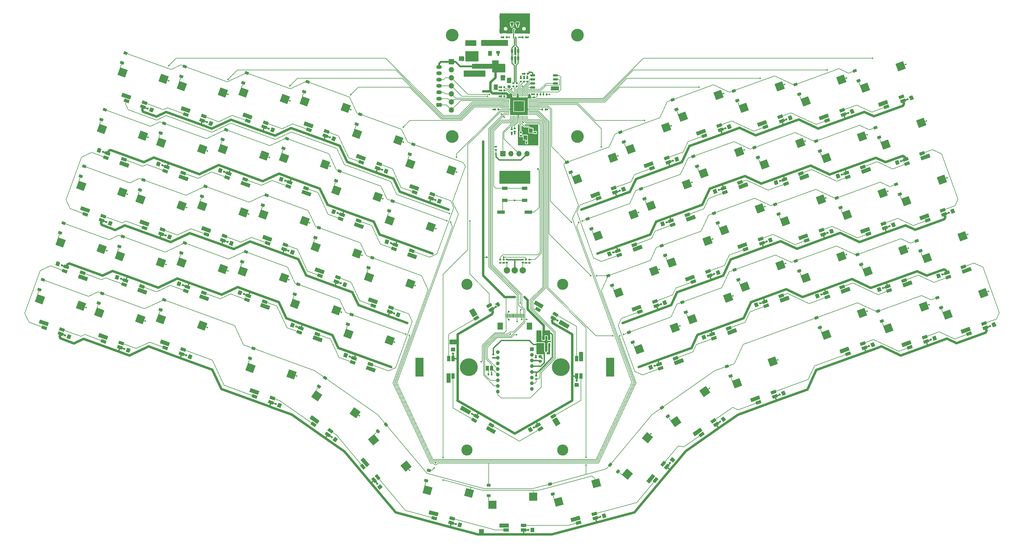
<source format=gbr>
%TF.GenerationSoftware,KiCad,Pcbnew,(7.0.0)*%
%TF.CreationDate,2023-03-10T23:57:20+00:00*%
%TF.ProjectId,Honeydew,486f6e65-7964-4657-972e-6b696361645f,rev?*%
%TF.SameCoordinates,Original*%
%TF.FileFunction,Copper,L2,Bot*%
%TF.FilePolarity,Positive*%
%FSLAX46Y46*%
G04 Gerber Fmt 4.6, Leading zero omitted, Abs format (unit mm)*
G04 Created by KiCad (PCBNEW (7.0.0)) date 2023-03-10 23:57:20*
%MOMM*%
%LPD*%
G01*
G04 APERTURE LIST*
G04 Aperture macros list*
%AMRoundRect*
0 Rectangle with rounded corners*
0 $1 Rounding radius*
0 $2 $3 $4 $5 $6 $7 $8 $9 X,Y pos of 4 corners*
0 Add a 4 corners polygon primitive as box body*
4,1,4,$2,$3,$4,$5,$6,$7,$8,$9,$2,$3,0*
0 Add four circle primitives for the rounded corners*
1,1,$1+$1,$2,$3*
1,1,$1+$1,$4,$5*
1,1,$1+$1,$6,$7*
1,1,$1+$1,$8,$9*
0 Add four rect primitives between the rounded corners*
20,1,$1+$1,$2,$3,$4,$5,0*
20,1,$1+$1,$4,$5,$6,$7,0*
20,1,$1+$1,$6,$7,$8,$9,0*
20,1,$1+$1,$8,$9,$2,$3,0*%
%AMRotRect*
0 Rectangle, with rotation*
0 The origin of the aperture is its center*
0 $1 length*
0 $2 width*
0 $3 Rotation angle, in degrees counterclockwise*
0 Add horizontal line*
21,1,$1,$2,0,0,$3*%
G04 Aperture macros list end*
%TA.AperFunction,ComponentPad*%
%ADD10C,2.000000*%
%TD*%
%TA.AperFunction,ComponentPad*%
%ADD11R,2.500000X6.000000*%
%TD*%
%TA.AperFunction,ComponentPad*%
%ADD12C,3.500000*%
%TD*%
%TA.AperFunction,ComponentPad*%
%ADD13C,5.600000*%
%TD*%
%TA.AperFunction,ComponentPad*%
%ADD14O,1.000000X2.100000*%
%TD*%
%TA.AperFunction,ComponentPad*%
%ADD15O,1.000000X1.600000*%
%TD*%
%TA.AperFunction,ComponentPad*%
%ADD16R,1.700000X1.700000*%
%TD*%
%TA.AperFunction,ComponentPad*%
%ADD17O,1.700000X1.700000*%
%TD*%
%TA.AperFunction,ComponentPad*%
%ADD18C,4.000000*%
%TD*%
%TA.AperFunction,ComponentPad*%
%ADD19RoundRect,0.250000X0.625000X-0.350000X0.625000X0.350000X-0.625000X0.350000X-0.625000X-0.350000X0*%
%TD*%
%TA.AperFunction,ComponentPad*%
%ADD20O,1.750000X1.200000*%
%TD*%
%TA.AperFunction,SMDPad,CuDef*%
%ADD21RotRect,2.550000X2.500000X145.000000*%
%TD*%
%TA.AperFunction,SMDPad,CuDef*%
%ADD22RotRect,2.550000X2.500000X130.000000*%
%TD*%
%TA.AperFunction,SMDPad,CuDef*%
%ADD23RotRect,2.550000X2.500000X160.000000*%
%TD*%
%TA.AperFunction,SMDPad,CuDef*%
%ADD24RotRect,2.550000X2.500000X200.000000*%
%TD*%
%TA.AperFunction,SMDPad,CuDef*%
%ADD25RotRect,0.900000X1.200000X290.000000*%
%TD*%
%TA.AperFunction,SMDPad,CuDef*%
%ADD26R,0.300000X1.300000*%
%TD*%
%TA.AperFunction,SMDPad,CuDef*%
%ADD27R,1.800000X2.200000*%
%TD*%
%TA.AperFunction,SMDPad,CuDef*%
%ADD28RoundRect,0.140000X-0.212189X-0.058955X0.017173X-0.219557X0.212189X0.058955X-0.017173X0.219557X0*%
%TD*%
%TA.AperFunction,SMDPad,CuDef*%
%ADD29RoundRect,0.150000X-0.150000X0.512500X-0.150000X-0.512500X0.150000X-0.512500X0.150000X0.512500X0*%
%TD*%
%TA.AperFunction,SMDPad,CuDef*%
%ADD30RotRect,0.900000X1.200000X250.000000*%
%TD*%
%TA.AperFunction,SMDPad,CuDef*%
%ADD31RoundRect,0.140000X-0.073414X-0.207631X0.189700X-0.111865X0.073414X0.207631X-0.189700X0.111865X0*%
%TD*%
%TA.AperFunction,SMDPad,CuDef*%
%ADD32RoundRect,0.140000X-0.189700X-0.111865X0.073414X-0.207631X0.189700X0.111865X-0.073414X0.207631X0*%
%TD*%
%TA.AperFunction,SMDPad,CuDef*%
%ADD33RoundRect,0.140000X0.140000X0.170000X-0.140000X0.170000X-0.140000X-0.170000X0.140000X-0.170000X0*%
%TD*%
%TA.AperFunction,SMDPad,CuDef*%
%ADD34RoundRect,0.140000X0.036244X0.217224X-0.206244X0.077224X-0.036244X-0.217224X0.206244X-0.077224X0*%
%TD*%
%TA.AperFunction,SMDPad,CuDef*%
%ADD35RotRect,1.700000X1.000000X345.000000*%
%TD*%
%TA.AperFunction,SMDPad,CuDef*%
%ADD36R,1.700000X1.000000*%
%TD*%
%TA.AperFunction,SMDPad,CuDef*%
%ADD37RoundRect,0.225000X-0.250000X0.225000X-0.250000X-0.225000X0.250000X-0.225000X0.250000X0.225000X0*%
%TD*%
%TA.AperFunction,SMDPad,CuDef*%
%ADD38RoundRect,0.135000X0.135000X0.185000X-0.135000X0.185000X-0.135000X-0.185000X0.135000X-0.185000X0*%
%TD*%
%TA.AperFunction,SMDPad,CuDef*%
%ADD39RotRect,1.700000X1.000000X15.000000*%
%TD*%
%TA.AperFunction,SMDPad,CuDef*%
%ADD40RoundRect,0.140000X0.189700X0.111865X-0.073414X0.207631X-0.189700X-0.111865X0.073414X-0.207631X0*%
%TD*%
%TA.AperFunction,SMDPad,CuDef*%
%ADD41RotRect,1.700000X1.000000X20.000000*%
%TD*%
%TA.AperFunction,SMDPad,CuDef*%
%ADD42RotRect,0.900000X1.200000X285.000000*%
%TD*%
%TA.AperFunction,SMDPad,CuDef*%
%ADD43RotRect,1.700000X1.000000X340.000000*%
%TD*%
%TA.AperFunction,SMDPad,CuDef*%
%ADD44RotRect,1.700000X1.000000X310.000000*%
%TD*%
%TA.AperFunction,SMDPad,CuDef*%
%ADD45RotRect,2.550000X2.500000X195.000000*%
%TD*%
%TA.AperFunction,SMDPad,CuDef*%
%ADD46RotRect,1.700000X1.000000X160.000000*%
%TD*%
%TA.AperFunction,SMDPad,CuDef*%
%ADD47RotRect,1.700000X1.000000X330.000000*%
%TD*%
%TA.AperFunction,SMDPad,CuDef*%
%ADD48RotRect,2.550000X2.500000X165.000000*%
%TD*%
%TA.AperFunction,SMDPad,CuDef*%
%ADD49RotRect,1.700000X1.000000X200.000000*%
%TD*%
%TA.AperFunction,SMDPad,CuDef*%
%ADD50RoundRect,0.250000X0.475000X-0.250000X0.475000X0.250000X-0.475000X0.250000X-0.475000X-0.250000X0*%
%TD*%
%TA.AperFunction,SMDPad,CuDef*%
%ADD51RoundRect,0.140000X-0.140000X-0.170000X0.140000X-0.170000X0.140000X0.170000X-0.140000X0.170000X0*%
%TD*%
%TA.AperFunction,SMDPad,CuDef*%
%ADD52RoundRect,0.140000X-0.170000X0.140000X-0.170000X-0.140000X0.170000X-0.140000X0.170000X0.140000X0*%
%TD*%
%TA.AperFunction,SMDPad,CuDef*%
%ADD53RoundRect,0.225000X0.225000X0.250000X-0.225000X0.250000X-0.225000X-0.250000X0.225000X-0.250000X0*%
%TD*%
%TA.AperFunction,SMDPad,CuDef*%
%ADD54RoundRect,0.140000X0.170000X-0.140000X0.170000X0.140000X-0.170000X0.140000X-0.170000X-0.140000X0*%
%TD*%
%TA.AperFunction,SMDPad,CuDef*%
%ADD55RoundRect,0.225000X0.250000X-0.225000X0.250000X0.225000X-0.250000X0.225000X-0.250000X-0.225000X0*%
%TD*%
%TA.AperFunction,SMDPad,CuDef*%
%ADD56R,1.000000X1.700000*%
%TD*%
%TA.AperFunction,SMDPad,CuDef*%
%ADD57RoundRect,0.140000X0.040237X-0.216520X0.220218X-0.002028X-0.040237X0.216520X-0.220218X0.002028X0*%
%TD*%
%TA.AperFunction,SMDPad,CuDef*%
%ADD58RotRect,0.900000X1.200000X255.000000*%
%TD*%
%TA.AperFunction,SMDPad,CuDef*%
%ADD59RoundRect,0.140000X0.073414X0.207631X-0.189700X0.111865X-0.073414X-0.207631X0.189700X-0.111865X0*%
%TD*%
%TA.AperFunction,SMDPad,CuDef*%
%ADD60RoundRect,0.135000X0.185000X-0.135000X0.185000X0.135000X-0.185000X0.135000X-0.185000X-0.135000X0*%
%TD*%
%TA.AperFunction,ComponentPad*%
%ADD61R,1.200000X1.200000*%
%TD*%
%TA.AperFunction,ComponentPad*%
%ADD62C,1.200000*%
%TD*%
%TA.AperFunction,SMDPad,CuDef*%
%ADD63RoundRect,0.050000X0.387500X0.050000X-0.387500X0.050000X-0.387500X-0.050000X0.387500X-0.050000X0*%
%TD*%
%TA.AperFunction,SMDPad,CuDef*%
%ADD64RoundRect,0.050000X0.050000X0.387500X-0.050000X0.387500X-0.050000X-0.387500X0.050000X-0.387500X0*%
%TD*%
%TA.AperFunction,ComponentPad*%
%ADD65C,0.600000*%
%TD*%
%TA.AperFunction,SMDPad,CuDef*%
%ADD66R,3.200000X3.200000*%
%TD*%
%TA.AperFunction,SMDPad,CuDef*%
%ADD67RoundRect,0.250000X-0.375000X-0.625000X0.375000X-0.625000X0.375000X0.625000X-0.375000X0.625000X0*%
%TD*%
%TA.AperFunction,SMDPad,CuDef*%
%ADD68RoundRect,0.225000X0.375000X-0.225000X0.375000X0.225000X-0.375000X0.225000X-0.375000X-0.225000X0*%
%TD*%
%TA.AperFunction,SMDPad,CuDef*%
%ADD69RoundRect,0.135000X-0.135000X-0.185000X0.135000X-0.185000X0.135000X0.185000X-0.135000X0.185000X0*%
%TD*%
%TA.AperFunction,SMDPad,CuDef*%
%ADD70RoundRect,0.150000X0.650000X0.150000X-0.650000X0.150000X-0.650000X-0.150000X0.650000X-0.150000X0*%
%TD*%
%TA.AperFunction,SMDPad,CuDef*%
%ADD71R,1.000000X1.500000*%
%TD*%
%TA.AperFunction,SMDPad,CuDef*%
%ADD72RoundRect,0.135000X-0.185000X0.135000X-0.185000X-0.135000X0.185000X-0.135000X0.185000X0.135000X0*%
%TD*%
%TA.AperFunction,SMDPad,CuDef*%
%ADD73RoundRect,0.200000X-0.275000X0.200000X-0.275000X-0.200000X0.275000X-0.200000X0.275000X0.200000X0*%
%TD*%
%TA.AperFunction,SMDPad,CuDef*%
%ADD74RoundRect,0.140000X0.220218X0.002028X0.040237X0.216520X-0.220218X-0.002028X-0.040237X-0.216520X0*%
%TD*%
%TA.AperFunction,SMDPad,CuDef*%
%ADD75RotRect,2.550000X2.500000X215.000000*%
%TD*%
%TA.AperFunction,SMDPad,CuDef*%
%ADD76R,2.550000X2.500000*%
%TD*%
%TA.AperFunction,SMDPad,CuDef*%
%ADD77RotRect,1.700000X1.000000X210.000000*%
%TD*%
%TA.AperFunction,SMDPad,CuDef*%
%ADD78RoundRect,0.140000X0.206244X0.077224X-0.036244X0.217224X-0.206244X-0.077224X0.036244X-0.217224X0*%
%TD*%
%TA.AperFunction,SMDPad,CuDef*%
%ADD79RoundRect,0.140000X0.091230X0.200442X-0.179229X0.127973X-0.091230X-0.200442X0.179229X-0.127973X0*%
%TD*%
%TA.AperFunction,SMDPad,CuDef*%
%ADD80RoundRect,0.140000X-0.017173X-0.219557X0.212189X-0.058955X0.017173X0.219557X-0.212189X0.058955X0*%
%TD*%
%TA.AperFunction,SMDPad,CuDef*%
%ADD81RoundRect,0.250000X-0.250000X-0.475000X0.250000X-0.475000X0.250000X0.475000X-0.250000X0.475000X0*%
%TD*%
%TA.AperFunction,SMDPad,CuDef*%
%ADD82RotRect,0.900000X1.200000X320.000000*%
%TD*%
%TA.AperFunction,SMDPad,CuDef*%
%ADD83RotRect,1.700000X1.000000X150.000000*%
%TD*%
%TA.AperFunction,SMDPad,CuDef*%
%ADD84R,1.200000X0.900000*%
%TD*%
%TA.AperFunction,SMDPad,CuDef*%
%ADD85RotRect,1.700000X1.000000X325.000000*%
%TD*%
%TA.AperFunction,SMDPad,CuDef*%
%ADD86RotRect,1.700000X1.000000X30.000000*%
%TD*%
%TA.AperFunction,SMDPad,CuDef*%
%ADD87RotRect,0.900000X1.200000X305.000000*%
%TD*%
%TA.AperFunction,SMDPad,CuDef*%
%ADD88R,1.200000X1.400000*%
%TD*%
%TA.AperFunction,SMDPad,CuDef*%
%ADD89RoundRect,0.140000X-0.206244X-0.077224X0.036244X-0.217224X0.206244X0.077224X-0.036244X0.217224X0*%
%TD*%
%TA.AperFunction,SMDPad,CuDef*%
%ADD90RotRect,2.550000X2.500000X230.000000*%
%TD*%
%TA.AperFunction,SMDPad,CuDef*%
%ADD91R,2.000000X1.500000*%
%TD*%
%TA.AperFunction,SMDPad,CuDef*%
%ADD92R,2.000000X3.800000*%
%TD*%
%TA.AperFunction,SMDPad,CuDef*%
%ADD93RotRect,0.900000X1.200000X235.000000*%
%TD*%
%TA.AperFunction,SMDPad,CuDef*%
%ADD94R,2.440000X1.120000*%
%TD*%
%TA.AperFunction,SMDPad,CuDef*%
%ADD95RotRect,1.700000X1.000000X35.000000*%
%TD*%
%TA.AperFunction,SMDPad,CuDef*%
%ADD96RotRect,1.700000X1.000000X50.000000*%
%TD*%
%TA.AperFunction,SMDPad,CuDef*%
%ADD97RoundRect,0.140000X0.179229X0.127973X-0.091230X0.200442X-0.179229X-0.127973X0.091230X-0.200442X0*%
%TD*%
%TA.AperFunction,SMDPad,CuDef*%
%ADD98RotRect,0.900000X1.200000X220.000000*%
%TD*%
%TA.AperFunction,SMDPad,CuDef*%
%ADD99RoundRect,0.225000X-0.375000X0.225000X-0.375000X-0.225000X0.375000X-0.225000X0.375000X0.225000X0*%
%TD*%
%TA.AperFunction,SMDPad,CuDef*%
%ADD100RoundRect,0.140000X-0.036244X-0.217224X0.206244X-0.077224X0.036244X0.217224X-0.206244X0.077224X0*%
%TD*%
%TA.AperFunction,ViaPad*%
%ADD101C,0.600000*%
%TD*%
%TA.AperFunction,ViaPad*%
%ADD102C,0.500000*%
%TD*%
%TA.AperFunction,Conductor*%
%ADD103C,0.200000*%
%TD*%
%TA.AperFunction,Conductor*%
%ADD104C,0.600000*%
%TD*%
%TA.AperFunction,Conductor*%
%ADD105C,0.400000*%
%TD*%
%TA.AperFunction,Conductor*%
%ADD106C,0.800000*%
%TD*%
%TA.AperFunction,Conductor*%
%ADD107C,0.300000*%
%TD*%
G04 APERTURE END LIST*
D10*
%TO.P,SW64,A,A*%
%TO.N,Net-(C1-Pad2)*%
X177500000Y-99400000D03*
%TO.P,SW64,B,B*%
%TO.N,Net-(C2-Pad2)*%
X172500000Y-99400000D03*
%TO.P,SW64,C,C*%
%TO.N,GND*%
X175000000Y-99400000D03*
D11*
%TO.P,SW64,MH*%
%TO.N,N/C*%
X205099999Y-129999999D03*
D12*
X190100000Y-156153967D03*
X190100000Y-103846033D03*
D13*
X189500000Y-130000000D03*
X160500000Y-130000000D03*
D12*
X159900000Y-156153967D03*
X159900000Y-103846033D03*
D11*
X144899999Y-129999999D03*
%TD*%
D14*
%TO.P,J2,S1,SHIELD*%
%TO.N,Net-(J2-SHIELD)*%
X179319998Y-23680004D03*
D15*
X179319998Y-19500004D03*
D14*
X170679998Y-23680004D03*
D15*
X170679998Y-19500004D03*
%TD*%
D16*
%TO.P,J4,1,Pin_1*%
%TO.N,+3V3*%
X155000002Y-33580623D03*
D17*
%TO.P,J4,2,Pin_2*%
%TO.N,GND*%
X155000002Y-36120623D03*
%TO.P,J4,3,Pin_3*%
%TO.N,/Comms/MOSI*%
X155000002Y-38660623D03*
%TO.P,J4,4,Pin_4*%
%TO.N,/Comms/SCK*%
X155000002Y-41200623D03*
%TO.P,J4,5,Pin_5*%
%TO.N,/Comms/SS_DP*%
X155000002Y-43740623D03*
%TO.P,J4,6,Pin_6*%
%TO.N,/Comms/DC*%
X155000002Y-46280623D03*
%TO.P,J4,7,Pin_7*%
%TO.N,/Comms/RST*%
X155000002Y-48820623D03*
D18*
%TO.P,J4,MH*%
%TO.N,N/C*%
X155250003Y-25200624D03*
X155250003Y-57200624D03*
X194750003Y-25200624D03*
X194750003Y-57200624D03*
%TD*%
D19*
%TO.P,J5,1,Pin_1*%
%TO.N,/Comms/RST*%
X151050003Y-47200624D03*
D20*
%TO.P,J5,2,Pin_2*%
%TO.N,/Comms/DC*%
X151050002Y-45200623D03*
%TO.P,J5,3,Pin_3*%
%TO.N,/Comms/SS_DP*%
X151050002Y-43200623D03*
%TO.P,J5,4,Pin_4*%
%TO.N,/Comms/SCK*%
X151050002Y-41200623D03*
%TO.P,J5,5,Pin_5*%
%TO.N,/Comms/MOSI*%
X151050002Y-39200623D03*
%TO.P,J5,6,Pin_6*%
%TO.N,GND*%
X151050002Y-37200623D03*
%TO.P,J5,7,Pin_7*%
%TO.N,+3V3*%
X151050002Y-35200623D03*
%TD*%
D16*
%TO.P,J1,1,Pin_1*%
%TO.N,Net-(J1-Pin_1)*%
X171199997Y-62600002D03*
D17*
%TO.P,J1,2,Pin_2*%
%TO.N,GND*%
X173739997Y-62600002D03*
%TO.P,J1,3,Pin_3*%
%TO.N,Net-(J1-Pin_3)*%
X176279997Y-62600002D03*
%TO.P,J1,4,Pin_4*%
%TO.N,+3V3*%
X178819997Y-62600002D03*
%TD*%
D21*
%TO.P,SW25,1,A*%
%TO.N,Net-(D25-A)*%
X112519743Y-139013538D03*
%TO.P,SW25,2,B*%
%TO.N,/MCU/COL4*%
X124565806Y-144347515D03*
%TD*%
D22*
%TO.P,SW30,1,A*%
%TO.N,Net-(D30-A)*%
X130391605Y-152939905D03*
%TO.P,SW30,2,B*%
%TO.N,/MCU/COL5*%
X140646674Y-161209881D03*
%TD*%
D23*
%TO.P,SW1,1,A*%
%TO.N,Net-(D1-A)*%
X51138211Y-36934601D03*
%TO.P,SW1,2,B*%
%TO.N,/MCU/COL0*%
X64154349Y-38969076D03*
%TD*%
%TO.P,SW24,1,A*%
%TO.N,Net-(D24-A)*%
X105639651Y-109987046D03*
%TO.P,SW24,2,B*%
%TO.N,/MCU/COL4*%
X118655789Y-112021521D03*
%TD*%
%TO.P,SW29,1,A*%
%TO.N,Net-(D29-A)*%
X122454855Y-119486078D03*
%TO.P,SW29,2,B*%
%TO.N,/MCU/COL5*%
X135470993Y-121520553D03*
%TD*%
%TO.P,SW14,1,A*%
%TO.N,Net-(D14-A)*%
X69837342Y-96956090D03*
%TO.P,SW14,2,B*%
%TO.N,/MCU/COL2*%
X82853480Y-98990565D03*
%TD*%
%TO.P,SW19,1,A*%
%TO.N,Net-(D19-A)*%
X89095888Y-99742155D03*
%TO.P,SW19,2,B*%
%TO.N,/MCU/COL3*%
X102112026Y-101776630D03*
%TD*%
%TO.P,SW5,1,A*%
%TO.N,Net-(D5-A)*%
X25076270Y-108539199D03*
%TO.P,SW5,2,B*%
%TO.N,/MCU/COL0*%
X38092408Y-110573674D03*
%TD*%
%TO.P,SW22,1,A*%
%TO.N,Net-(D22-A)*%
X118670602Y-74184748D03*
%TO.P,SW22,2,B*%
%TO.N,/MCU/COL4*%
X131686740Y-76219223D03*
%TD*%
%TO.P,SW27,1,A*%
%TO.N,Net-(D27-A)*%
X135485824Y-83683779D03*
%TO.P,SW27,2,B*%
%TO.N,/MCU/COL5*%
X148501962Y-85718254D03*
%TD*%
%TO.P,SW3,1,A*%
%TO.N,Net-(D3-A)*%
X38107226Y-72736903D03*
%TO.P,SW3,2,B*%
%TO.N,/MCU/COL0*%
X51123364Y-74771378D03*
%TD*%
%TO.P,SW8,1,A*%
%TO.N,Net-(D8-A)*%
X56822824Y-77014727D03*
%TO.P,SW8,2,B*%
%TO.N,/MCU/COL1*%
X69838962Y-79049202D03*
%TD*%
%TO.P,SW13,1,A*%
%TO.N,Net-(D13-A)*%
X76352834Y-79054933D03*
%TO.P,SW13,2,B*%
%TO.N,/MCU/COL2*%
X89368972Y-81089408D03*
%TD*%
%TO.P,SW23,1,A*%
%TO.N,Net-(D23-A)*%
X112155124Y-92085930D03*
%TO.P,SW23,2,B*%
%TO.N,/MCU/COL4*%
X125171262Y-94120405D03*
%TD*%
%TO.P,SW18,1,A*%
%TO.N,Net-(D18-A)*%
X95611356Y-81841018D03*
%TO.P,SW18,2,B*%
%TO.N,/MCU/COL3*%
X108627494Y-83875493D03*
%TD*%
%TO.P,SW28,1,A*%
%TO.N,Net-(D28-A)*%
X128970337Y-101584921D03*
%TO.P,SW28,2,B*%
%TO.N,/MCU/COL5*%
X141986475Y-103619396D03*
%TD*%
%TO.P,SW4,1,A*%
%TO.N,Net-(D4-A)*%
X31591768Y-90638063D03*
%TO.P,SW4,2,B*%
%TO.N,/MCU/COL0*%
X44607906Y-92672538D03*
%TD*%
%TO.P,SW9,1,A*%
%TO.N,Net-(D9-A)*%
X50307312Y-94915888D03*
%TO.P,SW9,2,B*%
%TO.N,/MCU/COL1*%
X63323450Y-96950363D03*
%TD*%
%TO.P,SW10,1,A*%
%TO.N,Net-(D10-A)*%
X43791848Y-112817029D03*
%TO.P,SW10,2,B*%
%TO.N,/MCU/COL1*%
X56807986Y-114851504D03*
%TD*%
%TO.P,SW15,1,A*%
%TO.N,Net-(D15-A)*%
X63321862Y-114857227D03*
%TO.P,SW15,2,B*%
%TO.N,/MCU/COL2*%
X76338000Y-116891702D03*
%TD*%
%TO.P,SW20,1,A*%
%TO.N,Net-(D20-A)*%
X91528228Y-130191650D03*
%TO.P,SW20,2,B*%
%TO.N,/MCU/COL3*%
X104544366Y-132226125D03*
%TD*%
%TO.P,SW11,1,A*%
%TO.N,Net-(D11-A)*%
X89383797Y-43252663D03*
%TO.P,SW11,2,B*%
%TO.N,/MCU/COL2*%
X102399935Y-45287138D03*
%TD*%
%TO.P,SW2,1,A*%
%TO.N,Net-(D2-A)*%
X44622726Y-54835753D03*
%TO.P,SW2,2,B*%
%TO.N,/MCU/COL0*%
X57638864Y-56870228D03*
%TD*%
%TO.P,SW12,1,A*%
%TO.N,Net-(D12-A)*%
X82868306Y-61153787D03*
%TO.P,SW12,2,B*%
%TO.N,/MCU/COL2*%
X95884444Y-63188262D03*
%TD*%
%TO.P,SW21,1,A*%
%TO.N,Net-(D21-A)*%
X125186091Y-56283616D03*
%TO.P,SW21,2,B*%
%TO.N,/MCU/COL4*%
X138202229Y-58318091D03*
%TD*%
%TO.P,SW17,1,A*%
%TO.N,Net-(D17-A)*%
X102126849Y-63939881D03*
%TO.P,SW17,2,B*%
%TO.N,/MCU/COL3*%
X115142987Y-65974356D03*
%TD*%
%TO.P,SW16,1,A*%
%TO.N,Net-(D16-A)*%
X108642336Y-46038720D03*
%TO.P,SW16,2,B*%
%TO.N,/MCU/COL3*%
X121658474Y-48073195D03*
%TD*%
%TO.P,SW6,1,A*%
%TO.N,Net-(D6-A)*%
X69853782Y-41212455D03*
%TO.P,SW6,2,B*%
%TO.N,/MCU/COL1*%
X82869920Y-43246930D03*
%TD*%
%TO.P,SW7,1,A*%
%TO.N,Net-(D7-A)*%
X63338296Y-59113596D03*
%TO.P,SW7,2,B*%
%TO.N,/MCU/COL1*%
X76354434Y-61148071D03*
%TD*%
%TO.P,SW26,1,A*%
%TO.N,Net-(D26-A)*%
X142001313Y-65782628D03*
%TO.P,SW26,2,B*%
%TO.N,/MCU/COL5*%
X155017451Y-67817103D03*
%TD*%
D24*
%TO.P,SW31,1,A*%
%TO.N,Net-(D31-A)*%
X194683265Y-70629060D03*
%TO.P,SW31,2,B*%
%TO.N,/MCU/COL6*%
X205961940Y-63820946D03*
%TD*%
D25*
%TO.P,D34,1,K*%
%TO.N,/MCU/ROW3*%
X211045229Y-118989436D03*
%TO.P,D34,2,A*%
%TO.N,Net-(D34-A)*%
X212173895Y-122090422D03*
%TD*%
D26*
%TO.P,J3,1,Pin_1*%
%TO.N,/Comms/SCK*%
X177750001Y-113749996D03*
%TO.P,J3,2,Pin_2*%
%TO.N,/Comms/MISO*%
X177250001Y-113749996D03*
%TO.P,J3,3,Pin_3*%
%TO.N,/Comms/SS_TP*%
X176750001Y-113749996D03*
%TO.P,J3,4,Pin_4*%
%TO.N,unconnected-(J3-Pin_4-Pad4)*%
X176250001Y-113749996D03*
%TO.P,J3,5,Pin_5*%
%TO.N,/Comms/MOSI*%
X175750001Y-113749996D03*
%TO.P,J3,6,Pin_6*%
%TO.N,unconnected-(J3-Pin_6-Pad6)*%
X175250001Y-113749996D03*
%TO.P,J3,7,Pin_7*%
%TO.N,unconnected-(J3-Pin_7-Pad7)*%
X174750001Y-113749996D03*
%TO.P,J3,8,Pin_8*%
%TO.N,unconnected-(J3-Pin_8-Pad8)*%
X174250001Y-113749996D03*
%TO.P,J3,9,Pin_9*%
%TO.N,unconnected-(J3-Pin_9-Pad9)*%
X173750001Y-113749996D03*
%TO.P,J3,10,Pin_10*%
%TO.N,unconnected-(J3-Pin_10-Pad10)*%
X173250001Y-113749996D03*
%TO.P,J3,11,Pin_11*%
%TO.N,GND*%
X172750001Y-113749996D03*
%TO.P,J3,12,Pin_12*%
%TO.N,+3V3*%
X172250001Y-113749996D03*
D27*
%TO.P,J3,MP*%
%TO.N,N/C*%
X179650001Y-116999996D03*
X170350001Y-116999996D03*
%TD*%
D28*
%TO.P,C53,1*%
%TO.N,+5V*%
X117257725Y-152114154D03*
%TO.P,C53,2*%
%TO.N,GND*%
X118044111Y-152664788D03*
%TD*%
D29*
%TO.P,U6,1,VIN*%
%TO.N,+3V3*%
X183969303Y-120737638D03*
%TO.P,U6,2,GND*%
%TO.N,GND*%
X184919303Y-120737638D03*
%TO.P,U6,3,EN*%
%TO.N,+3V3*%
X185869303Y-120737638D03*
%TO.P,U6,4,ADJ*%
%TO.N,Net-(U6-ADJ)*%
X185869303Y-123012638D03*
%TO.P,U6,5,VOUT*%
%TO.N,+2V*%
X183969303Y-123012638D03*
%TD*%
D30*
%TO.P,D16,1,K*%
%TO.N,/MCU/ROW0*%
X109637340Y-39898773D03*
%TO.P,D16,2,A*%
%TO.N,Net-(D16-A)*%
X108508674Y-42999759D03*
%TD*%
D24*
%TO.P,SW45,1,A*%
%TO.N,Net-(D45-A)*%
X245156341Y-135038073D03*
%TO.P,SW45,2,B*%
%TO.N,/MCU/COL8*%
X256435016Y-128229959D03*
%TD*%
D31*
%TO.P,C90,1*%
%TO.N,GND*%
X309039451Y-101050306D03*
%TO.P,C90,2*%
%TO.N,+5V*%
X309941555Y-100721966D03*
%TD*%
D32*
%TO.P,C38,1*%
%TO.N,+5V*%
X51772864Y-124235313D03*
%TO.P,C38,2*%
%TO.N,GND*%
X52674968Y-124563653D03*
%TD*%
D33*
%TO.P,C60,1*%
%TO.N,GND*%
X180279795Y-181369382D03*
%TO.P,C60,2*%
%TO.N,+5V*%
X179319795Y-181369382D03*
%TD*%
D25*
%TO.P,D57,1,K*%
%TO.N,/MCU/ROW1*%
X288877345Y-54339114D03*
%TO.P,D57,2,A*%
%TO.N,Net-(D57-A)*%
X290006011Y-57440100D03*
%TD*%
D24*
%TO.P,SW49,1,A*%
%TO.N,Net-(D49-A)*%
X266847224Y-101802527D03*
%TO.P,SW49,2,B*%
%TO.N,/MCU/COL9*%
X278125899Y-94994413D03*
%TD*%
D25*
%TO.P,D58,1,K*%
%TO.N,/MCU/ROW2*%
X295392846Y-72240271D03*
%TO.P,D58,2,A*%
%TO.N,Net-(D58-A)*%
X296521512Y-75341257D03*
%TD*%
D34*
%TO.P,C28,1*%
%TO.N,GND*%
X169827615Y-110481164D03*
%TO.P,C28,2*%
%TO.N,+5V*%
X168996231Y-110961164D03*
%TD*%
D35*
%TO.P,D103,1,VDD*%
%TO.N,+5V*%
X154885733Y-179066052D03*
%TO.P,D103,2,DOUT*%
%TO.N,Net-(D103-DOUT)*%
X155248079Y-177713756D03*
%TO.P,D103,3,VSS*%
%TO.N,GND*%
X149935487Y-176290252D03*
%TO.P,D103,4,DIN*%
%TO.N,Net-(D102-DOUT)*%
X149573141Y-177642548D03*
%TD*%
D36*
%TO.P,D104,1,VDD*%
%TO.N,+5V*%
X177749787Y-181359403D03*
%TO.P,D104,2,DOUT*%
%TO.N,Net-(D104-DOUT)*%
X177749787Y-179959403D03*
%TO.P,D104,3,VSS*%
%TO.N,GND*%
X172249787Y-179959403D03*
%TO.P,D104,4,DIN*%
%TO.N,Net-(D103-DOUT)*%
X172249787Y-181359403D03*
%TD*%
D25*
%TO.P,D60,1,K*%
%TO.N,/MCU/ROW4*%
X308423809Y-108042556D03*
%TO.P,D60,2,A*%
%TO.N,Net-(D60-A)*%
X309552475Y-111143542D03*
%TD*%
D37*
%TO.P,C9,1*%
%TO.N,GND*%
X173200003Y-39850010D03*
%TO.P,C9,2*%
%TO.N,+1V1*%
X173200003Y-41400010D03*
%TD*%
D38*
%TO.P,R27,1*%
%TO.N,Net-(U6-ADJ)*%
X185839295Y-124505126D03*
%TO.P,R27,2*%
%TO.N,GND*%
X184819295Y-124505126D03*
%TD*%
D39*
%TO.P,D105,1,VDD*%
%TO.N,+5V*%
X200451624Y-177635913D03*
%TO.P,D105,2,DOUT*%
%TO.N,Net-(D105-DOUT)*%
X200089278Y-176283617D03*
%TO.P,D105,3,VSS*%
%TO.N,GND*%
X194776686Y-177707121D03*
%TO.P,D105,4,DIN*%
%TO.N,Net-(D104-DOUT)*%
X195139032Y-179059417D03*
%TD*%
D40*
%TO.P,C44,1*%
%TO.N,GND*%
X117525464Y-57785354D03*
%TO.P,C44,2*%
%TO.N,+5V*%
X116623360Y-57457014D03*
%TD*%
%TO.P,C46,1*%
%TO.N,GND*%
X104494482Y-93587640D03*
%TO.P,C46,2*%
%TO.N,+5V*%
X103592378Y-93259300D03*
%TD*%
D31*
%TO.P,C85,1*%
%TO.N,GND*%
X290323873Y-105328148D03*
%TO.P,C85,2*%
%TO.N,+5V*%
X291225977Y-104999808D03*
%TD*%
D41*
%TO.P,D125,1,VDD*%
%TO.N,+5V*%
X285337326Y-123848039D03*
%TO.P,D125,2,DOUT*%
%TO.N,Net-(D125-DOUT)*%
X284858498Y-122532470D03*
%TO.P,D125,3,VSS*%
%TO.N,GND*%
X279690188Y-124413581D03*
%TO.P,D125,4,DIN*%
%TO.N,Net-(D120-DOUT)*%
X280169016Y-125729150D03*
%TD*%
D42*
%TO.P,D63,1,K*%
%TO.N,/MCU/ROW4*%
X186152337Y-166869994D03*
%TO.P,D63,2,A*%
%TO.N,Net-(D63-A)*%
X187006439Y-170057550D03*
%TD*%
D32*
%TO.P,C42,1*%
%TO.N,GND*%
X69283006Y-103756620D03*
%TO.P,C42,2*%
%TO.N,+5V*%
X70185110Y-104084960D03*
%TD*%
D43*
%TO.P,D75,1,VDD*%
%TO.N,+5V*%
X44616373Y-83608824D03*
%TO.P,D75,2,DOUT*%
%TO.N,Net-(D75-DOUT)*%
X45095201Y-82293255D03*
%TO.P,D75,3,VSS*%
%TO.N,GND*%
X39926891Y-80412144D03*
%TO.P,D75,4,DIN*%
%TO.N,Net-(D74-DOUT)*%
X39448063Y-81727713D03*
%TD*%
D30*
%TO.P,D14,1,K*%
%TO.N,/MCU/ROW3*%
X70832341Y-90816125D03*
%TO.P,D14,2,A*%
%TO.N,Net-(D14-A)*%
X69703675Y-93917111D03*
%TD*%
D44*
%TO.P,D102,1,VDD*%
%TO.N,+5V*%
X130588986Y-165611179D03*
%TO.P,D102,2,DOUT*%
%TO.N,Net-(D102-DOUT)*%
X131661448Y-164711276D03*
%TO.P,D102,3,VSS*%
%TO.N,GND*%
X128126116Y-160498031D03*
%TO.P,D102,4,DIN*%
%TO.N,Net-(D102-DIN)*%
X127053654Y-161397934D03*
%TD*%
D24*
%TO.P,SW47,1,A*%
%TO.N,Net-(D47-A)*%
X253816266Y-66000225D03*
%TO.P,SW47,2,B*%
%TO.N,/MCU/COL9*%
X265094941Y-59192111D03*
%TD*%
D45*
%TO.P,SW63,1,A*%
%TO.N,Net-(D63-A)*%
X188859017Y-172470283D03*
%TO.P,SW63,2,B*%
%TO.N,/MCU/COL12*%
X200688140Y-166671077D03*
%TD*%
D46*
%TO.P,D81,1,VDD*%
%TO.N,+5V*%
X52126966Y-102591119D03*
%TO.P,D81,2,DOUT*%
%TO.N,Net-(D76-DIN)*%
X51648138Y-103906688D03*
%TO.P,D81,3,VSS*%
%TO.N,GND*%
X56816448Y-105787799D03*
%TO.P,D81,4,DIN*%
%TO.N,Net-(D81-DIN)*%
X57295276Y-104472230D03*
%TD*%
D30*
%TO.P,D4,1,K*%
%TO.N,/MCU/ROW3*%
X32586765Y-84498073D03*
%TO.P,D4,2,A*%
%TO.N,Net-(D4-A)*%
X31458099Y-87599059D03*
%TD*%
D41*
%TO.P,D106,1,VDD*%
%TO.N,+5V*%
X206657884Y-74773442D03*
%TO.P,D106,2,DOUT*%
%TO.N,Net-(D106-DOUT)*%
X206179056Y-73457873D03*
%TO.P,D106,3,VSS*%
%TO.N,GND*%
X201010746Y-75338984D03*
%TO.P,D106,4,DIN*%
%TO.N,Net-(D106-DIN)*%
X201489574Y-76654553D03*
%TD*%
D47*
%TO.P,D67,1,VDD*%
%TO.N,+5V*%
X187131562Y-114487508D03*
%TO.P,D67,2,DOUT*%
%TO.N,Net-(D67-DOUT)*%
X187831562Y-113275072D03*
%TO.P,D67,3,VSS*%
%TO.N,GND*%
X183068422Y-110525072D03*
%TO.P,D67,4,DIN*%
%TO.N,/MCU/RGB*%
X182368422Y-111737508D03*
%TD*%
D30*
%TO.P,D19,1,K*%
%TO.N,/MCU/ROW3*%
X90090882Y-93602191D03*
%TO.P,D19,2,A*%
%TO.N,Net-(D19-A)*%
X88962216Y-96703177D03*
%TD*%
D48*
%TO.P,SW61,1,A*%
%TO.N,Net-(D61-A)*%
X147453816Y-168802800D03*
%TO.P,SW61,2,B*%
%TO.N,/MCU/COL12*%
X160597740Y-169695102D03*
%TD*%
D24*
%TO.P,SW33,1,A*%
%TO.N,Net-(D33-A)*%
X207714219Y-106431345D03*
%TO.P,SW33,2,B*%
%TO.N,/MCU/COL6*%
X218992894Y-99623231D03*
%TD*%
D46*
%TO.P,D101,1,VDD*%
%TO.N,+5V*%
X124274509Y-127161297D03*
%TO.P,D101,2,DOUT*%
%TO.N,Net-(D101-DOUT)*%
X123795681Y-128476866D03*
%TO.P,D101,3,VSS*%
%TO.N,GND*%
X128963991Y-130357977D03*
%TO.P,D101,4,DIN*%
%TO.N,Net-(D100-DOUT)*%
X129442819Y-129042408D03*
%TD*%
D49*
%TO.P,D134,1,VDD*%
%TO.N,+5V*%
X311420299Y-100194401D03*
%TO.P,D134,2,DOUT*%
%TO.N,Net-(D129-DIN)*%
X311899127Y-101509970D03*
%TO.P,D134,3,VSS*%
%TO.N,GND*%
X317067437Y-99628859D03*
%TO.P,D134,4,DIN*%
%TO.N,Net-(D134-DIN)*%
X316588609Y-98313290D03*
%TD*%
D50*
%TO.P,C4,1*%
%TO.N,GND*%
X171249793Y-38300003D03*
%TO.P,C4,2*%
%TO.N,+3V3*%
X171249793Y-36400003D03*
%TD*%
D32*
%TO.P,C47,1*%
%TO.N,GND*%
X88541534Y-106542689D03*
%TO.P,C47,2*%
%TO.N,+5V*%
X89443638Y-106871029D03*
%TD*%
D31*
%TO.P,C70,1*%
%TO.N,GND*%
X234991584Y-120399321D03*
%TO.P,C70,2*%
%TO.N,+5V*%
X235893688Y-120070981D03*
%TD*%
D51*
%TO.P,C92,1*%
%TO.N,GND*%
X178089298Y-37350006D03*
%TO.P,C92,2*%
%TO.N,+3V3*%
X179049298Y-37350006D03*
%TD*%
D40*
%TO.P,C39,1*%
%TO.N,GND*%
X98266938Y-54999270D03*
%TO.P,C39,2*%
%TO.N,+5V*%
X97364834Y-54670930D03*
%TD*%
D52*
%TO.P,C8,1*%
%TO.N,GND*%
X178925003Y-38820009D03*
%TO.P,C8,2*%
%TO.N,+1V1*%
X178925003Y-39780009D03*
%TD*%
D53*
%TO.P,C21,1*%
%TO.N,+3V3*%
X184115002Y-118875141D03*
%TO.P,C21,2*%
%TO.N,GND*%
X182565002Y-118875141D03*
%TD*%
D54*
%TO.P,C7,1*%
%TO.N,GND*%
X174000003Y-55879998D03*
%TO.P,C7,2*%
%TO.N,+1V1*%
X174000003Y-54919998D03*
%TD*%
D43*
%TO.P,D78,1,VDD*%
%TO.N,+5V*%
X76362921Y-52084366D03*
%TO.P,D78,2,DOUT*%
%TO.N,Net-(D78-DOUT)*%
X76841749Y-50768797D03*
%TO.P,D78,3,VSS*%
%TO.N,GND*%
X71673439Y-48887686D03*
%TO.P,D78,4,DIN*%
%TO.N,Net-(D73-DOUT)*%
X71194611Y-50203255D03*
%TD*%
%TO.P,D98,1,VDD*%
%TO.N,+5V*%
X148510430Y-76654547D03*
%TO.P,D98,2,DOUT*%
%TO.N,Net-(D98-DOUT)*%
X148989258Y-75338978D03*
%TO.P,D98,3,VSS*%
%TO.N,GND*%
X143820948Y-73457867D03*
%TO.P,D98,4,DIN*%
%TO.N,Net-(D93-DOUT)*%
X143342120Y-74773436D03*
%TD*%
D51*
%TO.P,C19,1*%
%TO.N,GND*%
X170720002Y-44423906D03*
%TO.P,C19,2*%
%TO.N,+3V3*%
X171680002Y-44423906D03*
%TD*%
D32*
%TO.P,C43,1*%
%TO.N,+5V*%
X71302894Y-126275510D03*
%TO.P,C43,2*%
%TO.N,GND*%
X72204998Y-126603850D03*
%TD*%
%TO.P,C30,1*%
%TO.N,GND*%
X44068390Y-61636267D03*
%TO.P,C30,2*%
%TO.N,+5V*%
X44970494Y-61964607D03*
%TD*%
D30*
%TO.P,D8,1,K*%
%TO.N,/MCU/ROW2*%
X57817819Y-70874783D03*
%TO.P,D8,2,A*%
%TO.N,Net-(D8-A)*%
X56689153Y-73975769D03*
%TD*%
D25*
%TO.P,D39,1,K*%
%TO.N,/MCU/ROW3*%
X227860463Y-109490429D03*
%TO.P,D39,2,A*%
%TO.N,Net-(D39-A)*%
X228989129Y-112591415D03*
%TD*%
D43*
%TO.P,D90,1,VDD*%
%TO.N,+5V*%
X102120498Y-92712933D03*
%TO.P,D90,2,DOUT*%
%TO.N,Net-(D90-DOUT)*%
X102599326Y-91397364D03*
%TO.P,D90,3,VSS*%
%TO.N,GND*%
X97431016Y-89516253D03*
%TO.P,D90,4,DIN*%
%TO.N,Net-(D85-DOUT)*%
X96952188Y-90831822D03*
%TD*%
D55*
%TO.P,C22,1*%
%TO.N,+2V*%
X182319294Y-122800135D03*
%TO.P,C22,2*%
%TO.N,GND*%
X182319294Y-121250135D03*
%TD*%
D43*
%TO.P,D100,1,VDD*%
%TO.N,+5V*%
X135479473Y-112456829D03*
%TO.P,D100,2,DOUT*%
%TO.N,Net-(D100-DOUT)*%
X135958301Y-111141260D03*
%TO.P,D100,3,VSS*%
%TO.N,GND*%
X130789991Y-109260149D03*
%TO.P,D100,4,DIN*%
%TO.N,Net-(D100-DIN)*%
X130311163Y-110575718D03*
%TD*%
D52*
%TO.P,C13,1*%
%TO.N,GND*%
X176880003Y-38810004D03*
%TO.P,C13,2*%
%TO.N,+3V3*%
X176880003Y-39770004D03*
%TD*%
D32*
%TO.P,C50,1*%
%TO.N,GND*%
X118116259Y-80985284D03*
%TO.P,C50,2*%
%TO.N,+5V*%
X119018363Y-81313624D03*
%TD*%
D43*
%TO.P,D87,1,VDD*%
%TO.N,+5V*%
X69830990Y-125729139D03*
%TO.P,D87,2,DOUT*%
%TO.N,Net-(D87-DOUT)*%
X70309818Y-124413570D03*
%TO.P,D87,3,VSS*%
%TO.N,GND*%
X65141508Y-122532459D03*
%TO.P,D87,4,DIN*%
%TO.N,Net-(D82-DOUT)*%
X64662680Y-123848028D03*
%TD*%
D56*
%TO.P,D68,1,VDD*%
%TO.N,+5V*%
X194500006Y-132749988D03*
%TO.P,D68,2,DOUT*%
%TO.N,Net-(D68-DOUT)*%
X195900006Y-132749988D03*
%TO.P,D68,3,VSS*%
%TO.N,GND*%
X195900006Y-127249988D03*
%TO.P,D68,4,DIN*%
%TO.N,Net-(D67-DOUT)*%
X194500006Y-127249988D03*
%TD*%
D24*
%TO.P,SW59,1,A*%
%TO.N,Net-(D59-A)*%
X305092811Y-95484476D03*
%TO.P,SW59,2,B*%
%TO.N,/MCU/COL11*%
X316371486Y-88676362D03*
%TD*%
D31*
%TO.P,C80,1*%
%TO.N,GND*%
X270793857Y-107368336D03*
%TO.P,C80,2*%
%TO.N,+5V*%
X271695961Y-107039996D03*
%TD*%
D25*
%TO.P,D37,1,K*%
%TO.N,/MCU/ROW1*%
X214829484Y-73688133D03*
%TO.P,D37,2,A*%
%TO.N,Net-(D37-A)*%
X215958150Y-76789119D03*
%TD*%
%TO.P,D48,1,K*%
%TO.N,/MCU/ROW2*%
X257147248Y-78558305D03*
%TO.P,D48,2,A*%
%TO.N,Net-(D48-A)*%
X258275914Y-81659291D03*
%TD*%
D46*
%TO.P,D84,1,VDD*%
%TO.N,+5V*%
X84687959Y-68829021D03*
%TO.P,D84,2,DOUT*%
%TO.N,Net-(D79-DIN)*%
X84209131Y-70144590D03*
%TO.P,D84,3,VSS*%
%TO.N,GND*%
X89377441Y-72025701D03*
%TO.P,D84,4,DIN*%
%TO.N,Net-(D84-DIN)*%
X89856269Y-70710132D03*
%TD*%
D57*
%TO.P,C66,1*%
%TO.N,+5V*%
X223958299Y-160200722D03*
%TO.P,C66,2*%
%TO.N,GND*%
X224575375Y-159465320D03*
%TD*%
D46*
%TO.P,D91,1,VDD*%
%TO.N,+5V*%
X90915541Y-107417383D03*
%TO.P,D91,2,DOUT*%
%TO.N,Net-(D86-DIN)*%
X90436713Y-108732952D03*
%TO.P,D91,3,VSS*%
%TO.N,GND*%
X95605023Y-110614063D03*
%TO.P,D91,4,DIN*%
%TO.N,Net-(D91-DIN)*%
X96083851Y-109298494D03*
%TD*%
D43*
%TO.P,D83,1,VDD*%
%TO.N,+5V*%
X95892931Y-54124567D03*
%TO.P,D83,2,DOUT*%
%TO.N,Net-(D83-DOUT)*%
X96371759Y-52808998D03*
%TO.P,D83,3,VSS*%
%TO.N,GND*%
X91203449Y-50927887D03*
%TO.P,D83,4,DIN*%
%TO.N,Net-(D78-DOUT)*%
X90724621Y-52243456D03*
%TD*%
D25*
%TO.P,D50,1,K*%
%TO.N,/MCU/ROW4*%
X270178203Y-114360588D03*
%TO.P,D50,2,A*%
%TO.N,Net-(D50-A)*%
X271306869Y-117461574D03*
%TD*%
D58*
%TO.P,D61,1,K*%
%TO.N,/MCU/ROW2*%
X147909896Y-162599483D03*
%TO.P,D61,2,A*%
%TO.N,Net-(D61-A)*%
X147055794Y-165787039D03*
%TD*%
D24*
%TO.P,SW38,1,A*%
%TO.N,Net-(D38-A)*%
X224529467Y-96932338D03*
%TO.P,SW38,2,B*%
%TO.N,/MCU/COL7*%
X235808142Y-90124224D03*
%TD*%
D59*
%TO.P,C64,1*%
%TO.N,GND*%
X222069682Y-109719801D03*
%TO.P,C64,2*%
%TO.N,+5V*%
X221167578Y-110048141D03*
%TD*%
D24*
%TO.P,SW50,1,A*%
%TO.N,Net-(D50-A)*%
X273362711Y-119703667D03*
%TO.P,SW50,2,B*%
%TO.N,/MCU/COL9*%
X284641386Y-112895553D03*
%TD*%
D43*
%TO.P,D95,1,VDD*%
%TO.N,+5V*%
X118664260Y-102957850D03*
%TO.P,D95,2,DOUT*%
%TO.N,Net-(D100-DIN)*%
X119143088Y-101642281D03*
%TO.P,D95,3,VSS*%
%TO.N,GND*%
X113974778Y-99761170D03*
%TO.P,D95,4,DIN*%
%TO.N,Net-(D90-DOUT)*%
X113495950Y-101076739D03*
%TD*%
D60*
%TO.P,R4,1*%
%TO.N,Net-(C2-Pad2)*%
X170400008Y-97010001D03*
%TO.P,R4,2*%
%TO.N,/MCU/ROTB*%
X170400008Y-95990001D03*
%TD*%
D54*
%TO.P,C24,1*%
%TO.N,GND*%
X194490004Y-135279998D03*
%TO.P,C24,2*%
%TO.N,+5V*%
X194490004Y-134319998D03*
%TD*%
D59*
%TO.P,C67,1*%
%TO.N,GND*%
X225853953Y-64418532D03*
%TO.P,C67,2*%
%TO.N,+5V*%
X224951849Y-64746872D03*
%TD*%
D46*
%TO.P,D86,1,VDD*%
%TO.N,+5V*%
X71656989Y-104631323D03*
%TO.P,D86,2,DOUT*%
%TO.N,Net-(D81-DIN)*%
X71178161Y-105946892D03*
%TO.P,D86,3,VSS*%
%TO.N,GND*%
X76346471Y-107828003D03*
%TO.P,D86,4,DIN*%
%TO.N,Net-(D86-DIN)*%
X76825299Y-106512434D03*
%TD*%
D32*
%TO.P,C48,1*%
%TO.N,+5V*%
X99509269Y-141609930D03*
%TO.P,C48,2*%
%TO.N,GND*%
X100411373Y-141938270D03*
%TD*%
%TO.P,C40,1*%
%TO.N,GND*%
X82313977Y-67954334D03*
%TO.P,C40,2*%
%TO.N,+5V*%
X83216081Y-68282674D03*
%TD*%
D24*
%TO.P,SW58,1,A*%
%TO.N,Net-(D58-A)*%
X298577323Y-77583314D03*
%TO.P,SW58,2,B*%
%TO.N,/MCU/COL11*%
X309855998Y-70775200D03*
%TD*%
D49*
%TO.P,D129,1,VDD*%
%TO.N,+5V*%
X292704720Y-104472243D03*
%TO.P,D129,2,DOUT*%
%TO.N,Net-(D124-DIN)*%
X293183548Y-105787812D03*
%TO.P,D129,3,VSS*%
%TO.N,GND*%
X298351858Y-103906701D03*
%TO.P,D129,4,DIN*%
%TO.N,Net-(D129-DIN)*%
X297873030Y-102591132D03*
%TD*%
D25*
%TO.P,D55,1,K*%
%TO.N,/MCU/ROW4*%
X289708245Y-112320390D03*
%TO.P,D55,2,A*%
%TO.N,Net-(D55-A)*%
X290836911Y-115421376D03*
%TD*%
D61*
%TO.P,U4,1,NC*%
%TO.N,unconnected-(U4-NC-Pad1)*%
X180349999Y-124339999D03*
D62*
%TO.P,U4,2,NC*%
%TO.N,unconnected-(U4-NC-Pad2)*%
X180350000Y-126120000D03*
%TO.P,U4,3,VDDPIX*%
%TO.N,Net-(U4-VDDPIX)*%
X180350000Y-127900000D03*
%TO.P,U4,4,VDD*%
%TO.N,+2V*%
X180350000Y-129680000D03*
%TO.P,U4,5,VDDIO*%
%TO.N,+3V3*%
X180350000Y-131460000D03*
%TO.P,U4,6,NC*%
%TO.N,unconnected-(U4-NC-Pad6)*%
X180350000Y-133240000D03*
%TO.P,U4,7,NRESET*%
%TO.N,/Comms/~{RESET}*%
X180350000Y-135020000D03*
%TO.P,U4,8,GND*%
%TO.N,GND*%
X180350000Y-136800000D03*
%TO.P,U4,9,MOTION*%
%TO.N,/Comms/MOTION*%
X169650000Y-137690000D03*
%TO.P,U4,10,SCLK*%
%TO.N,/Comms/SCK*%
X169650000Y-135910000D03*
%TO.P,U4,11,MOSI*%
%TO.N,/Comms/MOSI*%
X169650000Y-134130000D03*
%TO.P,U4,12,MISO*%
%TO.N,/Comms/MISO*%
X169650000Y-132350000D03*
%TO.P,U4,13,NCS*%
%TO.N,/Comms/SS_TP*%
X169650000Y-130570000D03*
%TO.P,U4,14,NC*%
%TO.N,unconnected-(U4-NC-Pad14)*%
X169650000Y-128790000D03*
%TO.P,U4,15,LED_P*%
%TO.N,Net-(U4-LED_P)*%
X169650000Y-127010000D03*
%TO.P,U4,16,NC*%
%TO.N,unconnected-(U4-NC-Pad16)*%
X169650000Y-125230000D03*
%TD*%
D30*
%TO.P,D6,1,K*%
%TO.N,/MCU/ROW0*%
X70848775Y-35072486D03*
%TO.P,D6,2,A*%
%TO.N,Net-(D6-A)*%
X69720109Y-38173472D03*
%TD*%
D63*
%TO.P,U3,1,IOVDD*%
%TO.N,+3V3*%
X179737493Y-45000005D03*
%TO.P,U3,2,GPIO0*%
%TO.N,/MCU/COL11*%
X179737493Y-45400005D03*
%TO.P,U3,3,GPIO1*%
%TO.N,/MCU/COL10*%
X179737493Y-45800005D03*
%TO.P,U3,4,GPIO2*%
%TO.N,/MCU/COL9*%
X179737493Y-46200005D03*
%TO.P,U3,5,GPIO3*%
%TO.N,/MCU/COL8*%
X179737493Y-46600005D03*
%TO.P,U3,6,GPIO4*%
%TO.N,/MCU/COL7*%
X179737493Y-47000005D03*
%TO.P,U3,7,GPIO5*%
%TO.N,/MCU/COL6*%
X179737493Y-47400005D03*
%TO.P,U3,8,GPIO6*%
%TO.N,/MCU/ROW0*%
X179737493Y-47800005D03*
%TO.P,U3,9,GPIO7*%
%TO.N,/MCU/ROW1*%
X179737493Y-48200005D03*
%TO.P,U3,10,IOVDD*%
%TO.N,+3V3*%
X179737493Y-48600005D03*
%TO.P,U3,11,GPIO8*%
%TO.N,/MCU/ROW2*%
X179737493Y-49000005D03*
%TO.P,U3,12,GPIO9*%
%TO.N,/MCU/ROW3*%
X179737493Y-49400005D03*
%TO.P,U3,13,GPIO10*%
%TO.N,/MCU/ROW4*%
X179737493Y-49800005D03*
%TO.P,U3,14,GPIO11*%
%TO.N,/MCU/RGB*%
X179737493Y-50200005D03*
D64*
%TO.P,U3,15,GPIO12*%
%TO.N,/Comms/MOTION*%
X178899993Y-51037505D03*
%TO.P,U3,16,GPIO13*%
%TO.N,/Comms/~{RESET}*%
X178499993Y-51037505D03*
%TO.P,U3,17,GPIO14*%
%TO.N,/MCU/ROTA*%
X178099993Y-51037505D03*
%TO.P,U3,18,GPIO15*%
%TO.N,/MCU/ROTB*%
X177699993Y-51037505D03*
%TO.P,U3,19,TESTEN*%
%TO.N,GND*%
X177299993Y-51037505D03*
%TO.P,U3,20,XIN*%
%TO.N,Net-(U3-XIN)*%
X176899993Y-51037505D03*
%TO.P,U3,21,XOUT*%
%TO.N,Net-(U3-XOUT)*%
X176499993Y-51037505D03*
%TO.P,U3,22,IOVDD*%
%TO.N,+3V3*%
X176099993Y-51037505D03*
%TO.P,U3,23,DVDD*%
%TO.N,+1V1*%
X175699993Y-51037505D03*
%TO.P,U3,24,SWCLK*%
%TO.N,Net-(J1-Pin_3)*%
X175299993Y-51037505D03*
%TO.P,U3,25,SWD*%
%TO.N,Net-(J1-Pin_1)*%
X174899993Y-51037505D03*
%TO.P,U3,26,RUN*%
%TO.N,Net-(SW66-B)*%
X174499993Y-51037505D03*
%TO.P,U3,27,GPIO16*%
%TO.N,/Comms/MISO*%
X174099993Y-51037505D03*
%TO.P,U3,28,GPIO17*%
%TO.N,/Comms/SS_TP*%
X173699993Y-51037505D03*
D63*
%TO.P,U3,29,GPIO18*%
%TO.N,/Comms/SCK*%
X172862493Y-50200005D03*
%TO.P,U3,30,GPIO19*%
%TO.N,/Comms/MOSI*%
X172862493Y-49800005D03*
%TO.P,U3,31,GPIO20*%
%TO.N,/MCU/COL12*%
X172862493Y-49400005D03*
%TO.P,U3,32,GPIO21*%
%TO.N,/MCU/COL5*%
X172862493Y-49000005D03*
%TO.P,U3,33,IOVDD*%
%TO.N,+3V3*%
X172862493Y-48600005D03*
%TO.P,U3,34,GPIO22*%
%TO.N,/MCU/COL4*%
X172862493Y-48200005D03*
%TO.P,U3,35,GPIO23*%
%TO.N,/MCU/COL3*%
X172862493Y-47800005D03*
%TO.P,U3,36,GPIO24*%
%TO.N,/MCU/COL2*%
X172862493Y-47400005D03*
%TO.P,U3,37,GPIO25*%
%TO.N,/MCU/COL1*%
X172862493Y-47000005D03*
%TO.P,U3,38,GPIO26_ADC0*%
%TO.N,/MCU/COL0*%
X172862493Y-46600005D03*
%TO.P,U3,39,GPIO27_ADC1*%
%TO.N,/Comms/RST*%
X172862493Y-46200005D03*
%TO.P,U3,40,GPIO28_ADC2*%
%TO.N,/Comms/DC*%
X172862493Y-45800005D03*
%TO.P,U3,41,GPIO29_ADC3*%
%TO.N,/Comms/SS_DP*%
X172862493Y-45400005D03*
%TO.P,U3,42,IOVDD*%
%TO.N,+3V3*%
X172862493Y-45000005D03*
D64*
%TO.P,U3,43,ADC_AVDD*%
X173699993Y-44162505D03*
%TO.P,U3,44,VREG_IN*%
X174099993Y-44162505D03*
%TO.P,U3,45,VREG_VOUT*%
%TO.N,+1V1*%
X174499993Y-44162505D03*
%TO.P,U3,46,USB_DM*%
%TO.N,Net-(U3-USB_DM)*%
X174899993Y-44162505D03*
%TO.P,U3,47,USB_DP*%
%TO.N,Net-(U3-USB_DP)*%
X175299993Y-44162505D03*
%TO.P,U3,48,USB_VDD*%
%TO.N,+3V3*%
X175699993Y-44162505D03*
%TO.P,U3,49,IOVDD*%
X176099993Y-44162505D03*
%TO.P,U3,50,DVDD*%
%TO.N,+1V1*%
X176499993Y-44162505D03*
%TO.P,U3,51,QSPI_SD3*%
%TO.N,Net-(U2-IO3)*%
X176899993Y-44162505D03*
%TO.P,U3,52,QSPI_SCLK*%
%TO.N,Net-(U2-CLK)*%
X177299993Y-44162505D03*
%TO.P,U3,53,QSPI_SD0*%
%TO.N,Net-(U2-DI(IO0))*%
X177699993Y-44162505D03*
%TO.P,U3,54,QSPI_SD2*%
%TO.N,Net-(U2-IO2)*%
X178099993Y-44162505D03*
%TO.P,U3,55,QSPI_SD1*%
%TO.N,Net-(U2-DO(IO1))*%
X178499993Y-44162505D03*
%TO.P,U3,56,QSPI_SS*%
%TO.N,Net-(U2-~{CS})*%
X178899993Y-44162505D03*
D65*
%TO.P,U3,57,GND*%
%TO.N,GND*%
X177599993Y-48900005D03*
X177599993Y-47600005D03*
X177599993Y-46300005D03*
X176299993Y-48900005D03*
X176299993Y-47600005D03*
D66*
X176299992Y-47600004D03*
D65*
X176299993Y-46300005D03*
X174999993Y-48900005D03*
X174999993Y-47600005D03*
X174999993Y-46300005D03*
%TD*%
D24*
%TO.P,SW43,1,A*%
%TO.N,Net-(D43-A)*%
X241073192Y-86687439D03*
%TO.P,SW43,2,B*%
%TO.N,/MCU/COL8*%
X252351867Y-79879325D03*
%TD*%
D30*
%TO.P,D28,1,K*%
%TO.N,/MCU/ROW2*%
X129965340Y-95444952D03*
%TO.P,D28,2,A*%
%TO.N,Net-(D28-A)*%
X128836674Y-98545938D03*
%TD*%
D51*
%TO.P,C12,1*%
%TO.N,GND*%
X170720002Y-41550000D03*
%TO.P,C12,2*%
%TO.N,+3V3*%
X171680002Y-41550000D03*
%TD*%
D30*
%TO.P,D21,1,K*%
%TO.N,/MCU/ROW0*%
X126181089Y-50143663D03*
%TO.P,D21,2,A*%
%TO.N,Net-(D21-A)*%
X125052423Y-53244649D03*
%TD*%
D43*
%TO.P,D93,1,VDD*%
%TO.N,+5V*%
X131695221Y-67155519D03*
%TO.P,D93,2,DOUT*%
%TO.N,Net-(D93-DOUT)*%
X132174049Y-65839950D03*
%TO.P,D93,3,VSS*%
%TO.N,GND*%
X127005739Y-63958839D03*
%TO.P,D93,4,DIN*%
%TO.N,Net-(D88-DOUT)*%
X126526911Y-65274408D03*
%TD*%
D59*
%TO.P,C62,1*%
%TO.N,GND*%
X209038731Y-73917543D03*
%TO.P,C62,2*%
%TO.N,+5V*%
X208136627Y-74245883D03*
%TD*%
D30*
%TO.P,D7,1,K*%
%TO.N,/MCU/ROW1*%
X64333307Y-52973626D03*
%TO.P,D7,2,A*%
%TO.N,Net-(D7-A)*%
X63204641Y-56074612D03*
%TD*%
%TO.P,D10,1,K*%
%TO.N,/MCU/ROW4*%
X44786841Y-106677077D03*
%TO.P,D10,2,A*%
%TO.N,Net-(D10-A)*%
X43658175Y-109778063D03*
%TD*%
D67*
%TO.P,F1,1*%
%TO.N,Net-(D66-A)*%
X162199798Y-27699673D03*
%TO.P,F1,2*%
%TO.N,VBUS*%
X164999798Y-27699673D03*
%TD*%
D36*
%TO.P,SW66,1,A*%
%TO.N,GND*%
X171825004Y-77300000D03*
X178125004Y-77300000D03*
%TO.P,SW66,2,B*%
%TO.N,Net-(SW66-B)*%
X171825004Y-73500000D03*
X178125004Y-73500000D03*
%TD*%
D49*
%TO.P,D127,1,VDD*%
%TO.N,+5V*%
X279673749Y-68669933D03*
%TO.P,D127,2,DOUT*%
%TO.N,Net-(D122-DIN)*%
X280152577Y-69985502D03*
%TO.P,D127,3,VSS*%
%TO.N,GND*%
X285320887Y-68104391D03*
%TO.P,D127,4,DIN*%
%TO.N,Net-(D127-DIN)*%
X284842059Y-66788822D03*
%TD*%
D59*
%TO.P,C81,1*%
%TO.N,GND*%
X287718163Y-122992117D03*
%TO.P,C81,2*%
%TO.N,+5V*%
X286816059Y-123320457D03*
%TD*%
%TO.P,C84,1*%
%TO.N,GND*%
X294217218Y-85149649D03*
%TO.P,C84,2*%
%TO.N,+5V*%
X293315114Y-85477989D03*
%TD*%
D51*
%TO.P,C11,1*%
%TO.N,GND*%
X170720010Y-42600002D03*
%TO.P,C11,2*%
%TO.N,+3V3*%
X171680010Y-42600002D03*
%TD*%
D24*
%TO.P,SW57,1,A*%
%TO.N,Net-(D57-A)*%
X292061839Y-59682178D03*
%TO.P,SW57,2,B*%
%TO.N,/MCU/COL11*%
X303340514Y-52874064D03*
%TD*%
D68*
%TO.P,D65,1,K*%
%TO.N,Net-(D65-K)*%
X169700213Y-30550000D03*
%TO.P,D65,2,A*%
%TO.N,VBUS*%
X169700213Y-27250000D03*
%TD*%
D31*
%TO.P,C88,1*%
%TO.N,GND*%
X296008482Y-65248012D03*
%TO.P,C88,2*%
%TO.N,+5V*%
X296910586Y-64919672D03*
%TD*%
D41*
%TO.P,D130,1,VDD*%
%TO.N,+5V*%
X304867346Y-121807855D03*
%TO.P,D130,2,DOUT*%
%TO.N,Net-(D130-DOUT)*%
X304388518Y-120492286D03*
%TO.P,D130,3,VSS*%
%TO.N,GND*%
X299220208Y-122373397D03*
%TO.P,D130,4,DIN*%
%TO.N,Net-(D125-DOUT)*%
X299699036Y-123688966D03*
%TD*%
D30*
%TO.P,D18,1,K*%
%TO.N,/MCU/ROW2*%
X96606374Y-75701048D03*
%TO.P,D18,2,A*%
%TO.N,Net-(D18-A)*%
X95477708Y-78802034D03*
%TD*%
D49*
%TO.P,D124,1,VDD*%
%TO.N,+5V*%
X273174708Y-106512428D03*
%TO.P,D124,2,DOUT*%
%TO.N,Net-(D119-DIN)*%
X273653536Y-107827997D03*
%TO.P,D124,3,VSS*%
%TO.N,GND*%
X278821846Y-105946886D03*
%TO.P,D124,4,DIN*%
%TO.N,Net-(D124-DIN)*%
X278343018Y-104631317D03*
%TD*%
D69*
%TO.P,R14,1*%
%TO.N,Net-(JP1-A)*%
X166690002Y-132300001D03*
%TO.P,R14,2*%
%TO.N,+3V3*%
X167710002Y-132300001D03*
%TD*%
D49*
%TO.P,D107,1,VDD*%
%TO.N,+5V*%
X207526223Y-93240125D03*
%TO.P,D107,2,DOUT*%
%TO.N,Net-(D106-DIN)*%
X208005051Y-94555694D03*
%TO.P,D107,3,VSS*%
%TO.N,GND*%
X213173361Y-92674583D03*
%TO.P,D107,4,DIN*%
%TO.N,Net-(D107-DIN)*%
X212694533Y-91359014D03*
%TD*%
D30*
%TO.P,D2,1,K*%
%TO.N,/MCU/ROW1*%
X45617723Y-48695780D03*
%TO.P,D2,2,A*%
%TO.N,Net-(D2-A)*%
X44489057Y-51796766D03*
%TD*%
D25*
%TO.P,D47,1,K*%
%TO.N,/MCU/ROW1*%
X250631786Y-60657166D03*
%TO.P,D47,2,A*%
%TO.N,Net-(D47-A)*%
X251760452Y-63758152D03*
%TD*%
%TO.P,D56,1,K*%
%TO.N,/MCU/ROW0*%
X282361867Y-36437972D03*
%TO.P,D56,2,A*%
%TO.N,Net-(D56-A)*%
X283490533Y-39538958D03*
%TD*%
D70*
%TO.P,U2,1,~{CS}*%
%TO.N,Net-(U2-~{CS})*%
X187844298Y-37820140D03*
%TO.P,U2,2,DO(IO1)*%
%TO.N,Net-(U2-DO(IO1))*%
X187844298Y-39090140D03*
%TO.P,U2,3,IO2*%
%TO.N,Net-(U2-IO2)*%
X187844298Y-40360140D03*
%TO.P,U2,4,GND*%
%TO.N,GND*%
X187844298Y-41630140D03*
%TO.P,U2,5,DI(IO0)*%
%TO.N,Net-(U2-DI(IO0))*%
X180644298Y-41630140D03*
%TO.P,U2,6,CLK*%
%TO.N,Net-(U2-CLK)*%
X180644298Y-40360140D03*
%TO.P,U2,7,IO3*%
%TO.N,Net-(U2-IO3)*%
X180644298Y-39090140D03*
%TO.P,U2,8,VCC*%
%TO.N,+3V3*%
X180644298Y-37820140D03*
%TD*%
D43*
%TO.P,D85,1,VDD*%
%TO.N,+5V*%
X82861965Y-89926846D03*
%TO.P,D85,2,DOUT*%
%TO.N,Net-(D85-DOUT)*%
X83340793Y-88611277D03*
%TO.P,D85,3,VSS*%
%TO.N,GND*%
X78172483Y-86730166D03*
%TO.P,D85,4,DIN*%
%TO.N,Net-(D80-DOUT)*%
X77693655Y-88045735D03*
%TD*%
%TO.P,D92,1,VDD*%
%TO.N,+5V*%
X98037375Y-141063559D03*
%TO.P,D92,2,DOUT*%
%TO.N,Net-(D92-DOUT)*%
X98516203Y-139747990D03*
%TO.P,D92,3,VSS*%
%TO.N,GND*%
X93347893Y-137866879D03*
%TO.P,D92,4,DIN*%
%TO.N,Net-(D87-DOUT)*%
X92869065Y-139182448D03*
%TD*%
D59*
%TO.P,C79,1*%
%TO.N,GND*%
X274687203Y-87189834D03*
%TO.P,C79,2*%
%TO.N,+5V*%
X273785099Y-87518174D03*
%TD*%
D43*
%TO.P,D73,1,VDD*%
%TO.N,+5V*%
X57647341Y-47806520D03*
%TO.P,D73,2,DOUT*%
%TO.N,Net-(D73-DOUT)*%
X58126169Y-46490951D03*
%TO.P,D73,3,VSS*%
%TO.N,GND*%
X52957859Y-44609840D03*
%TO.P,D73,4,DIN*%
%TO.N,Net-(D72-DOUT)*%
X52479031Y-45925409D03*
%TD*%
D41*
%TO.P,D108,1,VDD*%
%TO.N,+5V*%
X219688829Y-110575727D03*
%TO.P,D108,2,DOUT*%
%TO.N,Net-(D108-DOUT)*%
X219210001Y-109260158D03*
%TO.P,D108,3,VSS*%
%TO.N,GND*%
X214041691Y-111141269D03*
%TO.P,D108,4,DIN*%
%TO.N,Net-(D108-DIN)*%
X214520519Y-112456838D03*
%TD*%
D24*
%TO.P,SW52,1,A*%
%TO.N,Net-(D52-A)*%
X273346276Y-63960021D03*
%TO.P,SW52,2,B*%
%TO.N,/MCU/COL10*%
X284624951Y-57151907D03*
%TD*%
D25*
%TO.P,D33,1,K*%
%TO.N,/MCU/ROW2*%
X204529748Y-101088294D03*
%TO.P,D33,2,A*%
%TO.N,Net-(D33-A)*%
X205658414Y-104189280D03*
%TD*%
D69*
%TO.P,R28,1*%
%TO.N,+2V*%
X184290001Y-125560001D03*
%TO.P,R28,2*%
%TO.N,Net-(U6-ADJ)*%
X185310001Y-125560001D03*
%TD*%
D24*
%TO.P,SW44,1,A*%
%TO.N,Net-(D44-A)*%
X247588686Y-104588571D03*
%TO.P,SW44,2,B*%
%TO.N,/MCU/COL8*%
X258867361Y-97780457D03*
%TD*%
D59*
%TO.P,C89,1*%
%TO.N,GND*%
X312932791Y-80871791D03*
%TO.P,C89,2*%
%TO.N,+5V*%
X312030687Y-81200131D03*
%TD*%
D49*
%TO.P,D112,1,VDD*%
%TO.N,+5V*%
X224341455Y-83741120D03*
%TO.P,D112,2,DOUT*%
%TO.N,Net-(D107-DIN)*%
X224820283Y-85056689D03*
%TO.P,D112,3,VSS*%
%TO.N,GND*%
X229988593Y-83175578D03*
%TO.P,D112,4,DIN*%
%TO.N,Net-(D112-DIN)*%
X229509765Y-81860009D03*
%TD*%
D41*
%TO.P,D131,1,VDD*%
%TO.N,+5V*%
X297520976Y-45925412D03*
%TO.P,D131,2,DOUT*%
%TO.N,/RGB/RGB_EX*%
X297042148Y-44609843D03*
%TO.P,D131,3,VSS*%
%TO.N,GND*%
X291873838Y-46490954D03*
%TO.P,D131,4,DIN*%
%TO.N,Net-(D126-DOUT)*%
X292352666Y-47806523D03*
%TD*%
D30*
%TO.P,D17,1,K*%
%TO.N,/MCU/ROW1*%
X103121856Y-57799914D03*
%TO.P,D17,2,A*%
%TO.N,Net-(D17-A)*%
X101993190Y-60900900D03*
%TD*%
D71*
%TO.P,JP1,1,A*%
%TO.N,Net-(JP1-A)*%
X166366014Y-130300001D03*
%TO.P,JP1,2,B*%
%TO.N,/Comms/MISO*%
X167666014Y-130300001D03*
%TD*%
D52*
%TO.P,C14,1*%
%TO.N,GND*%
X177899996Y-38820004D03*
%TO.P,C14,2*%
%TO.N,+3V3*%
X177899996Y-39780004D03*
%TD*%
D60*
%TO.P,R10,1*%
%TO.N,/Comms/~{RESET}*%
X181766013Y-133736306D03*
%TO.P,R10,2*%
%TO.N,+3V3*%
X181766013Y-132716306D03*
%TD*%
D25*
%TO.P,D41,1,K*%
%TO.N,/MCU/ROW0*%
X224857739Y-45542083D03*
%TO.P,D41,2,A*%
%TO.N,Net-(D41-A)*%
X225986405Y-48643069D03*
%TD*%
D24*
%TO.P,SW41,1,A*%
%TO.N,Net-(D41-A)*%
X228042234Y-50885156D03*
%TO.P,SW41,2,B*%
%TO.N,/MCU/COL8*%
X239320909Y-44077042D03*
%TD*%
D46*
%TO.P,D76,1,VDD*%
%TO.N,+5V*%
X33411420Y-98313299D03*
%TO.P,D76,2,DOUT*%
%TO.N,Net-(D76-DOUT)*%
X32932592Y-99628868D03*
%TO.P,D76,3,VSS*%
%TO.N,GND*%
X38100902Y-101509979D03*
%TO.P,D76,4,DIN*%
%TO.N,Net-(D76-DIN)*%
X38579730Y-100194410D03*
%TD*%
D59*
%TO.P,C91,1*%
%TO.N,GND*%
X325963758Y-116674082D03*
%TO.P,C91,2*%
%TO.N,+5V*%
X325061654Y-117002422D03*
%TD*%
D69*
%TO.P,R12,1*%
%TO.N,GND*%
X171440002Y-25850005D03*
%TO.P,R12,2*%
%TO.N,Net-(J2-CC2)*%
X172460002Y-25850005D03*
%TD*%
D72*
%TO.P,R15,1*%
%TO.N,Net-(SW66-B)*%
X169019298Y-60365141D03*
%TO.P,R15,2*%
%TO.N,+3V3*%
X169019298Y-61385141D03*
%TD*%
D40*
%TO.P,C34,1*%
%TO.N,GND*%
X78736920Y-52959071D03*
%TO.P,C34,2*%
%TO.N,+5V*%
X77834816Y-52630731D03*
%TD*%
D25*
%TO.P,D54,1,K*%
%TO.N,/MCU/ROW3*%
X283192759Y-94419245D03*
%TO.P,D54,2,A*%
%TO.N,Net-(D54-A)*%
X284321425Y-97520231D03*
%TD*%
D37*
%TO.P,C20,1*%
%TO.N,Net-(J2-SHIELD)*%
X175870002Y-19925003D03*
%TO.P,C20,2*%
%TO.N,GND*%
X175870002Y-21475003D03*
%TD*%
D52*
%TO.P,C2,1*%
%TO.N,GND*%
X172500016Y-96019989D03*
%TO.P,C2,2*%
%TO.N,Net-(C2-Pad2)*%
X172500016Y-96979989D03*
%TD*%
D46*
%TO.P,D89,1,VDD*%
%TO.N,+5V*%
X103946506Y-71615097D03*
%TO.P,D89,2,DOUT*%
%TO.N,Net-(D84-DIN)*%
X103467678Y-72930666D03*
%TO.P,D89,3,VSS*%
%TO.N,GND*%
X108635988Y-74811777D03*
%TO.P,D89,4,DIN*%
%TO.N,Net-(D89-DIN)*%
X109114816Y-73496208D03*
%TD*%
D30*
%TO.P,D1,1,K*%
%TO.N,/MCU/ROW0*%
X52133209Y-30794648D03*
%TO.P,D1,2,A*%
%TO.N,Net-(D1-A)*%
X51004543Y-33895634D03*
%TD*%
D73*
%TO.P,R26,1*%
%TO.N,Net-(J2-SHIELD)*%
X174100026Y-19875027D03*
%TO.P,R26,2*%
%TO.N,GND*%
X174100026Y-21525027D03*
%TD*%
D60*
%TO.P,R9,1*%
%TO.N,Net-(C6-Pad2)*%
X176899997Y-56885004D03*
%TO.P,R9,2*%
%TO.N,Net-(U3-XOUT)*%
X176899997Y-55865004D03*
%TD*%
D49*
%TO.P,D117,1,VDD*%
%TO.N,+5V*%
X240885191Y-73496212D03*
%TO.P,D117,2,DOUT*%
%TO.N,Net-(D112-DIN)*%
X241364019Y-74811781D03*
%TO.P,D117,3,VSS*%
%TO.N,GND*%
X246532329Y-72930670D03*
%TO.P,D117,4,DIN*%
%TO.N,Net-(D117-DIN)*%
X246053501Y-71615101D03*
%TD*%
D46*
%TO.P,D96,1,VDD*%
%TO.N,+5V*%
X107459298Y-117662287D03*
%TO.P,D96,2,DOUT*%
%TO.N,Net-(D91-DIN)*%
X106980470Y-118977856D03*
%TO.P,D96,3,VSS*%
%TO.N,GND*%
X112148780Y-120858967D03*
%TO.P,D96,4,DIN*%
%TO.N,Net-(D101-DOUT)*%
X112627608Y-119543398D03*
%TD*%
D72*
%TO.P,R1,1*%
%TO.N,/MCU/ROTA*%
X179600010Y-95989992D03*
%TO.P,R1,2*%
%TO.N,Net-(C1-Pad2)*%
X179600010Y-97009992D03*
%TD*%
D43*
%TO.P,D77,1,VDD*%
%TO.N,+5V*%
X31585405Y-119411113D03*
%TO.P,D77,2,DOUT*%
%TO.N,Net-(D77-DOUT)*%
X32064233Y-118095544D03*
%TO.P,D77,3,VSS*%
%TO.N,GND*%
X26895923Y-116214433D03*
%TO.P,D77,4,DIN*%
%TO.N,Net-(D76-DOUT)*%
X26417095Y-117530002D03*
%TD*%
D72*
%TO.P,R8,1*%
%TO.N,/Comms/D-*%
X174525002Y-40340004D03*
%TO.P,R8,2*%
%TO.N,Net-(U3-USB_DM)*%
X174525002Y-41360004D03*
%TD*%
D25*
%TO.P,D53,1,K*%
%TO.N,/MCU/ROW2*%
X276677267Y-76518103D03*
%TO.P,D53,2,A*%
%TO.N,Net-(D53-A)*%
X277805933Y-79619089D03*
%TD*%
D74*
%TO.P,C58,1*%
%TO.N,GND*%
X132207585Y-167555710D03*
%TO.P,C58,2*%
%TO.N,+5V*%
X131590509Y-166820308D03*
%TD*%
D41*
%TO.P,D113,1,VDD*%
%TO.N,+5V*%
X236504073Y-101076714D03*
%TO.P,D113,2,DOUT*%
%TO.N,Net-(D113-DOUT)*%
X236025245Y-99761145D03*
%TO.P,D113,3,VSS*%
%TO.N,GND*%
X230856935Y-101642256D03*
%TO.P,D113,4,DIN*%
%TO.N,Net-(D108-DOUT)*%
X231335763Y-102957825D03*
%TD*%
D56*
%TO.P,D71,1,VDD*%
%TO.N,+5V*%
X155499997Y-127250001D03*
%TO.P,D71,2,DOUT*%
%TO.N,Net-(D71-DOUT)*%
X154099997Y-127250001D03*
%TO.P,D71,3,VSS*%
%TO.N,GND*%
X154099997Y-132750001D03*
%TO.P,D71,4,DIN*%
%TO.N,Net-(D70-DOUT)*%
X155499997Y-132750001D03*
%TD*%
D33*
%TO.P,C6,1*%
%TO.N,GND*%
X179679997Y-59075003D03*
%TO.P,C6,2*%
%TO.N,Net-(C6-Pad2)*%
X178719997Y-59075003D03*
%TD*%
D32*
%TO.P,C45,1*%
%TO.N,GND*%
X101572513Y-70740414D03*
%TO.P,C45,2*%
%TO.N,+5V*%
X102474617Y-71068754D03*
%TD*%
D25*
%TO.P,D32,1,K*%
%TO.N,/MCU/ROW1*%
X198014258Y-83187149D03*
%TO.P,D32,2,A*%
%TO.N,Net-(D32-A)*%
X199142924Y-86288135D03*
%TD*%
D75*
%TO.P,SW40,1,A*%
%TO.N,Net-(D40-A)*%
X225872875Y-147141102D03*
%TO.P,SW40,2,B*%
%TO.N,/MCU/COL7*%
X235005169Y-137645833D03*
%TD*%
D30*
%TO.P,D23,1,K*%
%TO.N,/MCU/ROW2*%
X113150128Y-85945950D03*
%TO.P,D23,2,A*%
%TO.N,Net-(D23-A)*%
X112021462Y-89046936D03*
%TD*%
D76*
%TO.P,SW62,1,A*%
%TO.N,Net-(D62-A)*%
X167915018Y-173369993D03*
%TO.P,SW62,2,B*%
%TO.N,/MCU/COL12*%
X180842018Y-170829993D03*
%TD*%
D40*
%TO.P,C54,1*%
%TO.N,GND*%
X150884428Y-77529248D03*
%TO.P,C54,2*%
%TO.N,+5V*%
X149982324Y-77200908D03*
%TD*%
D43*
%TO.P,D82,1,VDD*%
%TO.N,+5V*%
X50300972Y-123688943D03*
%TO.P,D82,2,DOUT*%
%TO.N,Net-(D82-DOUT)*%
X50779800Y-122373374D03*
%TO.P,D82,3,VSS*%
%TO.N,GND*%
X45611490Y-120492263D03*
%TO.P,D82,4,DIN*%
%TO.N,Net-(D77-DOUT)*%
X45132662Y-121807832D03*
%TD*%
D32*
%TO.P,C33,1*%
%TO.N,+5V*%
X33057308Y-119957465D03*
%TO.P,C33,2*%
%TO.N,GND*%
X33959412Y-120285805D03*
%TD*%
D49*
%TO.P,D132,1,VDD*%
%TO.N,+5V*%
X298389326Y-64392109D03*
%TO.P,D132,2,DOUT*%
%TO.N,Net-(D127-DIN)*%
X298868154Y-65707678D03*
%TO.P,D132,3,VSS*%
%TO.N,GND*%
X304036464Y-63826567D03*
%TO.P,D132,4,DIN*%
%TO.N,Net-(D132-DIN)*%
X303557636Y-62510998D03*
%TD*%
D60*
%TO.P,R2,1*%
%TO.N,Net-(C1-Pad2)*%
X178550017Y-97009998D03*
%TO.P,R2,2*%
%TO.N,+3V3*%
X178550017Y-95989998D03*
%TD*%
D38*
%TO.P,R6,1*%
%TO.N,Net-(R6-Pad1)*%
X185060002Y-43850003D03*
%TO.P,R6,2*%
%TO.N,Net-(U2-~{CS})*%
X184040002Y-43850003D03*
%TD*%
D77*
%TO.P,D69,1,VDD*%
%TO.N,+5V*%
X182368441Y-148262491D03*
%TO.P,D69,2,DOUT*%
%TO.N,Net-(D69-DOUT)*%
X183068441Y-149474927D03*
%TO.P,D69,3,VSS*%
%TO.N,GND*%
X187831581Y-146724927D03*
%TO.P,D69,4,DIN*%
%TO.N,Net-(D68-DOUT)*%
X187131581Y-145512491D03*
%TD*%
D59*
%TO.P,C86,1*%
%TO.N,GND*%
X307248176Y-120951932D03*
%TO.P,C86,2*%
%TO.N,+5V*%
X306346072Y-121280272D03*
%TD*%
D25*
%TO.P,D36,1,K*%
%TO.N,/MCU/ROW0*%
X208314004Y-55786988D03*
%TO.P,D36,2,A*%
%TO.N,Net-(D36-A)*%
X209442670Y-58887974D03*
%TD*%
D52*
%TO.P,C15,1*%
%TO.N,GND*%
X181025006Y-43820005D03*
%TO.P,C15,2*%
%TO.N,+3V3*%
X181025006Y-44780005D03*
%TD*%
D31*
%TO.P,C63,1*%
%TO.N,GND*%
X205145381Y-94096033D03*
%TO.P,C63,2*%
%TO.N,+5V*%
X206047485Y-93767693D03*
%TD*%
D24*
%TO.P,SW46,1,A*%
%TO.N,Net-(D46-A)*%
X247300767Y-48099088D03*
%TO.P,SW46,2,B*%
%TO.N,/MCU/COL9*%
X258579442Y-41290974D03*
%TD*%
D40*
%TO.P,C56,1*%
%TO.N,GND*%
X137853484Y-113331530D03*
%TO.P,C56,2*%
%TO.N,+5V*%
X136951380Y-113003190D03*
%TD*%
D59*
%TO.P,C72,1*%
%TO.N,GND*%
X242397692Y-54173621D03*
%TO.P,C72,2*%
%TO.N,+5V*%
X241495588Y-54501961D03*
%TD*%
D24*
%TO.P,SW51,1,A*%
%TO.N,Net-(D51-A)*%
X266830791Y-46058889D03*
%TO.P,SW51,2,B*%
%TO.N,/MCU/COL10*%
X278109466Y-39250775D03*
%TD*%
D78*
%TO.P,C23,1*%
%TO.N,GND*%
X189317620Y-115761176D03*
%TO.P,C23,2*%
%TO.N,+5V*%
X188486236Y-115281176D03*
%TD*%
D49*
%TO.P,D122,1,VDD*%
%TO.N,+5V*%
X260143729Y-70710148D03*
%TO.P,D122,2,DOUT*%
%TO.N,Net-(D117-DIN)*%
X260622557Y-72025717D03*
%TO.P,D122,3,VSS*%
%TO.N,GND*%
X265790867Y-70144606D03*
%TO.P,D122,4,DIN*%
%TO.N,Net-(D122-DIN)*%
X265312039Y-68829037D03*
%TD*%
D40*
%TO.P,C31,1*%
%TO.N,GND*%
X46990374Y-84483518D03*
%TO.P,C31,2*%
%TO.N,+5V*%
X46088270Y-84155178D03*
%TD*%
D25*
%TO.P,D59,1,K*%
%TO.N,/MCU/ROW3*%
X301908313Y-90141404D03*
%TO.P,D59,2,A*%
%TO.N,Net-(D59-A)*%
X303036979Y-93242390D03*
%TD*%
D40*
%TO.P,C29,1*%
%TO.N,GND*%
X60021340Y-48681230D03*
%TO.P,C29,2*%
%TO.N,+5V*%
X59119236Y-48352890D03*
%TD*%
D24*
%TO.P,SW60,1,A*%
%TO.N,Net-(D60-A)*%
X311608287Y-113385615D03*
%TO.P,SW60,2,B*%
%TO.N,/MCU/COL11*%
X322886962Y-106577501D03*
%TD*%
D46*
%TO.P,D99,1,VDD*%
%TO.N,+5V*%
X137305489Y-91358997D03*
%TO.P,D99,2,DOUT*%
%TO.N,Net-(D94-DIN)*%
X136826661Y-92674566D03*
%TO.P,D99,3,VSS*%
%TO.N,GND*%
X141994971Y-94555677D03*
%TO.P,D99,4,DIN*%
%TO.N,Net-(D98-DOUT)*%
X142473799Y-93240108D03*
%TD*%
D43*
%TO.P,D80,1,VDD*%
%TO.N,+5V*%
X63331973Y-87886652D03*
%TO.P,D80,2,DOUT*%
%TO.N,Net-(D80-DOUT)*%
X63810801Y-86571083D03*
%TO.P,D80,3,VSS*%
%TO.N,GND*%
X58642491Y-84689972D03*
%TO.P,D80,4,DIN*%
%TO.N,Net-(D75-DOUT)*%
X58163663Y-86005541D03*
%TD*%
D79*
%TO.P,C61,1*%
%TO.N,GND*%
X202897995Y-176990750D03*
%TO.P,C61,2*%
%TO.N,+5V*%
X201970707Y-177239216D03*
%TD*%
D24*
%TO.P,SW37,1,A*%
%TO.N,Net-(D37-A)*%
X218013975Y-79031205D03*
%TO.P,SW37,2,B*%
%TO.N,/MCU/COL7*%
X229292650Y-72223091D03*
%TD*%
D30*
%TO.P,D9,1,K*%
%TO.N,/MCU/ROW3*%
X51302327Y-88775927D03*
%TO.P,D9,2,A*%
%TO.N,Net-(D9-A)*%
X50173661Y-91876913D03*
%TD*%
D31*
%TO.P,C83,1*%
%TO.N,GND*%
X277292922Y-69525862D03*
%TO.P,C83,2*%
%TO.N,+5V*%
X278195026Y-69197522D03*
%TD*%
D49*
%TO.P,D109,1,VDD*%
%TO.N,+5V*%
X220557181Y-129042412D03*
%TO.P,D109,2,DOUT*%
%TO.N,Net-(D108-DIN)*%
X221036009Y-130357981D03*
%TO.P,D109,3,VSS*%
%TO.N,GND*%
X226204319Y-128476870D03*
%TO.P,D109,4,DIN*%
%TO.N,Net-(D109-DIN)*%
X225725491Y-127161301D03*
%TD*%
D80*
%TO.P,C71,1*%
%TO.N,+5V*%
X239803912Y-147152678D03*
%TO.P,C71,2*%
%TO.N,GND*%
X240590298Y-146602044D03*
%TD*%
D25*
%TO.P,D42,1,K*%
%TO.N,/MCU/ROW1*%
X231373240Y-63443232D03*
%TO.P,D42,2,A*%
%TO.N,Net-(D42-A)*%
X232501906Y-66544218D03*
%TD*%
D30*
%TO.P,D22,1,K*%
%TO.N,/MCU/ROW1*%
X119665598Y-68044787D03*
%TO.P,D22,2,A*%
%TO.N,Net-(D22-A)*%
X118536932Y-71145773D03*
%TD*%
D37*
%TO.P,C10,1*%
%TO.N,GND*%
X169016688Y-41962756D03*
%TO.P,C10,2*%
%TO.N,+3V3*%
X169016688Y-43512756D03*
%TD*%
D59*
%TO.P,C82,1*%
%TO.N,GND*%
X281186259Y-49347335D03*
%TO.P,C82,2*%
%TO.N,+5V*%
X280284155Y-49675675D03*
%TD*%
D32*
%TO.P,C32,1*%
%TO.N,GND*%
X31037426Y-97438595D03*
%TO.P,C32,2*%
%TO.N,+5V*%
X31939530Y-97766935D03*
%TD*%
%TO.P,C55,1*%
%TO.N,GND*%
X134931484Y-90484305D03*
%TO.P,C55,2*%
%TO.N,+5V*%
X135833588Y-90812645D03*
%TD*%
D30*
%TO.P,D3,1,K*%
%TO.N,/MCU/ROW2*%
X39102233Y-66596943D03*
%TO.P,D3,2,A*%
%TO.N,Net-(D3-A)*%
X37973567Y-69697929D03*
%TD*%
D81*
%TO.P,C3,1*%
%TO.N,GND*%
X158499795Y-32599667D03*
%TO.P,C3,2*%
%TO.N,+5V*%
X160399795Y-32599667D03*
%TD*%
D41*
%TO.P,D133,1,VDD*%
%TO.N,+5V*%
X310551945Y-81727700D03*
%TO.P,D133,2,DOUT*%
%TO.N,Net-(D132-DIN)*%
X310073117Y-80412131D03*
%TO.P,D133,3,VSS*%
%TO.N,GND*%
X304904807Y-82293242D03*
%TO.P,D133,4,DIN*%
%TO.N,Net-(D128-DOUT)*%
X305383635Y-83608811D03*
%TD*%
D40*
%TO.P,C36,1*%
%TO.N,GND*%
X65705964Y-88761350D03*
%TO.P,C36,2*%
%TO.N,+5V*%
X64803860Y-88433010D03*
%TD*%
D30*
%TO.P,D11,1,K*%
%TO.N,/MCU/ROW0*%
X90378795Y-37112701D03*
%TO.P,D11,2,A*%
%TO.N,Net-(D11-A)*%
X89250129Y-40213687D03*
%TD*%
D31*
%TO.P,C78,1*%
%TO.N,GND*%
X257762894Y-71566054D03*
%TO.P,C78,2*%
%TO.N,+5V*%
X258664998Y-71237714D03*
%TD*%
D41*
%TO.P,D126,1,VDD*%
%TO.N,+5V*%
X278805417Y-50203259D03*
%TO.P,D126,2,DOUT*%
%TO.N,Net-(D126-DOUT)*%
X278326589Y-48887690D03*
%TO.P,D126,3,VSS*%
%TO.N,GND*%
X273158279Y-50768801D03*
%TO.P,D126,4,DIN*%
%TO.N,Net-(D121-DOUT)*%
X273637107Y-52084370D03*
%TD*%
D25*
%TO.P,D49,1,K*%
%TO.N,/MCU/ROW3*%
X263662739Y-96459448D03*
%TO.P,D49,2,A*%
%TO.N,Net-(D49-A)*%
X264791405Y-99560434D03*
%TD*%
D54*
%TO.P,C5,1*%
%TO.N,GND*%
X181500001Y-56855006D03*
%TO.P,C5,2*%
%TO.N,Net-(U3-XIN)*%
X181500001Y-55895006D03*
%TD*%
D25*
%TO.P,D46,1,K*%
%TO.N,/MCU/ROW0*%
X244116285Y-42756021D03*
%TO.P,D46,2,A*%
%TO.N,Net-(D46-A)*%
X245244951Y-45857007D03*
%TD*%
D41*
%TO.P,D111,1,VDD*%
%TO.N,+5V*%
X223473099Y-65274430D03*
%TO.P,D111,2,DOUT*%
%TO.N,Net-(D111-DOUT)*%
X222994271Y-63958861D03*
%TO.P,D111,3,VSS*%
%TO.N,GND*%
X217825961Y-65839972D03*
%TO.P,D111,4,DIN*%
%TO.N,Net-(D106-DOUT)*%
X218304789Y-67155541D03*
%TD*%
D55*
%TO.P,C93,1*%
%TO.N,Net-(U4-VDDPIX)*%
X182980001Y-128145000D03*
%TO.P,C93,2*%
%TO.N,GND*%
X182980001Y-126595000D03*
%TD*%
D82*
%TO.P,D35,1,K*%
%TO.N,/MCU/ROW4*%
X205070733Y-160759741D03*
%TO.P,D35,2,A*%
%TO.N,Net-(D35-A)*%
X207598679Y-162880941D03*
%TD*%
D38*
%TO.P,R13,1*%
%TO.N,GND*%
X178560003Y-25850002D03*
%TO.P,R13,2*%
%TO.N,Net-(J2-CC1)*%
X177540003Y-25850002D03*
%TD*%
D30*
%TO.P,D27,1,K*%
%TO.N,/MCU/ROW1*%
X136480818Y-77543816D03*
%TO.P,D27,2,A*%
%TO.N,Net-(D27-A)*%
X135352152Y-80644802D03*
%TD*%
D83*
%TO.P,D70,1,VDD*%
%TO.N,+5V*%
X162868431Y-145512491D03*
%TO.P,D70,2,DOUT*%
%TO.N,Net-(D70-DOUT)*%
X162168431Y-146724927D03*
%TO.P,D70,3,VSS*%
%TO.N,GND*%
X166931571Y-149474927D03*
%TO.P,D70,4,DIN*%
%TO.N,Net-(D69-DOUT)*%
X167631571Y-148262491D03*
%TD*%
D29*
%TO.P,U5,1,IO1*%
%TO.N,/Comms/D-*%
X174150002Y-30167503D03*
%TO.P,U5,2,VN*%
%TO.N,GND*%
X175100002Y-30167503D03*
%TO.P,U5,3,IO2*%
%TO.N,/Comms/D+*%
X176050002Y-30167503D03*
%TO.P,U5,4,IO3*%
X176050002Y-32442503D03*
%TO.P,U5,5,VP*%
%TO.N,Net-(D65-K)*%
X175100002Y-32442503D03*
%TO.P,U5,6,IO4*%
%TO.N,/Comms/D-*%
X174150002Y-32442503D03*
%TD*%
D31*
%TO.P,C76,1*%
%TO.N,+5V*%
X258606281Y-138645483D03*
%TO.P,C76,2*%
%TO.N,GND*%
X259508385Y-138317143D03*
%TD*%
%TO.P,C65,1*%
%TO.N,GND*%
X218176345Y-129898318D03*
%TO.P,C65,2*%
%TO.N,+5V*%
X219078449Y-129569978D03*
%TD*%
D38*
%TO.P,R5,1*%
%TO.N,Net-(U2-~{CS})*%
X183059999Y-43860005D03*
%TO.P,R5,2*%
%TO.N,+3V3*%
X182039999Y-43860005D03*
%TD*%
D49*
%TO.P,D114,1,VDD*%
%TO.N,+5V*%
X237372406Y-119543415D03*
%TO.P,D114,2,DOUT*%
%TO.N,Net-(D109-DIN)*%
X237851234Y-120858984D03*
%TO.P,D114,3,VSS*%
%TO.N,GND*%
X243019544Y-118977873D03*
%TO.P,D114,4,DIN*%
%TO.N,Net-(D114-DIN)*%
X242540716Y-117662304D03*
%TD*%
D41*
%TO.P,D123,1,VDD*%
%TO.N,+5V*%
X272306366Y-88045749D03*
%TO.P,D123,2,DOUT*%
%TO.N,Net-(D123-DOUT)*%
X271827538Y-86730180D03*
%TO.P,D123,3,VSS*%
%TO.N,GND*%
X266659228Y-88611291D03*
%TO.P,D123,4,DIN*%
%TO.N,Net-(D118-DOUT)*%
X267138056Y-89926860D03*
%TD*%
D40*
%TO.P,C49,1*%
%TO.N,GND*%
X134069235Y-68030223D03*
%TO.P,C49,2*%
%TO.N,+5V*%
X133167131Y-67701883D03*
%TD*%
D41*
%TO.P,D135,1,VDD*%
%TO.N,+5V*%
X323582914Y-117529994D03*
%TO.P,D135,2,DOUT*%
%TO.N,Net-(D134-DIN)*%
X323104086Y-116214425D03*
%TO.P,D135,3,VSS*%
%TO.N,GND*%
X317935776Y-118095536D03*
%TO.P,D135,4,DIN*%
%TO.N,Net-(D130-DOUT)*%
X318414604Y-119411105D03*
%TD*%
D84*
%TO.P,D62,1,K*%
%TO.N,/MCU/ROW3*%
X166750011Y-167259993D03*
%TO.P,D62,2,A*%
%TO.N,Net-(D62-A)*%
X166750011Y-170559993D03*
%TD*%
D41*
%TO.P,D128,1,VDD*%
%TO.N,+5V*%
X291836378Y-86005554D03*
%TO.P,D128,2,DOUT*%
%TO.N,Net-(D128-DOUT)*%
X291357550Y-84689985D03*
%TO.P,D128,3,VSS*%
%TO.N,GND*%
X286189240Y-86571096D03*
%TO.P,D128,4,DIN*%
%TO.N,Net-(D123-DOUT)*%
X286668068Y-87886665D03*
%TD*%
D54*
%TO.P,C17,1*%
%TO.N,GND*%
X175000003Y-55569338D03*
%TO.P,C17,2*%
%TO.N,+3V3*%
X175000003Y-54609338D03*
%TD*%
D85*
%TO.P,D97,1,VDD*%
%TO.N,+5V*%
X115977396Y-151205437D03*
%TO.P,D97,2,DOUT*%
%TO.N,Net-(D102-DIN)*%
X116780403Y-150058624D03*
%TO.P,D97,3,VSS*%
%TO.N,GND*%
X112275066Y-146903953D03*
%TO.P,D97,4,DIN*%
%TO.N,Net-(D92-DOUT)*%
X111472059Y-148050766D03*
%TD*%
D40*
%TO.P,C51,1*%
%TO.N,GND*%
X121038254Y-103832546D03*
%TO.P,C51,2*%
%TO.N,+5V*%
X120136150Y-103504206D03*
%TD*%
D32*
%TO.P,C52,1*%
%TO.N,GND*%
X105085293Y-116787580D03*
%TO.P,C52,2*%
%TO.N,+5V*%
X105987397Y-117115920D03*
%TD*%
D24*
%TO.P,SW54,1,A*%
%TO.N,Net-(D54-A)*%
X286377239Y-99762320D03*
%TO.P,SW54,2,B*%
%TO.N,/MCU/COL10*%
X297655914Y-92954206D03*
%TD*%
D25*
%TO.P,D31,1,K*%
%TO.N,/MCU/ROW0*%
X191498780Y-65285987D03*
%TO.P,D31,2,A*%
%TO.N,Net-(D31-A)*%
X192627446Y-68386973D03*
%TD*%
D32*
%TO.P,C37,1*%
%TO.N,GND*%
X49752992Y-101716421D03*
%TO.P,C37,2*%
%TO.N,+5V*%
X50655096Y-102044761D03*
%TD*%
D24*
%TO.P,SW55,1,A*%
%TO.N,Net-(D55-A)*%
X292892731Y-117663465D03*
%TO.P,SW55,2,B*%
%TO.N,/MCU/COL10*%
X304171406Y-110855351D03*
%TD*%
D59*
%TO.P,C69,1*%
%TO.N,GND*%
X238884913Y-100220806D03*
%TO.P,C69,2*%
%TO.N,+5V*%
X237982809Y-100549146D03*
%TD*%
D33*
%TO.P,C16,1*%
%TO.N,GND*%
X184666299Y-48600009D03*
%TO.P,C16,2*%
%TO.N,+3V3*%
X183706299Y-48600009D03*
%TD*%
D24*
%TO.P,SW48,1,A*%
%TO.N,Net-(D48-A)*%
X260331746Y-83901372D03*
%TO.P,SW48,2,B*%
%TO.N,/MCU/COL9*%
X271610421Y-77093258D03*
%TD*%
D25*
%TO.P,D43,1,K*%
%TO.N,/MCU/ROW2*%
X237888709Y-81344378D03*
%TO.P,D43,2,A*%
%TO.N,Net-(D43-A)*%
X239017375Y-84445364D03*
%TD*%
%TO.P,D52,1,K*%
%TO.N,/MCU/ROW1*%
X270161792Y-58616957D03*
%TO.P,D52,2,A*%
%TO.N,Net-(D52-A)*%
X271290458Y-61717943D03*
%TD*%
D40*
%TO.P,C41,1*%
%TO.N,GND*%
X85235964Y-90801546D03*
%TO.P,C41,2*%
%TO.N,+5V*%
X84333860Y-90473206D03*
%TD*%
D31*
%TO.P,C75,1*%
%TO.N,GND*%
X251538736Y-110163805D03*
%TO.P,C75,2*%
%TO.N,+5V*%
X252440840Y-109835465D03*
%TD*%
D86*
%TO.P,D72,1,VDD*%
%TO.N,+5V*%
X167631580Y-111737509D03*
%TO.P,D72,2,DOUT*%
%TO.N,Net-(D72-DOUT)*%
X166931580Y-110525073D03*
%TO.P,D72,3,VSS*%
%TO.N,GND*%
X162168440Y-113275073D03*
%TO.P,D72,4,DIN*%
%TO.N,Net-(D71-DOUT)*%
X162868440Y-114487509D03*
%TD*%
D30*
%TO.P,D29,1,K*%
%TO.N,/MCU/ROW3*%
X123449859Y-113346108D03*
%TO.P,D29,2,A*%
%TO.N,Net-(D29-A)*%
X122321193Y-116447094D03*
%TD*%
D87*
%TO.P,D40,1,K*%
%TO.N,/MCU/ROW4*%
X221414015Y-142804303D03*
%TO.P,D40,2,A*%
%TO.N,Net-(D40-A)*%
X223306817Y-145507505D03*
%TD*%
D52*
%TO.P,C94,1*%
%TO.N,GND*%
X181680000Y-126930006D03*
%TO.P,C94,2*%
%TO.N,Net-(U4-VDDPIX)*%
X181680000Y-127890006D03*
%TD*%
D88*
%TO.P,Y1,1,1*%
%TO.N,Net-(U3-XIN)*%
X180049999Y-55275002D03*
%TO.P,Y1,2,2*%
%TO.N,GND*%
X180049999Y-57475002D03*
%TO.P,Y1,3,3*%
%TO.N,Net-(C6-Pad2)*%
X178349999Y-57475002D03*
%TO.P,Y1,4,4*%
%TO.N,GND*%
X178349999Y-55275002D03*
%TD*%
D59*
%TO.P,C74,1*%
%TO.N,GND*%
X255428656Y-89975896D03*
%TO.P,C74,2*%
%TO.N,+5V*%
X254526552Y-90304236D03*
%TD*%
D51*
%TO.P,C18,1*%
%TO.N,GND*%
X168814922Y-48600004D03*
%TO.P,C18,2*%
%TO.N,+3V3*%
X169774922Y-48600004D03*
%TD*%
D89*
%TO.P,C26,1*%
%TO.N,GND*%
X160682387Y-144238831D03*
%TO.P,C26,2*%
%TO.N,+5V*%
X161513771Y-144718831D03*
%TD*%
D24*
%TO.P,SW53,1,A*%
%TO.N,Net-(D53-A)*%
X279861755Y-81861166D03*
%TO.P,SW53,2,B*%
%TO.N,/MCU/COL10*%
X291140430Y-75053052D03*
%TD*%
D90*
%TO.P,SW35,1,A*%
%TO.N,Net-(D35-A)*%
X210500103Y-163794747D03*
%TO.P,SW35,2,B*%
%TO.N,/MCU/COL6*%
X216863666Y-152259410D03*
%TD*%
D24*
%TO.P,SW34,1,A*%
%TO.N,Net-(D34-A)*%
X214229701Y-124332489D03*
%TO.P,SW34,2,B*%
%TO.N,/MCU/COL6*%
X225508376Y-117524375D03*
%TD*%
D91*
%TO.P,U1,1,GND*%
%TO.N,GND*%
X162549794Y-37310000D03*
%TO.P,U1,2,VO*%
%TO.N,+3V3*%
X162549794Y-35010000D03*
D92*
X168849794Y-35010000D03*
D91*
%TO.P,U1,3,VI*%
%TO.N,+5V*%
X162549794Y-32710000D03*
%TD*%
D60*
%TO.P,R11,1*%
%TO.N,Net-(U4-LED_P)*%
X168200000Y-127010003D03*
%TO.P,R11,2*%
%TO.N,+2V*%
X168200000Y-125990003D03*
%TD*%
D93*
%TO.P,D25,1,K*%
%TO.N,/MCU/ROW4*%
X115069983Y-133340310D03*
%TO.P,D25,2,A*%
%TO.N,Net-(D25-A)*%
X113177181Y-136043512D03*
%TD*%
D30*
%TO.P,D24,1,K*%
%TO.N,/MCU/ROW3*%
X106634642Y-103847084D03*
%TO.P,D24,2,A*%
%TO.N,Net-(D24-A)*%
X105505976Y-106948070D03*
%TD*%
D32*
%TO.P,C35,1*%
%TO.N,GND*%
X62783939Y-65914112D03*
%TO.P,C35,2*%
%TO.N,+5V*%
X63686043Y-66242452D03*
%TD*%
D72*
%TO.P,R3,1*%
%TO.N,+3V3*%
X171450012Y-95989997D03*
%TO.P,R3,2*%
%TO.N,Net-(C2-Pad2)*%
X171450012Y-97009997D03*
%TD*%
D94*
%TO.P,SW65,1*%
%TO.N,Net-(R6-Pad1)*%
X179279998Y-81025004D03*
%TO.P,SW65,2*%
%TO.N,GND*%
X170669998Y-81025004D03*
%TD*%
D31*
%TO.P,C73,1*%
%TO.N,GND*%
X238504354Y-74352119D03*
%TO.P,C73,2*%
%TO.N,+5V*%
X239406458Y-74023779D03*
%TD*%
D46*
%TO.P,D94,1,VDD*%
%TO.N,+5V*%
X120490245Y-81859983D03*
%TO.P,D94,2,DOUT*%
%TO.N,Net-(D89-DIN)*%
X120011417Y-83175552D03*
%TO.P,D94,3,VSS*%
%TO.N,GND*%
X125179727Y-85056663D03*
%TO.P,D94,4,DIN*%
%TO.N,Net-(D94-DIN)*%
X125658555Y-83741094D03*
%TD*%
D30*
%TO.P,D26,1,K*%
%TO.N,/MCU/ROW0*%
X142996303Y-59642670D03*
%TO.P,D26,2,A*%
%TO.N,Net-(D26-A)*%
X141867637Y-62743656D03*
%TD*%
D49*
%TO.P,D119,1,VDD*%
%TO.N,+5V*%
X253916159Y-109298495D03*
%TO.P,D119,2,DOUT*%
%TO.N,Net-(D114-DIN)*%
X254394987Y-110614064D03*
%TO.P,D119,3,VSS*%
%TO.N,GND*%
X259563297Y-108732953D03*
%TO.P,D119,4,DIN*%
%TO.N,Net-(D119-DIN)*%
X259084469Y-107417384D03*
%TD*%
D25*
%TO.P,D38,1,K*%
%TO.N,/MCU/ROW2*%
X221344963Y-91589272D03*
%TO.P,D38,2,A*%
%TO.N,Net-(D38-A)*%
X222473629Y-94690258D03*
%TD*%
D31*
%TO.P,C68,1*%
%TO.N,GND*%
X221960612Y-84597034D03*
%TO.P,C68,2*%
%TO.N,+5V*%
X222862716Y-84268694D03*
%TD*%
D41*
%TO.P,D120,1,VDD*%
%TO.N,+5V*%
X257130959Y-139182451D03*
%TO.P,D120,2,DOUT*%
%TO.N,Net-(D120-DOUT)*%
X256652131Y-137866882D03*
%TO.P,D120,3,VSS*%
%TO.N,GND*%
X251483821Y-139747993D03*
%TO.P,D120,4,DIN*%
%TO.N,Net-(D115-DOUT)*%
X251962649Y-141063562D03*
%TD*%
D52*
%TO.P,C1,1*%
%TO.N,GND*%
X177500012Y-96020008D03*
%TO.P,C1,2*%
%TO.N,Net-(C1-Pad2)*%
X177500012Y-96980008D03*
%TD*%
D24*
%TO.P,SW42,1,A*%
%TO.N,Net-(D42-A)*%
X234557709Y-68786303D03*
%TO.P,SW42,2,B*%
%TO.N,/MCU/COL8*%
X245836384Y-61978189D03*
%TD*%
D95*
%TO.P,D115,1,VDD*%
%TO.N,+5V*%
X238512108Y-148045008D03*
%TO.P,D115,2,DOUT*%
%TO.N,Net-(D115-DOUT)*%
X237709101Y-146898195D03*
%TO.P,D115,3,VSS*%
%TO.N,GND*%
X233203764Y-150052866D03*
%TO.P,D115,4,DIN*%
%TO.N,Net-(D110-DOUT)*%
X234006771Y-151199679D03*
%TD*%
D41*
%TO.P,D116,1,VDD*%
%TO.N,+5V*%
X240016840Y-55029533D03*
%TO.P,D116,2,DOUT*%
%TO.N,Net-(D116-DOUT)*%
X239538012Y-53713964D03*
%TO.P,D116,3,VSS*%
%TO.N,GND*%
X234369702Y-55595075D03*
%TO.P,D116,4,DIN*%
%TO.N,Net-(D111-DOUT)*%
X234848530Y-56910644D03*
%TD*%
D96*
%TO.P,D110,1,VDD*%
%TO.N,+5V*%
X222941462Y-161397008D03*
%TO.P,D110,2,DOUT*%
%TO.N,Net-(D110-DOUT)*%
X221869000Y-160497105D03*
%TO.P,D110,3,VSS*%
%TO.N,GND*%
X218333668Y-164710350D03*
%TO.P,D110,4,DIN*%
%TO.N,Net-(D105-DOUT)*%
X219406130Y-165610253D03*
%TD*%
D59*
%TO.P,C87,1*%
%TO.N,GND*%
X299901800Y-45069517D03*
%TO.P,C87,2*%
%TO.N,+5V*%
X298999696Y-45397857D03*
%TD*%
D30*
%TO.P,D5,1,K*%
%TO.N,/MCU/ROW4*%
X26071280Y-102399220D03*
%TO.P,D5,2,A*%
%TO.N,Net-(D5-A)*%
X24942614Y-105500206D03*
%TD*%
D32*
%TO.P,C57,1*%
%TO.N,GND*%
X121900512Y-126286601D03*
%TO.P,C57,2*%
%TO.N,+5V*%
X122802616Y-126614941D03*
%TD*%
D24*
%TO.P,SW56,1,A*%
%TO.N,Net-(D56-A)*%
X285546361Y-41781043D03*
%TO.P,SW56,2,B*%
%TO.N,/MCU/COL11*%
X296825036Y-34972929D03*
%TD*%
D46*
%TO.P,D74,1,VDD*%
%TO.N,+5V*%
X46442373Y-62510993D03*
%TO.P,D74,2,DOUT*%
%TO.N,Net-(D74-DOUT)*%
X45963545Y-63826562D03*
%TO.P,D74,3,VSS*%
%TO.N,GND*%
X51131855Y-65707673D03*
%TO.P,D74,4,DIN*%
%TO.N,Net-(D74-DIN)*%
X51610683Y-64392104D03*
%TD*%
D97*
%TO.P,C59,1*%
%TO.N,GND*%
X157326944Y-179730519D03*
%TO.P,C59,2*%
%TO.N,+5V*%
X156399656Y-179482053D03*
%TD*%
D98*
%TO.P,D30,1,K*%
%TO.N,/MCU/ROW4*%
X134323286Y-148120028D03*
%TO.P,D30,2,A*%
%TO.N,Net-(D30-A)*%
X131795340Y-150241228D03*
%TD*%
D59*
%TO.P,C77,1*%
%TO.N,GND*%
X261656231Y-51387559D03*
%TO.P,C77,2*%
%TO.N,+5V*%
X260754127Y-51715899D03*
%TD*%
D72*
%TO.P,R7,1*%
%TO.N,/Comms/D+*%
X175675001Y-40340010D03*
%TO.P,R7,2*%
%TO.N,Net-(U3-USB_DP)*%
X175675001Y-41360010D03*
%TD*%
D99*
%TO.P,D64,1,K*%
%TO.N,VBUS*%
X167200002Y-27250004D03*
%TO.P,D64,2,A*%
%TO.N,GND*%
X167200002Y-30550004D03*
%TD*%
D25*
%TO.P,D51,1,K*%
%TO.N,/MCU/ROW0*%
X263646301Y-40715807D03*
%TO.P,D51,2,A*%
%TO.N,Net-(D51-A)*%
X264774967Y-43816793D03*
%TD*%
D24*
%TO.P,SW36,1,A*%
%TO.N,Net-(D36-A)*%
X211498482Y-61130063D03*
%TO.P,SW36,2,B*%
%TO.N,/MCU/COL7*%
X222777157Y-54321949D03*
%TD*%
D46*
%TO.P,D79,1,VDD*%
%TO.N,+5V*%
X65157950Y-66788823D03*
%TO.P,D79,2,DOUT*%
%TO.N,Net-(D74-DIN)*%
X64679122Y-68104392D03*
%TO.P,D79,3,VSS*%
%TO.N,GND*%
X69847432Y-69985503D03*
%TO.P,D79,4,DIN*%
%TO.N,Net-(D79-DIN)*%
X70326260Y-68669934D03*
%TD*%
D24*
%TO.P,SW39,1,A*%
%TO.N,Net-(D39-A)*%
X231044942Y-114833490D03*
%TO.P,SW39,2,B*%
%TO.N,/MCU/COL7*%
X242323617Y-108025376D03*
%TD*%
%TO.P,SW32,1,A*%
%TO.N,Net-(D32-A)*%
X201198738Y-88530206D03*
%TO.P,SW32,2,B*%
%TO.N,/MCU/COL6*%
X212477413Y-81722092D03*
%TD*%
D30*
%TO.P,D12,1,K*%
%TO.N,/MCU/ROW1*%
X83863300Y-55013841D03*
%TO.P,D12,2,A*%
%TO.N,Net-(D12-A)*%
X82734634Y-58114827D03*
%TD*%
D100*
%TO.P,C25,1*%
%TO.N,GND*%
X180172388Y-149518831D03*
%TO.P,C25,2*%
%TO.N,+5V*%
X181003772Y-149038831D03*
%TD*%
D25*
%TO.P,D45,1,K*%
%TO.N,/MCU/ROW4*%
X241971852Y-129695017D03*
%TO.P,D45,2,A*%
%TO.N,Net-(D45-A)*%
X243100518Y-132796003D03*
%TD*%
%TO.P,D44,1,K*%
%TO.N,/MCU/ROW3*%
X244404197Y-99245502D03*
%TO.P,D44,2,A*%
%TO.N,Net-(D44-A)*%
X245532863Y-102346488D03*
%TD*%
D30*
%TO.P,D15,1,K*%
%TO.N,/MCU/ROW4*%
X64316871Y-108717259D03*
%TO.P,D15,2,A*%
%TO.N,Net-(D15-A)*%
X63188205Y-111818245D03*
%TD*%
%TO.P,D13,1,K*%
%TO.N,/MCU/ROW2*%
X77347822Y-72914970D03*
%TO.P,D13,2,A*%
%TO.N,Net-(D13-A)*%
X76219156Y-76015956D03*
%TD*%
D41*
%TO.P,D121,1,VDD*%
%TO.N,+5V*%
X259275387Y-52243466D03*
%TO.P,D121,2,DOUT*%
%TO.N,Net-(D121-DOUT)*%
X258796559Y-50927897D03*
%TO.P,D121,3,VSS*%
%TO.N,GND*%
X253628249Y-52809008D03*
%TO.P,D121,4,DIN*%
%TO.N,Net-(D116-DOUT)*%
X254107077Y-54124577D03*
%TD*%
D30*
%TO.P,D20,1,K*%
%TO.N,/MCU/ROW4*%
X92523236Y-124051693D03*
%TO.P,D20,2,A*%
%TO.N,Net-(D20-A)*%
X91394570Y-127152679D03*
%TD*%
D68*
%TO.P,D66,1,K*%
%TO.N,+5V*%
X159999797Y-30649665D03*
%TO.P,D66,2,A*%
%TO.N,Net-(D66-A)*%
X159999797Y-27349665D03*
%TD*%
D52*
%TO.P,C27,1*%
%TO.N,GND*%
X155510005Y-124719999D03*
%TO.P,C27,2*%
%TO.N,+5V*%
X155510005Y-125679999D03*
%TD*%
D43*
%TO.P,D88,1,VDD*%
%TO.N,+5V*%
X115151475Y-56910632D03*
%TO.P,D88,2,DOUT*%
%TO.N,Net-(D88-DOUT)*%
X115630303Y-55595063D03*
%TO.P,D88,3,VSS*%
%TO.N,GND*%
X110461993Y-53713952D03*
%TO.P,D88,4,DIN*%
%TO.N,Net-(D83-DOUT)*%
X109983165Y-55029521D03*
%TD*%
D41*
%TO.P,D118,1,VDD*%
%TO.N,+5V*%
X253047825Y-90831833D03*
%TO.P,D118,2,DOUT*%
%TO.N,Net-(D118-DOUT)*%
X252568997Y-89516264D03*
%TO.P,D118,3,VSS*%
%TO.N,GND*%
X247400687Y-91397375D03*
%TO.P,D118,4,DIN*%
%TO.N,Net-(D113-DOUT)*%
X247879515Y-92712944D03*
%TD*%
D101*
%TO.N,GND*%
X105181866Y-93438772D03*
X188625003Y-42305004D03*
X109635387Y-75516060D03*
X297400525Y-122695166D03*
X232550017Y-55916843D03*
X239563743Y-100346209D03*
X151323830Y-78061661D03*
X138540832Y-113182667D03*
X89602659Y-50004717D03*
X85923338Y-90652697D03*
X192935884Y-177869077D03*
X173119303Y-112475140D03*
X234312760Y-120273944D03*
X231529372Y-150834649D03*
X101098737Y-141789399D03*
X62344553Y-65381714D03*
X182100000Y-54375006D03*
X148260326Y-175510105D03*
X245799895Y-92320550D03*
X313363663Y-80315905D03*
X316116085Y-118417314D03*
X255859517Y-89420045D03*
X313611631Y-80997187D03*
X199792462Y-75441872D03*
X279821235Y-105242614D03*
X227805129Y-127553696D03*
X157649796Y-33030007D03*
X160439997Y-37310000D03*
X121213151Y-126435482D03*
X172850011Y-38950003D03*
X277870502Y-124735363D03*
X290655553Y-46593849D03*
X276614096Y-69400470D03*
X182206522Y-109657964D03*
X111124921Y-146489273D03*
X104397921Y-116936452D03*
X237825532Y-74226734D03*
X161171317Y-112187994D03*
X158073692Y-143177245D03*
X169361690Y-41057758D03*
X121477658Y-104364926D03*
X175000008Y-56200004D03*
X128970315Y-108938375D03*
X275366015Y-87315241D03*
X70072637Y-47964511D03*
X125404947Y-63035663D03*
X286539180Y-68001519D03*
X170429794Y-179639396D03*
X160439998Y-36660001D03*
X186675003Y-41655004D03*
X262087084Y-50831671D03*
X126780530Y-85979846D03*
X229256149Y-102565440D03*
X71448236Y-70908689D03*
X194139996Y-135874982D03*
X303905419Y-82997526D03*
X288396994Y-123117538D03*
X276862055Y-70081753D03*
X278690804Y-125117877D03*
X249883024Y-140671177D03*
X316936385Y-118799820D03*
X113148173Y-121563255D03*
X287140588Y-67782628D03*
D102*
X183600003Y-127200004D03*
D101*
X181400415Y-59673857D03*
X91528201Y-137545109D03*
X64142115Y-121828167D03*
X76954207Y-86627279D03*
X267610560Y-69822822D03*
X288149012Y-122436264D03*
X170125001Y-44423908D03*
X204466556Y-93970635D03*
X297619425Y-123296572D03*
X66393311Y-88612498D03*
X132321902Y-168236486D03*
X298001927Y-122476275D03*
X38708617Y-80309265D03*
X204714516Y-94651919D03*
X157649796Y-32170005D03*
X104645897Y-116255155D03*
X30350051Y-97587454D03*
X175870022Y-22263086D03*
X143814658Y-94877464D03*
X92129610Y-137763997D03*
X112373989Y-98837987D03*
X90204059Y-50223600D03*
X270362996Y-107924239D03*
X308608602Y-101606203D03*
X182200007Y-120425134D03*
X117428900Y-81134151D03*
X246401301Y-92101657D03*
X60460737Y-49213644D03*
X95830219Y-88593085D03*
X127612765Y-159388405D03*
X68595630Y-103905500D03*
X90978240Y-72948888D03*
X256107476Y-90101318D03*
X112155095Y-99439391D03*
X289645056Y-105202768D03*
X229638658Y-101745139D03*
X87854171Y-106691580D03*
X227203719Y-127772592D03*
X129790609Y-108555865D03*
X118330751Y-153292777D03*
X129963388Y-131062266D03*
X231589393Y-82252401D03*
X326642596Y-116799479D03*
X129189198Y-108336970D03*
X316334990Y-119018712D03*
X214993047Y-92352803D03*
X251104463Y-110710305D03*
X227422608Y-128373992D03*
X265440934Y-88714174D03*
X117964864Y-58317768D03*
X185261305Y-48600008D03*
X169132559Y-110097266D03*
X252027451Y-53732183D03*
X216006283Y-66161758D03*
X113367063Y-120961845D03*
X108861206Y-52790775D03*
X182100000Y-58975007D03*
X176300001Y-55075006D03*
X295329654Y-65122625D03*
X216225175Y-66763160D03*
X96823304Y-110716953D03*
X248352018Y-72608895D03*
X180000004Y-53670005D03*
X187975003Y-42305004D03*
X52732662Y-66630849D03*
X226532770Y-64543910D03*
X245580995Y-91719144D03*
X266790257Y-69440317D03*
X232768911Y-56518249D03*
X134508634Y-68562638D03*
X188205177Y-148172007D03*
X159139793Y-37309997D03*
X182900003Y-120425135D03*
X71065725Y-70088392D03*
X238073488Y-74908009D03*
X213042317Y-111845551D03*
X271939992Y-50871688D03*
X89985167Y-50825006D03*
X318066821Y-98924579D03*
X109854273Y-74914654D03*
X153780011Y-134570003D03*
X200011355Y-76043275D03*
X169709134Y-109775927D03*
X125787459Y-63855958D03*
X168219926Y-48600005D03*
X170139502Y-42600005D03*
X159789997Y-37310000D03*
X63923233Y-122429574D03*
X98706332Y-55531686D03*
X89383772Y-50606115D03*
X52951552Y-66029445D03*
X271338589Y-51090579D03*
X78166173Y-108149790D03*
X232420719Y-150991817D03*
X280422637Y-105023717D03*
X286921694Y-67181223D03*
X233151418Y-55697951D03*
X30598031Y-96906161D03*
X181679997Y-126310007D03*
X134492097Y-89951900D03*
X182100001Y-57575007D03*
X49313585Y-101184007D03*
X168347742Y-150662050D03*
X142821571Y-72753585D03*
X47677735Y-84334653D03*
X180700001Y-53675006D03*
X165399995Y-36660005D03*
X242828555Y-53617733D03*
X257084069Y-71440671D03*
X164099790Y-37310001D03*
X157998717Y-179522307D03*
X228024015Y-128155096D03*
X104933884Y-94120054D03*
X182100000Y-55075008D03*
X76352800Y-86408383D03*
X212222017Y-111463045D03*
X191563822Y-117450622D03*
X66145344Y-89293779D03*
X96212735Y-89413379D03*
X112975395Y-99056875D03*
X209717558Y-74042923D03*
X300332673Y-44513627D03*
X170125006Y-41550008D03*
X143213255Y-94658567D03*
X182100000Y-59675007D03*
X81874583Y-67421927D03*
X121725635Y-103683653D03*
X251808559Y-53130782D03*
X52350151Y-65810551D03*
X77947277Y-108751186D03*
X285189858Y-87275378D03*
X130564788Y-131281154D03*
X241278443Y-146547489D03*
X154420006Y-134570012D03*
X199191055Y-75660768D03*
X143595763Y-95478855D03*
X170899792Y-39150006D03*
X280641533Y-105625124D03*
X278471907Y-124516475D03*
X39920585Y-101831768D03*
X221529754Y-85152926D03*
X174000010Y-56485666D03*
X155860016Y-124125018D03*
X294896054Y-85275030D03*
X153780011Y-133930002D03*
X171069794Y-179639398D03*
X193101525Y-178487270D03*
X177494310Y-37350004D03*
X157811070Y-180222602D03*
X260187213Y-138442535D03*
X127201376Y-158898135D03*
X58636152Y-106109583D03*
X43791804Y-120170492D03*
X199409947Y-76262170D03*
X171599786Y-39150005D03*
X216607676Y-65942859D03*
X222748521Y-109845220D03*
X121461129Y-125754196D03*
X249664131Y-140069771D03*
X217745469Y-130454219D03*
X77564762Y-107930887D03*
X265659848Y-89315577D03*
X178925011Y-38200005D03*
X181886522Y-110212219D03*
X126711115Y-159309526D03*
X318668232Y-98705680D03*
X278089396Y-125336761D03*
X179482115Y-149513205D03*
X170429785Y-180279395D03*
X318887124Y-99307077D03*
X118212833Y-57636482D03*
X243076520Y-54299026D03*
X44393213Y-120389384D03*
X177000002Y-59675007D03*
X51958472Y-43905553D03*
X25677642Y-116111553D03*
X180400000Y-43825004D03*
X142602675Y-73354988D03*
X182200000Y-119700008D03*
X233370318Y-56299356D03*
X72892380Y-126454979D03*
X161486316Y-112733586D03*
X90595726Y-72128587D03*
X175100003Y-29152504D03*
X244839245Y-118656102D03*
X214391645Y-92571701D03*
X76571693Y-85806988D03*
X63321829Y-122210681D03*
X43628994Y-61103875D03*
X180874777Y-181719401D03*
X168113485Y-149787793D03*
X158436191Y-142549386D03*
X275118056Y-86633964D03*
X221281785Y-84471643D03*
X305254741Y-63723694D03*
X154420009Y-133930001D03*
X25076240Y-115892649D03*
X270115032Y-107242963D03*
X271557484Y-51691983D03*
X57041699Y-83766786D03*
X142220172Y-72534705D03*
X217330046Y-165408575D03*
X38927504Y-79707863D03*
X159789998Y-36660001D03*
X284970964Y-86673974D03*
X267391669Y-69221426D03*
X181332262Y-109892207D03*
X130783679Y-130679759D03*
X181652269Y-109337963D03*
X214172752Y-91970303D03*
X100885143Y-70889294D03*
X110455683Y-75133556D03*
X264839534Y-88933073D03*
X212823418Y-111244147D03*
X125186054Y-63637070D03*
X257332035Y-72121946D03*
X166900000Y-31369995D03*
X196220000Y-125430000D03*
X151571791Y-77380370D03*
X96431623Y-88811975D03*
X77345879Y-108532292D03*
X252628861Y-53513292D03*
X159139794Y-36659999D03*
X195580003Y-126069998D03*
X39701693Y-102433162D03*
X217497514Y-129772943D03*
X92348501Y-137162596D03*
X308360626Y-100924921D03*
X168667747Y-150107800D03*
X316717498Y-118198422D03*
X112756502Y-99658288D03*
X180700001Y-59675006D03*
X165400000Y-37960008D03*
X51357068Y-43686661D03*
X225225953Y-159234532D03*
X52131255Y-66411959D03*
X176300001Y-57575009D03*
X231896461Y-151358911D03*
X179844612Y-150141062D03*
X247750613Y-72827785D03*
X261382987Y-108411185D03*
X96604410Y-111318359D03*
X229037252Y-101964030D03*
X188513715Y-147266413D03*
X267009149Y-70041720D03*
X193554074Y-177703430D03*
X216918666Y-165898852D03*
X51739587Y-44506955D03*
X58034730Y-105890685D03*
X58417255Y-106710979D03*
X53114368Y-125096064D03*
X182100000Y-58275006D03*
X38107209Y-80090362D03*
X260781591Y-108630073D03*
X97424715Y-110935850D03*
X177603915Y-52706093D03*
X176300004Y-53670004D03*
X174974114Y-77299995D03*
X305637255Y-62903388D03*
X231808278Y-82853809D03*
X232053632Y-150467555D03*
X95611334Y-89194484D03*
X326394628Y-116118199D03*
X252409973Y-52911882D03*
X298220823Y-123077669D03*
X240862613Y-145953608D03*
X57424211Y-84587086D03*
X101133120Y-70208005D03*
X234560724Y-120955219D03*
X126006352Y-63254557D03*
X261164101Y-107809785D03*
X239315775Y-99664939D03*
X60708704Y-48532354D03*
X161794855Y-111827993D03*
X224670569Y-158768502D03*
X39100286Y-102214273D03*
X229857548Y-102346542D03*
X138292855Y-113863947D03*
X109243713Y-53611075D03*
X70455158Y-48784805D03*
X250484432Y-140452281D03*
X81626605Y-68103206D03*
X191926317Y-116822762D03*
X85675358Y-91333977D03*
X299351248Y-103202414D03*
X34646773Y-120136941D03*
X203563319Y-177174840D03*
X294648085Y-84593757D03*
X194864985Y-135874984D03*
X79424279Y-52810202D03*
X49065607Y-101865295D03*
X44612108Y-119787976D03*
X130182270Y-130460858D03*
X91197138Y-72347492D03*
X250265535Y-139850875D03*
X159790003Y-37960004D03*
X281617124Y-48791459D03*
X286320281Y-67400114D03*
X307679046Y-120396043D03*
X77173090Y-86025874D03*
X68843602Y-103224216D03*
X113968469Y-121180748D03*
X165399994Y-37310004D03*
X159139799Y-37960002D03*
X195580007Y-125429989D03*
X176300001Y-59675007D03*
X299952656Y-102983531D03*
X167500003Y-31369998D03*
X148712879Y-176293940D03*
X244237845Y-118874991D03*
X176880009Y-38195868D03*
X299570143Y-103803813D03*
X108642314Y-53392175D03*
X217408935Y-166310234D03*
X100850764Y-142470677D03*
X244018935Y-118273595D03*
X70674041Y-48183405D03*
X88102150Y-106010294D03*
X34398815Y-120818219D03*
X300171548Y-103584929D03*
X217820324Y-165819966D03*
X196220003Y-126069996D03*
X39319177Y-101612862D03*
X164099791Y-36660003D03*
X142001267Y-73136089D03*
X44010697Y-119569088D03*
X250856500Y-110029022D03*
X110600663Y-146122183D03*
X290874444Y-47195243D03*
X259939241Y-137761258D03*
X187325003Y-42305004D03*
X265058430Y-89534469D03*
X209469593Y-73361643D03*
X226284806Y-63862640D03*
X69853745Y-48565912D03*
X247531723Y-72226392D03*
X132877293Y-167770464D03*
X171069792Y-180279396D03*
X280040126Y-105844014D03*
X164749995Y-36660005D03*
X164749994Y-37310004D03*
X290054149Y-46812733D03*
X303085112Y-82615019D03*
X175100003Y-31177504D03*
X134244130Y-90633188D03*
X186675003Y-42305004D03*
X117676871Y-80452857D03*
X284369551Y-86892862D03*
X193719723Y-178321627D03*
X248133127Y-72007495D03*
X51138176Y-44288062D03*
X177899999Y-38200006D03*
X307927014Y-121077325D03*
X246182409Y-91500250D03*
X173550006Y-38950003D03*
X222500563Y-109163944D03*
X111492000Y-145965012D03*
X174100030Y-22263106D03*
X79176307Y-53491477D03*
X214774157Y-91751413D03*
X212440912Y-112064448D03*
X62096579Y-66062998D03*
X180874780Y-180994413D03*
X318285716Y-99525975D03*
X303686523Y-82396124D03*
X148878518Y-175675749D03*
X126999418Y-85378450D03*
X110967754Y-145597925D03*
X38326103Y-79488961D03*
X272158889Y-51473084D03*
X109462605Y-53009661D03*
X43381021Y-61785152D03*
X91747098Y-136943702D03*
X244620356Y-118054688D03*
X110236795Y-75734951D03*
X90376835Y-72729998D03*
X71667131Y-70307281D03*
X187890176Y-147626412D03*
X72644400Y-127136266D03*
X70846825Y-70689798D03*
X203375666Y-176474553D03*
X168661697Y-41057760D03*
X305035851Y-63122277D03*
X126398009Y-85159553D03*
X230987984Y-82471292D03*
X303304020Y-83216423D03*
X148094690Y-176128297D03*
X177700000Y-59675007D03*
X47429768Y-85015925D03*
X176300002Y-58975006D03*
X155135026Y-124125016D03*
X284588455Y-87494267D03*
X127122497Y-159799791D03*
X262335047Y-51512941D03*
X179163251Y-25849998D03*
X126179118Y-85760959D03*
X281865091Y-49472732D03*
X56822803Y-84368200D03*
X164750000Y-37960008D03*
X260562695Y-108028673D03*
X98954304Y-54850399D03*
X188828717Y-147812010D03*
X289893026Y-105884042D03*
X160440003Y-37960004D03*
X25295132Y-115291254D03*
X173119303Y-114975140D03*
X97205811Y-111537248D03*
X167793488Y-150342046D03*
X216826583Y-66544264D03*
X129571720Y-109157276D03*
X57643099Y-83985681D03*
X142994359Y-95259979D03*
X305856151Y-63504785D03*
X182100000Y-53675006D03*
X182900003Y-119700004D03*
X118746584Y-152698898D03*
X53362356Y-124414779D03*
X170830007Y-25850002D03*
X25896538Y-115510143D03*
X176300002Y-58275006D03*
X162109855Y-112373589D03*
X57815848Y-106492090D03*
X295577624Y-65803901D03*
X113749580Y-121782143D03*
X164099796Y-37960006D03*
X231206880Y-83072701D03*
X134756606Y-67881352D03*
X290273040Y-47414143D03*
X63540723Y-121609275D03*
X300580642Y-45194909D03*
X176300001Y-54375006D03*
X181400000Y-53675006D03*
%TO.N,+5V*%
X148988255Y-94119005D03*
X154729507Y-121725136D03*
X135252508Y-129664785D03*
X162599997Y-30740002D03*
X164804997Y-181380002D03*
X170425004Y-70400004D03*
X154069136Y-80167596D03*
X153364365Y-79911085D03*
X164155201Y-181380000D03*
X208964581Y-115968893D03*
X161300003Y-31390005D03*
X140333409Y-115713365D03*
X164155206Y-182030004D03*
X163250003Y-31390006D03*
X214744956Y-129665720D03*
X170424998Y-71100005D03*
X179575003Y-71100004D03*
X201009226Y-94119940D03*
X209669353Y-115712372D03*
X170424997Y-68300006D03*
X179575002Y-68300005D03*
X196638379Y-79910093D03*
X161299998Y-30740001D03*
X154729512Y-122375140D03*
X179575008Y-69700008D03*
X148283484Y-93862490D03*
X179575008Y-70400004D03*
X201713997Y-93863423D03*
X179575008Y-71800004D03*
X162600003Y-31390006D03*
X155379311Y-122375140D03*
X164805005Y-182030004D03*
X214040186Y-129922241D03*
X170425003Y-69000008D03*
X161949794Y-30740001D03*
X170425003Y-69700008D03*
X163249998Y-30740002D03*
X195933620Y-80166608D03*
X179575008Y-69000008D03*
X135957273Y-129921298D03*
X155379303Y-121725138D03*
X161949800Y-31390007D03*
X170425003Y-71800004D03*
X141038175Y-115969881D03*
%TO.N,+3V3*%
X164990003Y-42850005D03*
X164990003Y-62600004D03*
X174990004Y-107795003D03*
D102*
X177025003Y-45255004D03*
D101*
X171450004Y-95265007D03*
D102*
X164400003Y-128300004D03*
D101*
X178000004Y-107795003D03*
X179650003Y-36855004D03*
X169019303Y-62600004D03*
X166140003Y-95260005D03*
D102*
X167710003Y-131600004D03*
D101*
X164990003Y-58730004D03*
D102*
%TO.N,/MCU/ROW1*%
X192885179Y-84217616D03*
X153581817Y-83766877D03*
X195160819Y-84223593D03*
X196260258Y-83823430D03*
X154690656Y-84170462D03*
%TO.N,/MCU/ROW2*%
X200797320Y-101085220D03*
X150000055Y-160235507D03*
X149570054Y-161795507D03*
X199007320Y-101075223D03*
%TO.N,/MCU/ROW3*%
X141663739Y-119960817D03*
X209295432Y-119630097D03*
X208193435Y-120052474D03*
X140589068Y-119580310D03*
X205935736Y-120039587D03*
%TO.N,/MCU/ROW4*%
X197500005Y-158467759D03*
X197500008Y-160884097D03*
%TO.N,+1V1*%
X174001469Y-42101470D03*
X174001467Y-54351475D03*
X177297506Y-41277507D03*
%TO.N,/Comms/D+*%
X175250003Y-25800004D03*
%TO.N,/Comms/D-*%
X174750003Y-23350004D03*
%TO.N,/Comms/MISO*%
X177200510Y-114900004D03*
X178750003Y-114900004D03*
%TO.N,/Comms/SS_TP*%
X176920008Y-111850005D03*
X175535006Y-119700004D03*
X176700006Y-109710008D03*
%TO.N,/Comms/MOSI*%
X170700000Y-50050000D03*
X173619303Y-119496539D03*
X167000003Y-43900004D03*
X175749998Y-115550003D03*
%TO.N,/MCU/COL0*%
X39689976Y-111157820D03*
X65750005Y-34810006D03*
X46205446Y-93256681D03*
X59236413Y-57454385D03*
X65751896Y-39553242D03*
X52720928Y-75355535D03*
%TO.N,/MCU/COL1*%
X84470004Y-39100006D03*
X71436493Y-79633381D03*
X77951989Y-61732224D03*
X84467461Y-43831083D03*
X58405535Y-115435663D03*
X64921022Y-97534528D03*
%TO.N,/MCU/COL2*%
X97481999Y-63772429D03*
X84451020Y-99574731D03*
X90966516Y-81673588D03*
X77935553Y-117475882D03*
X103997486Y-45871293D03*
X104000009Y-41140007D03*
%TO.N,/MCU/COL3*%
X116740542Y-66558527D03*
X103709570Y-102360806D03*
X106141924Y-132810295D03*
X110225048Y-84459651D03*
X123256022Y-48657354D03*
X123260004Y-43940004D03*
%TO.N,/MCU/COL4*%
X139799782Y-58902253D03*
X139800000Y-54160006D03*
X120253322Y-112605683D03*
X133284295Y-76803388D03*
X125957743Y-145325258D03*
X126768816Y-94704554D03*
%TO.N,/MCU/COL5*%
X150099511Y-86302403D03*
X141738110Y-162514556D03*
X143584023Y-104203557D03*
X137068547Y-122104699D03*
X156615003Y-68401262D03*
X156610004Y-63660006D03*
D101*
%TO.N,VBUS*%
X171290003Y-27650004D03*
X172550003Y-28280004D03*
X171290003Y-27020004D03*
X171920003Y-27020004D03*
X171290003Y-28280005D03*
X172550003Y-27020003D03*
X171920003Y-27650004D03*
X171920003Y-28280005D03*
X172550003Y-27650003D03*
D102*
%TO.N,/MCU/COL6*%
X214076721Y-81142714D03*
X227107680Y-116944999D03*
X202290004Y-60430007D03*
X220592192Y-99043846D03*
X207561232Y-63241560D03*
X217959002Y-150957997D03*
%TO.N,/MCU/COL7*%
X236400002Y-136672268D03*
X243922909Y-107445995D03*
X224376449Y-53742561D03*
X215930003Y-52090007D03*
X237407425Y-89544850D03*
X230891930Y-71643692D03*
%TO.N,/MCU/COL8*%
X258034291Y-127650571D03*
X247435673Y-61398794D03*
X253951173Y-79299935D03*
X233110005Y-41610007D03*
X240920187Y-43497656D03*
X260466636Y-97201091D03*
%TO.N,/MCU/COL9*%
X260178721Y-40711587D03*
X273209698Y-76513876D03*
X252470007Y-38780007D03*
X279725183Y-94415016D03*
X286240661Y-112316163D03*
X266694212Y-58612722D03*
%TO.N,/MCU/COL10*%
X273580004Y-36170006D03*
X279708743Y-38671384D03*
X305770697Y-110275956D03*
X286224246Y-56572519D03*
X292739733Y-74473666D03*
X299255215Y-92374818D03*
%TO.N,/MCU/COL11*%
X287870010Y-32420009D03*
X304939809Y-52294675D03*
X311455277Y-70195834D03*
X298424312Y-34393531D03*
X317970770Y-88096972D03*
X324486256Y-105998108D03*
%TO.N,/MCU/COL12*%
X152367992Y-165593241D03*
X152367993Y-158476050D03*
%TO.N,Net-(D65-K)*%
X169700003Y-31410004D03*
D101*
X175100003Y-34003189D03*
D102*
%TO.N,Net-(D72-DOUT)*%
X160789254Y-83809127D03*
X154390396Y-81477968D03*
%TO.N,Net-(J2-CC1)*%
X176250003Y-25850004D03*
%TO.N,Net-(J2-CC2)*%
X173300003Y-25850004D03*
%TO.N,/Comms/SCK*%
X171700000Y-51050000D03*
X166400003Y-44500004D03*
%TO.N,Net-(R6-Pad1)*%
X186000004Y-43850005D03*
D101*
X182300003Y-67400004D03*
%TD*%
D103*
%TO.N,Net-(C2-Pad2)*%
X172500008Y-97129997D02*
X172500004Y-99400002D01*
X170400016Y-97009995D02*
X172470005Y-97009995D01*
D104*
%TO.N,GND*%
X175100003Y-29152504D02*
X175100003Y-31177504D01*
D105*
X175000008Y-56200004D02*
X175000008Y-55569348D01*
X170830007Y-25850002D02*
X171440003Y-25850000D01*
X175870010Y-22263080D02*
X175870022Y-22263086D01*
X182995003Y-126595004D02*
X183600003Y-127200004D01*
X170720005Y-42600006D02*
X170139502Y-42600005D01*
X184666299Y-48600009D02*
X185261305Y-48600008D01*
X178089305Y-37350001D02*
X177494310Y-37350004D01*
X178925010Y-38820008D02*
X178925011Y-38200005D01*
X181025006Y-43824735D02*
X180400271Y-43824742D01*
D103*
X172800006Y-114655843D02*
X172800006Y-112794437D01*
D105*
X177900006Y-38820003D02*
X177899999Y-38200006D01*
D103*
X171579998Y-77300005D02*
X171164999Y-77715003D01*
D105*
X174000009Y-56485664D02*
X174000010Y-56485666D01*
X175020013Y-96020004D02*
X172500000Y-96019994D01*
X179163248Y-25850000D02*
X179163251Y-25849998D01*
X170720006Y-44423905D02*
X170125001Y-44423908D01*
X181680000Y-126930008D02*
X181679997Y-126310007D01*
X175870016Y-21488084D02*
X175870010Y-22263080D01*
D103*
X173119303Y-114975140D02*
X172800006Y-114655843D01*
D105*
X174100027Y-21538101D02*
X174100021Y-22263091D01*
D103*
X177299999Y-52402177D02*
X177299999Y-51037504D01*
D105*
X170720005Y-41550008D02*
X170125006Y-41550008D01*
D103*
X177603915Y-52706093D02*
X177299999Y-52402177D01*
X178125007Y-77300004D02*
X174974114Y-77299995D01*
D105*
X175000011Y-96039998D02*
X175020013Y-96020004D01*
X176880006Y-38810004D02*
X176880009Y-38195868D01*
D103*
X171164999Y-77715003D02*
X171164998Y-81025004D01*
D105*
X175000014Y-99400001D02*
X175000011Y-96039998D01*
X174100021Y-22263091D02*
X174100030Y-22263106D01*
D103*
X171825010Y-77300001D02*
X174974114Y-77299995D01*
D105*
X177500000Y-96019994D02*
X175020013Y-96020004D01*
D103*
X172800006Y-112794437D02*
X173119303Y-112475140D01*
D105*
X178560014Y-25850011D02*
X179163248Y-25850000D01*
X174000012Y-55880009D02*
X174000009Y-56485664D01*
X180400271Y-43824742D02*
X180400000Y-43825004D01*
X168814916Y-48600013D02*
X168219926Y-48600005D01*
%TO.N,+5V*%
X50300982Y-123688956D02*
X49914047Y-124752050D01*
D106*
X58485881Y-103405649D02*
X58487894Y-103409974D01*
X252788827Y-72003608D02*
X259540382Y-69546252D01*
X230062106Y-60133311D02*
X227686363Y-65228116D01*
X288266521Y-124269090D02*
X270153951Y-130861536D01*
D105*
X236504078Y-101076736D02*
X236939287Y-102272495D01*
X182368447Y-148262492D02*
X181747522Y-147187034D01*
X177749792Y-181359397D02*
X177749791Y-182624544D01*
D106*
X68450241Y-101977545D02*
X62362110Y-104816479D01*
D105*
X236938669Y-118351679D02*
X236761940Y-118269268D01*
X206657872Y-74773445D02*
X208123808Y-74239897D01*
D106*
X97299889Y-142274042D02*
X98321684Y-142645938D01*
X245872443Y-54378811D02*
X240633655Y-56285582D01*
D105*
X82861966Y-89926867D02*
X82388080Y-91228855D01*
D106*
X153361562Y-79912388D02*
X146854194Y-77543904D01*
X85216503Y-67534771D02*
X81481214Y-66175246D01*
X181803096Y-146979664D02*
X193096554Y-140459394D01*
X82311794Y-136818807D02*
X97299889Y-142274042D01*
D105*
X260143735Y-70710147D02*
X258677813Y-71243693D01*
X272306357Y-88045763D02*
X273772276Y-87512223D01*
D106*
X131481920Y-68570087D02*
X122084991Y-65149897D01*
D105*
X285337315Y-123848057D02*
X285738321Y-124949821D01*
D106*
X119709240Y-60055078D02*
X114822849Y-58276582D01*
X115826980Y-78676084D02*
X113451234Y-73581270D01*
X277647258Y-87589015D02*
X272995776Y-89282015D01*
X219852741Y-127802483D02*
X225799209Y-125638148D01*
X239433825Y-149114142D02*
X228861681Y-156516829D01*
X207605707Y-75915642D02*
X207130024Y-76088773D01*
D105*
X240885200Y-73496221D02*
X240456782Y-72319195D01*
X148510435Y-76654551D02*
X149976349Y-77188101D01*
X124274512Y-127161307D02*
X122808598Y-126627759D01*
X224341459Y-83741115D02*
X222875545Y-84274680D01*
X115151486Y-56910636D02*
X114728190Y-58073607D01*
X167631582Y-111737504D02*
X168982583Y-110957501D01*
X253916158Y-109298511D02*
X252450249Y-109832064D01*
D106*
X260619149Y-105380806D02*
X265819802Y-107805930D01*
X161185243Y-142931473D02*
X156883743Y-140447995D01*
D105*
X207133729Y-76080822D02*
X207130024Y-76088773D01*
D106*
X44861720Y-101000886D02*
X34337166Y-97170262D01*
X117361251Y-119779689D02*
X107823370Y-116308180D01*
D105*
X297520983Y-45925425D02*
X298986897Y-45391863D01*
X115977392Y-151205443D02*
X115294941Y-152180082D01*
D106*
X227686363Y-65228116D02*
X223833625Y-66630392D01*
D105*
X62945002Y-88949762D02*
X63099427Y-89280917D01*
X155499999Y-127250008D02*
X156741841Y-127250006D01*
X181747522Y-147187034D02*
X181803096Y-146979664D01*
D106*
X208966082Y-115965681D02*
X208964581Y-115968893D01*
X305208646Y-123184120D02*
X296798391Y-126245198D01*
X186900152Y-115974461D02*
X186701376Y-115232622D01*
X253313033Y-108040026D02*
X260619149Y-105380806D01*
X99297449Y-56855902D02*
X95397723Y-55436519D01*
D105*
X44616378Y-83608825D02*
X46082296Y-84142363D01*
D106*
X106678266Y-95857373D02*
X101791863Y-94078868D01*
X76130394Y-53478626D02*
X64901074Y-49391475D01*
X234185062Y-78661999D02*
X236546788Y-73597252D01*
D105*
X237372425Y-119543426D02*
X235906500Y-120076973D01*
X98037366Y-141063560D02*
X97657483Y-142107287D01*
X118664253Y-102957816D02*
X120130192Y-103491373D01*
X223473107Y-65274431D02*
X223908327Y-66470202D01*
X137305487Y-91359009D02*
X137756264Y-90120508D01*
X115294941Y-152180082D02*
X115347973Y-152480838D01*
D106*
X311132979Y-99405005D02*
X311420290Y-100194406D01*
X214042526Y-129917230D02*
X214040186Y-129922241D01*
X311340127Y-120952438D02*
X305208646Y-123184120D01*
D105*
X65157963Y-66788823D02*
X65619256Y-65521433D01*
D106*
X125587341Y-110348585D02*
X123689736Y-106279148D01*
D105*
X124725288Y-125922796D02*
X124826543Y-125875598D01*
X311420290Y-100194406D02*
X309954365Y-100727956D01*
X223473107Y-65274431D02*
X224939030Y-64740883D01*
X220164699Y-111883126D02*
X220160988Y-111891070D01*
X206657872Y-74773445D02*
X207133729Y-76080822D01*
D106*
X65692774Y-65487152D02*
X60964480Y-63766192D01*
X213191603Y-70503764D02*
X211294001Y-74573208D01*
X71516849Y-67603356D02*
X71518859Y-67607670D01*
D105*
X292704721Y-104472251D02*
X291238803Y-105005785D01*
D106*
X236546788Y-73597252D02*
X240282064Y-72237717D01*
X101791863Y-94078868D02*
X91361282Y-90282440D01*
X153364365Y-79911085D02*
X153361562Y-79912388D01*
D105*
X75975979Y-53147467D02*
X76130394Y-53478626D01*
D106*
X272995776Y-89282015D02*
X263998219Y-92556851D01*
D105*
X224341459Y-83741115D02*
X223907703Y-82549383D01*
X97657483Y-142107287D02*
X97299889Y-142274042D01*
X102120500Y-92712936D02*
X101697223Y-93875903D01*
X259275389Y-52243460D02*
X259676384Y-53345244D01*
X107459283Y-117662288D02*
X105993376Y-117128746D01*
X291836382Y-86005557D02*
X292267335Y-87189577D01*
D106*
X212687501Y-175791700D02*
X212688818Y-175789421D01*
X249577757Y-109399546D02*
X253313033Y-108040026D01*
D105*
X148510435Y-76654551D02*
X148033727Y-77964310D01*
D106*
X310852504Y-82553504D02*
X310538737Y-83226364D01*
D105*
X273174709Y-106512445D02*
X271708780Y-107045995D01*
D106*
X310538737Y-83226364D02*
X301353243Y-86569611D01*
X297507780Y-47424062D02*
X288322271Y-50767309D01*
X240717332Y-101030397D02*
X236864586Y-102432691D01*
X323883457Y-118355791D02*
X323569701Y-119028659D01*
X156893633Y-124501812D02*
X156893638Y-119534864D01*
X95397723Y-55436519D02*
X85413480Y-51802551D01*
X240633655Y-56285582D02*
X230062106Y-60133311D01*
D105*
X224007868Y-162291817D02*
X224008518Y-162299129D01*
D106*
X60964480Y-63766192D02*
X57892685Y-65198597D01*
D105*
X272306357Y-88045763D02*
X272707366Y-89147528D01*
D106*
X68290505Y-126660645D02*
X59351550Y-123407132D01*
D105*
X236939287Y-102272495D02*
X236864586Y-102432691D01*
D106*
X64901074Y-49391475D02*
X61857004Y-50810963D01*
D105*
X223907703Y-82549383D02*
X223730979Y-82466976D01*
D106*
X224008518Y-162299129D02*
X212688818Y-175789421D01*
X247588186Y-69578521D02*
X252788827Y-72003608D01*
D105*
X253916158Y-109298511D02*
X253487755Y-108121494D01*
X194500013Y-132749997D02*
X194500018Y-134310002D01*
D106*
X114822849Y-58276582D02*
X104392256Y-54480149D01*
D105*
X240885200Y-73496221D02*
X239419281Y-74029772D01*
D106*
X95412161Y-71245688D02*
X85216503Y-67534771D01*
X225799209Y-125638148D02*
X225797227Y-125637231D01*
D105*
X135479474Y-112456837D02*
X136945387Y-112990397D01*
D106*
X296798391Y-126245198D02*
X290678212Y-123391305D01*
X148283484Y-93862490D02*
X148988255Y-94119005D01*
X298309170Y-85150133D02*
X292177673Y-87381819D01*
X68290505Y-126660645D02*
X79472849Y-130730677D01*
D105*
X240456782Y-72319195D02*
X240282064Y-72237717D01*
D106*
X100420270Y-109383569D02*
X91352225Y-106083070D01*
D105*
X107459283Y-117662288D02*
X107895685Y-116463276D01*
X72116312Y-103369340D02*
X72185524Y-103337076D01*
D106*
X310551944Y-81727720D02*
X310852504Y-82553504D01*
X53263433Y-126246078D02*
X50068473Y-125083198D01*
D105*
X120926655Y-80660975D02*
X120854338Y-80505888D01*
D106*
X153364365Y-79911085D02*
X154069136Y-80167596D01*
D105*
X323582910Y-117530014D02*
X325048823Y-116996466D01*
X223908327Y-66470202D02*
X223833625Y-66630392D01*
X50300982Y-123688956D02*
X51766912Y-124222511D01*
X129546564Y-166485876D02*
X129543367Y-166522423D01*
X285337315Y-123848057D02*
X286803233Y-123314505D01*
X65619256Y-65521433D02*
X65692774Y-65487152D01*
X135002757Y-113766607D02*
X135007766Y-113777332D01*
X69831011Y-125729153D02*
X71296932Y-126262712D01*
X115151486Y-56910636D02*
X116617378Y-57444179D01*
X82861966Y-89926867D02*
X84327890Y-90460422D01*
X292704721Y-104472251D02*
X292257089Y-103242365D01*
D106*
X109054013Y-100952175D02*
X106678266Y-95857373D01*
X228860343Y-156516952D02*
X228861681Y-156516829D01*
X119258857Y-123849132D02*
X117361251Y-119779689D01*
X259540382Y-69546252D02*
X268340744Y-66343183D01*
D105*
X182368447Y-148262492D02*
X181017443Y-149042490D01*
D106*
X107823370Y-116308180D02*
X102796018Y-114478376D01*
X225797227Y-125637231D02*
X230730615Y-123841616D01*
X270736466Y-54640601D02*
X264616285Y-51786721D01*
X274323036Y-69132776D02*
X279115470Y-67388475D01*
D105*
X163489359Y-144437038D02*
X163696715Y-144381465D01*
X279673753Y-68669947D02*
X278207843Y-69203511D01*
X124274512Y-127161307D02*
X124725288Y-125922796D01*
D106*
X62362110Y-104816479D02*
X58485881Y-103405649D01*
X104392256Y-54480149D02*
X99297449Y-56855902D01*
X135007766Y-113777332D02*
X125587341Y-110348585D01*
D105*
X222941468Y-161396997D02*
X224007868Y-162291817D01*
D106*
X236761940Y-118269268D02*
X247216031Y-114464308D01*
X297382559Y-63267228D02*
X298102016Y-63602705D01*
D105*
X257130967Y-139182455D02*
X258596870Y-138648909D01*
D106*
X212687501Y-175791700D02*
X205132728Y-177815984D01*
X250967249Y-56754557D02*
X245872443Y-54378811D01*
D105*
X76362912Y-52084371D02*
X77828845Y-52617924D01*
X257130967Y-139182455D02*
X257607578Y-140491953D01*
X253472353Y-91998210D02*
X253664635Y-92087865D01*
D106*
X292146430Y-103190770D02*
X301942725Y-99625204D01*
X205132728Y-177815984D02*
X200713635Y-179000086D01*
D105*
X130588984Y-165611173D02*
X129546564Y-166485876D01*
D106*
X207128518Y-76091997D02*
X207130024Y-76088773D01*
D105*
X104410700Y-70339747D02*
X104383199Y-70280783D01*
X237372425Y-119543426D02*
X236938669Y-118351679D01*
X193258180Y-132749993D02*
X193106380Y-132598189D01*
X137756264Y-90120508D02*
X137857509Y-90073303D01*
D106*
X123689736Y-106279148D02*
X118450953Y-104372385D01*
X257600801Y-140506481D02*
X245372409Y-144957248D01*
D105*
X239236360Y-149079321D02*
X239433825Y-149114142D01*
X52588288Y-101323725D02*
X52661799Y-101289446D01*
D106*
X87475994Y-104672234D02*
X82381191Y-107047991D01*
X148038728Y-77975040D02*
X146854194Y-77543904D01*
D105*
X65157963Y-66788823D02*
X63692020Y-66255266D01*
D106*
X104541835Y-144914299D02*
X115347973Y-152480838D01*
X137335736Y-175808995D02*
X137337309Y-175809131D01*
X33723243Y-97456536D02*
X33411419Y-98313281D01*
D105*
X103946512Y-71615103D02*
X104410700Y-70339747D01*
D106*
X323569701Y-119028659D02*
X314384211Y-122371904D01*
X71518859Y-67607670D02*
X65692774Y-65487152D01*
X133609002Y-171367634D02*
X137335736Y-175808995D01*
X224324964Y-110375503D02*
X221813639Y-111289561D01*
X104539349Y-144908983D02*
X104541835Y-144914299D01*
X85413480Y-51802551D02*
X79325356Y-54641491D01*
D105*
X240016849Y-55029546D02*
X240441373Y-56195921D01*
D106*
X247216031Y-114464308D02*
X249577757Y-109399546D01*
D105*
X278805403Y-50203256D02*
X279236356Y-51387283D01*
X207526221Y-93240128D02*
X207126680Y-92142353D01*
X291836382Y-86005557D02*
X293302310Y-85472004D01*
X259275389Y-52243460D02*
X260741299Y-51709915D01*
D106*
X195933620Y-80166608D02*
X207128518Y-76091997D01*
X133609002Y-171367634D02*
X129543367Y-166522423D01*
X226001154Y-159924393D02*
X224008518Y-162299129D01*
X304986800Y-101044685D02*
X310413522Y-99069512D01*
X44291420Y-84501615D02*
X44616378Y-83608825D01*
X267303129Y-136975121D02*
X257600801Y-140506481D01*
D105*
X115977392Y-151205443D02*
X117255276Y-152100232D01*
D106*
X212768247Y-89835856D02*
X212766267Y-89834924D01*
X206819447Y-92005197D02*
X206821785Y-92000180D01*
D105*
X91379736Y-106142041D02*
X91352225Y-106083070D01*
X305298287Y-122991862D02*
X305208646Y-123184120D01*
D106*
X297520983Y-45925425D02*
X297821536Y-46751199D01*
X47933512Y-99568494D02*
X44861720Y-101000886D01*
X265819802Y-107805930D02*
X272571339Y-105348548D01*
X130392217Y-83977392D02*
X120854338Y-80505888D01*
X259964802Y-53479711D02*
X250967249Y-56754557D01*
X57581402Y-49254755D02*
X57322387Y-48699312D01*
D105*
X304867342Y-121807841D02*
X306333271Y-121274303D01*
D106*
X288266521Y-124269090D02*
X286026738Y-125084310D01*
D105*
X187131570Y-114487518D02*
X188482571Y-115267520D01*
X238512115Y-148044995D02*
X239236360Y-149079321D01*
D106*
X82366755Y-91238811D02*
X72382508Y-87604847D01*
D105*
X57647344Y-47806520D02*
X59113266Y-48340072D01*
D106*
X140333409Y-115713365D02*
X141038175Y-115969881D01*
X270153951Y-130861536D02*
X267303129Y-136975121D01*
X135252508Y-129664785D02*
X135957273Y-129921298D01*
D105*
X131312553Y-68206894D02*
X131481920Y-68570087D01*
X238512125Y-148044998D02*
X239789987Y-147150235D01*
X200451633Y-177635912D02*
X201958468Y-177232152D01*
X154885742Y-179066051D02*
X154557304Y-180291775D01*
D106*
X75393079Y-69014189D02*
X71516849Y-67603356D01*
X297821536Y-46751199D02*
X297507780Y-47424062D01*
D105*
X219688842Y-110575749D02*
X221154769Y-110042193D01*
D106*
X268340744Y-66343183D02*
X274323036Y-69132776D01*
X163696715Y-144381465D02*
X174990183Y-150901757D01*
D105*
X120490249Y-81859985D02*
X119024343Y-81326443D01*
D106*
X48826039Y-86613247D02*
X44550426Y-85057066D01*
X146854194Y-77543904D02*
X138618309Y-74546284D01*
D105*
X207526221Y-93240128D02*
X206060305Y-93773673D01*
X240016849Y-55029546D02*
X241482768Y-54495981D01*
D106*
X148280687Y-93863797D02*
X148283484Y-93862490D01*
X57322387Y-48699312D02*
X57647344Y-47806520D01*
X118450953Y-104372385D02*
X109054013Y-100952175D01*
X186661980Y-182762353D02*
X186664244Y-182764604D01*
D105*
X98037372Y-141063561D02*
X99503283Y-141597121D01*
D106*
X72382508Y-87604847D02*
X66294390Y-90443791D01*
X124826543Y-125875598D02*
X119258857Y-123849132D01*
X288911761Y-63822925D02*
X291955829Y-65242390D01*
D105*
X131695233Y-67155528D02*
X131312553Y-68206894D01*
D106*
X301942725Y-99625204D02*
X304986800Y-101044685D01*
D105*
X71656986Y-104631325D02*
X72116312Y-103369340D01*
X84687965Y-68829031D02*
X83222051Y-68295477D01*
X90915547Y-107417399D02*
X89449622Y-106883845D01*
X253487755Y-108121494D02*
X253313033Y-108040026D01*
X292267335Y-87189577D02*
X292177673Y-87381819D01*
D106*
X226222579Y-106306074D02*
X224324964Y-110375503D01*
X57892685Y-65198597D02*
X47368132Y-61367967D01*
X61857004Y-50810963D02*
X57581402Y-49254755D01*
X272571339Y-105348548D02*
X281371703Y-102145488D01*
D105*
X259756853Y-69647202D02*
X259540382Y-69546252D01*
D106*
X301353243Y-86569611D02*
X298309170Y-85150133D01*
X72185524Y-103337076D02*
X68450241Y-101977545D01*
X193106380Y-132598189D02*
X193106376Y-119557630D01*
X214042516Y-129917240D02*
X219852741Y-127802483D01*
X323582910Y-117530014D02*
X323883457Y-118355791D01*
X47368132Y-61367967D02*
X46754216Y-61654243D01*
D105*
X120490249Y-81859985D02*
X120926655Y-80660975D01*
D106*
X31519475Y-120859345D02*
X31260471Y-120303898D01*
X66294390Y-90443791D02*
X63099427Y-89280917D01*
X220636679Y-111717925D02*
X220160988Y-111891070D01*
X253664635Y-92087865D02*
X243093080Y-95935600D01*
X236864586Y-102432691D02*
X226222579Y-106306074D01*
D105*
X63331943Y-87886665D02*
X62945002Y-88949762D01*
X220557193Y-129042411D02*
X219091280Y-129575972D01*
X200784336Y-178877613D02*
X200713635Y-179000086D01*
D106*
X226001154Y-159924393D02*
X228860343Y-156516952D01*
X177611989Y-182762347D02*
X163270933Y-182762351D01*
X100506968Y-68869939D02*
X95412161Y-71245688D01*
X201009226Y-94119940D02*
X206819447Y-92005197D01*
X223833625Y-66630392D02*
X213191603Y-70503764D01*
D105*
X240441373Y-56195921D02*
X240633655Y-56285582D01*
X52126981Y-102591125D02*
X50661045Y-102057561D01*
D106*
X91361282Y-90282440D02*
X86266473Y-92658194D01*
X81481214Y-66175246D02*
X75393079Y-69014189D01*
D105*
X272787826Y-105449494D02*
X272571339Y-105348548D01*
X273174709Y-106512445D02*
X272787826Y-105449494D01*
X69357122Y-127031149D02*
X69335791Y-127041092D01*
D106*
X122084991Y-65149897D02*
X119709240Y-60055078D01*
X163267962Y-182757232D02*
X163270933Y-182762351D01*
X193106376Y-119557630D02*
X186900152Y-115974461D01*
X46754216Y-61654243D02*
X46442385Y-62510995D01*
D105*
X253047815Y-90831841D02*
X254513718Y-90298289D01*
D106*
X281371703Y-102145488D02*
X287354002Y-104935069D01*
X208519563Y-75583023D02*
X207605707Y-75915642D01*
D105*
X278805403Y-50203256D02*
X280271340Y-49669711D01*
X101697223Y-93875903D02*
X101791863Y-94078868D01*
X279236356Y-51387283D02*
X279146702Y-51579532D01*
D106*
X219596339Y-83971873D02*
X223730979Y-82466976D01*
D105*
X279226127Y-67440068D02*
X279115470Y-67388475D01*
D106*
X156903473Y-119540605D02*
X167805383Y-113246384D01*
D105*
X304867342Y-121807841D02*
X305298287Y-122991862D01*
D106*
X113451234Y-73581270D02*
X104383199Y-70280783D01*
X156893638Y-127401809D02*
X156893638Y-140442368D01*
X135249704Y-129666086D02*
X135252508Y-129664785D01*
D105*
X298389329Y-64392096D02*
X296923398Y-64925657D01*
D106*
X79325356Y-54641491D02*
X76130394Y-53478626D01*
X133537423Y-88497699D02*
X148280687Y-93863797D01*
X298102016Y-63602705D02*
X298389329Y-64392096D01*
X154647082Y-180447276D02*
X137337309Y-175809131D01*
X174990125Y-150913141D02*
X181803096Y-146979664D01*
X258903410Y-90181103D02*
X253664635Y-92087865D01*
D105*
X137305487Y-91359009D02*
X135839570Y-90825458D01*
D106*
X31260471Y-120303898D02*
X31585418Y-119411109D01*
X167805383Y-113246384D02*
X168026434Y-112421409D01*
D105*
X131695233Y-67155528D02*
X133161157Y-67689076D01*
D106*
X221813639Y-111289561D02*
X220636679Y-111717925D01*
D105*
X95892939Y-54124565D02*
X95419057Y-55426561D01*
D106*
X240282064Y-72237717D02*
X247588186Y-69578521D01*
X120506446Y-124299990D02*
X135249704Y-129666086D01*
D105*
X272707366Y-89147528D02*
X272995776Y-89282015D01*
D106*
X239433825Y-149114142D02*
X245370864Y-144956966D01*
X91352225Y-106083070D02*
X87475994Y-104672234D01*
D105*
X285738321Y-124949821D02*
X286026738Y-125084310D01*
D106*
X44550426Y-85057066D02*
X44291420Y-84501615D01*
X232627304Y-119774176D02*
X236761940Y-118269268D01*
D105*
X148033727Y-77964310D02*
X148038728Y-77975040D01*
D106*
X82381191Y-107047991D02*
X72185524Y-103337076D01*
X310413522Y-99069512D02*
X311132979Y-99405005D01*
D105*
X194500013Y-132749997D02*
X193258180Y-132749993D01*
X82388080Y-91228855D02*
X82366755Y-91238811D01*
D106*
X314384211Y-122371904D02*
X311340127Y-120952438D01*
X161185243Y-142931473D02*
X163696715Y-144381465D01*
X168026434Y-112421409D02*
X167631583Y-111737507D01*
X292177673Y-87381819D02*
X283767433Y-90442896D01*
D105*
X236504078Y-101076736D02*
X237970000Y-100543185D01*
D106*
X86266473Y-92658194D02*
X82366755Y-91238811D01*
D105*
X95419057Y-55426561D02*
X95397723Y-55436519D01*
D106*
X208964581Y-115968893D02*
X208966076Y-115965686D01*
D105*
X154557304Y-180291775D02*
X154647082Y-180447276D01*
D106*
X135007771Y-113777319D02*
X133823231Y-113346183D01*
D105*
X177749788Y-181359389D02*
X179309790Y-181359386D01*
D106*
X63099427Y-89280917D02*
X51870101Y-85193780D01*
D105*
X114728190Y-58073607D02*
X114822849Y-58276582D01*
D106*
X140330607Y-115714672D02*
X133823231Y-113346183D01*
X212766267Y-89834924D02*
X217699648Y-88039321D01*
X291955829Y-65242390D02*
X297382559Y-63267228D01*
X34337166Y-97170262D02*
X33723243Y-97456536D01*
D105*
X155499999Y-127250008D02*
X155500005Y-125690006D01*
D106*
X138618309Y-74546284D02*
X136720702Y-70476846D01*
X104383199Y-70280783D02*
X100506968Y-68869939D01*
X209736426Y-75140124D02*
X208519563Y-75583023D01*
D105*
X103946512Y-71615103D02*
X102480588Y-71081549D01*
X52126981Y-102591125D02*
X52588288Y-101323725D01*
D106*
X223730979Y-82466976D02*
X234185062Y-78661999D01*
X177611989Y-182762347D02*
X186661980Y-182762353D01*
X193106375Y-140465133D02*
X193106380Y-132598189D01*
X285278201Y-49347839D02*
X279146702Y-51579532D01*
X214040186Y-129922241D02*
X214042516Y-129917240D01*
X132289826Y-88046830D02*
X130392217Y-83977392D01*
X102796018Y-114478376D02*
X100420270Y-109383569D01*
X186701376Y-115232622D02*
X187131564Y-114487514D01*
X156893633Y-124501812D02*
X156893638Y-127401809D01*
D105*
X49914047Y-124752050D02*
X50068473Y-125083198D01*
X220157636Y-127944668D02*
X219852741Y-127802483D01*
D106*
X35795072Y-122415543D02*
X31519475Y-120859345D01*
D105*
X31585418Y-119411109D02*
X33051332Y-119944654D01*
X156741841Y-127250006D02*
X156893638Y-127401809D01*
X253047815Y-90831841D02*
X253472353Y-91998210D01*
X135479474Y-112456837D02*
X135002757Y-113766607D01*
X220557193Y-129042411D02*
X220157636Y-127944668D01*
X162868436Y-145512489D02*
X163489359Y-144437038D01*
X131590501Y-166820297D02*
X130587745Y-165625264D01*
X292257089Y-103242365D02*
X292146430Y-103190770D01*
D106*
X287354002Y-104935069D02*
X292146430Y-103190770D01*
D105*
X46442385Y-62510995D02*
X44976473Y-61977440D01*
D106*
X279115470Y-67388475D02*
X288911761Y-63822925D01*
X283767433Y-90442896D02*
X277647258Y-87589015D01*
D105*
X63331943Y-87886665D02*
X64797866Y-88420219D01*
D106*
X211294001Y-74573208D02*
X209736426Y-75140124D01*
X120854338Y-80505888D02*
X115826980Y-78676084D01*
X121202240Y-156580029D02*
X121202632Y-156582304D01*
X140333409Y-115713365D02*
X140330607Y-115714672D01*
D105*
X260143735Y-70710147D02*
X259756853Y-69647202D01*
D106*
X243093080Y-95935600D02*
X240717332Y-101030397D01*
D105*
X85147285Y-67567050D02*
X85216503Y-67534771D01*
D106*
X230730615Y-123841616D02*
X232627304Y-119774176D01*
D105*
X69831011Y-125729153D02*
X69357122Y-127031149D01*
D106*
X52661799Y-101289446D02*
X47933512Y-99568494D01*
D105*
X71656986Y-104631325D02*
X70191079Y-104097776D01*
D106*
X69335791Y-127041092D02*
X68290505Y-126660645D01*
X217699648Y-88039321D02*
X219596339Y-83971873D01*
D105*
X33411419Y-98313281D02*
X31945492Y-97779740D01*
D106*
X245370864Y-144956966D02*
X245372409Y-144957248D01*
X288322271Y-50767309D02*
X285278201Y-49347839D01*
X59351550Y-123407132D02*
X53263433Y-126246078D01*
X38839139Y-120996063D02*
X35795072Y-122415543D01*
D105*
X219688842Y-110575749D02*
X220164699Y-111883126D01*
D106*
X279146702Y-51579532D02*
X270736466Y-54640601D01*
X79472849Y-130730677D02*
X82311794Y-136818807D01*
X98321684Y-142645938D02*
X104539349Y-144908983D01*
D105*
X154885737Y-179066054D02*
X156392581Y-179469813D01*
D106*
X263998219Y-92556851D02*
X258903410Y-90181103D01*
D105*
X279673753Y-68669947D02*
X279226127Y-67440068D01*
D106*
X137857509Y-90073303D02*
X132289826Y-88046830D01*
D105*
X207126680Y-92142353D02*
X206821785Y-92000180D01*
X118664253Y-102957816D02*
X118281590Y-104009195D01*
D106*
X129543367Y-166522423D02*
X121202632Y-156582304D01*
X200713635Y-179000086D02*
X186664244Y-182764604D01*
D105*
X90915547Y-107417399D02*
X91379736Y-106142041D01*
D106*
X264616285Y-51786721D02*
X259964802Y-53479711D01*
D105*
X310551944Y-81727720D02*
X312017854Y-81194169D01*
X107895685Y-116463276D02*
X107823370Y-116308180D01*
X162868436Y-145512489D02*
X161517431Y-144732492D01*
X200451621Y-177635916D02*
X200784336Y-178877613D01*
D106*
X206821785Y-92000180D02*
X212768247Y-89835856D01*
X208966076Y-115965686D02*
X220160988Y-111891070D01*
D105*
X118281590Y-104009195D02*
X118450953Y-104372385D01*
D106*
X58487894Y-103409974D02*
X52661799Y-101289446D01*
D105*
X102120500Y-92712936D02*
X103586408Y-93246472D01*
X95892939Y-54124565D02*
X97358862Y-54658131D01*
D106*
X51870101Y-85193780D02*
X48826039Y-86613247D01*
X50068473Y-125083198D02*
X38839139Y-120996063D01*
X115347973Y-152480838D02*
X121202240Y-156580029D01*
D105*
X259676384Y-53345244D02*
X259964802Y-53479711D01*
D106*
X136720702Y-70476846D02*
X131481920Y-68570087D01*
X154647082Y-180447276D02*
X163267962Y-182757232D01*
X290678212Y-123391305D02*
X288266521Y-124269090D01*
D105*
X222941469Y-161397001D02*
X223944227Y-160201966D01*
X76362912Y-52084371D02*
X75975979Y-53147467D01*
X135002776Y-113766582D02*
X135007771Y-113777319D01*
X177749791Y-182624544D02*
X177611989Y-182762347D01*
X257607578Y-140491953D02*
X257600801Y-140506481D01*
X84687965Y-68829031D02*
X85147285Y-67567050D01*
D103*
%TO.N,Net-(U3-XIN)*%
X180475048Y-55895006D02*
X181500003Y-55895007D01*
X180050001Y-55469959D02*
X180475048Y-55895006D01*
X178010003Y-53960004D02*
X176900009Y-52850009D01*
X176900009Y-52850009D02*
X176900010Y-51037505D01*
X179190003Y-53960004D02*
X178010003Y-53960004D01*
X179550004Y-54850004D02*
X179550004Y-54320005D01*
X179550004Y-54320005D02*
X179190003Y-53960004D01*
D104*
%TO.N,Net-(J2-SHIELD)*%
X174100025Y-19875026D02*
X175820025Y-19875026D01*
D105*
%TO.N,Net-(U4-VDDPIX)*%
X180350003Y-127900004D02*
X182795003Y-127900004D01*
D103*
%TO.N,Net-(D1-A)*%
X50441916Y-35441420D02*
X51138208Y-36934624D01*
X51004549Y-33895625D02*
X50441916Y-35441420D01*
%TO.N,Net-(D2-A)*%
X44489064Y-51796774D02*
X43926439Y-53342554D01*
X43926439Y-53342554D02*
X44622730Y-54835749D01*
%TO.N,Net-(D3-A)*%
X37973571Y-69697925D02*
X37410945Y-71243713D01*
X37410945Y-71243713D02*
X38107232Y-72736914D01*
%TO.N,Net-(C1-Pad2)*%
X177500011Y-99399991D02*
X177500007Y-97029992D01*
X179600001Y-97009996D02*
X177530010Y-97009998D01*
D104*
%TO.N,+3V3*%
X156280623Y-33580624D02*
X157710003Y-35010004D01*
D103*
X176295003Y-41685004D02*
X176295003Y-40355004D01*
D106*
X164990003Y-101040004D02*
X171745002Y-107795003D01*
D103*
X171450004Y-95265007D02*
X171450003Y-95989993D01*
X174100006Y-43450008D02*
X172850003Y-42200003D01*
D105*
X181319303Y-131460002D02*
X181812841Y-131460000D01*
X180350006Y-131460005D02*
X181319303Y-131460002D01*
D103*
X172850003Y-42200003D02*
X172330005Y-42200010D01*
X176700003Y-41850009D02*
X176700003Y-40979999D01*
D106*
X167270003Y-42850005D02*
X167280003Y-42840005D01*
D105*
X186400003Y-119200004D02*
X185800003Y-119200004D01*
D106*
X164990003Y-42850005D02*
X167270003Y-42850005D01*
D105*
X170050000Y-64550000D02*
X169019303Y-63519303D01*
D103*
X175000004Y-53707193D02*
X175000000Y-54609347D01*
D105*
X176870001Y-64550000D02*
X170050000Y-64550000D01*
X181766008Y-132716316D02*
X181766017Y-131506834D01*
D103*
X167710003Y-131600004D02*
X167710003Y-132124868D01*
D104*
X154999998Y-33580624D02*
X156280623Y-33580624D01*
D106*
X172348936Y-43510001D02*
X173016691Y-44177759D01*
X167280003Y-42840005D02*
X167952762Y-43512761D01*
D103*
X168730482Y-119099992D02*
X171694451Y-119099992D01*
X164740004Y-95260005D02*
X164700004Y-95300005D01*
D105*
X186819303Y-119619304D02*
X186400003Y-119200004D01*
D103*
X172250006Y-107825706D02*
X172219303Y-107795003D01*
D105*
X169019303Y-63519303D02*
X169019303Y-62600004D01*
X181766017Y-131506834D02*
X181812841Y-131460000D01*
X181319303Y-131460002D02*
X182240005Y-131460002D01*
D103*
X164700003Y-123130470D02*
X168730482Y-119099992D01*
X172862507Y-48600007D02*
X169774924Y-48600008D01*
X181025007Y-44780007D02*
X181720001Y-44780008D01*
D106*
X172219303Y-107795003D02*
X174990004Y-107795003D01*
D103*
X172862500Y-45000003D02*
X172256101Y-45000003D01*
D105*
X186819303Y-126880704D02*
X186819303Y-119619304D01*
D104*
X157710003Y-35010004D02*
X162549799Y-35010004D01*
X151050003Y-35200624D02*
X151050003Y-34150624D01*
D103*
X172250006Y-113749997D02*
X172250006Y-107825706D01*
X175000004Y-53707193D02*
X176100001Y-52607189D01*
X164700003Y-128000004D02*
X164700003Y-123130470D01*
D105*
X178819998Y-62600003D02*
X176870001Y-64550000D01*
D104*
X151620003Y-33580624D02*
X155000003Y-33580624D01*
D103*
X171694451Y-119099992D02*
X172250006Y-118544437D01*
X181720001Y-44780008D02*
X182040006Y-44460008D01*
D106*
X164990003Y-58730004D02*
X164990003Y-64600004D01*
D103*
X176295003Y-40355004D02*
X176880003Y-39770004D01*
X176100001Y-52607189D02*
X176100004Y-51031632D01*
X164400003Y-128300004D02*
X164700003Y-128000004D01*
X173700000Y-43613090D02*
X173700014Y-44156638D01*
X175699998Y-42280010D02*
X176295003Y-41685004D01*
D106*
X169075006Y-43510003D02*
X170744449Y-43510000D01*
D105*
X179154995Y-37350012D02*
X179650003Y-36855004D01*
D106*
X164990003Y-64600004D02*
X164990003Y-101040004D01*
D103*
X166140003Y-95260005D02*
X164740004Y-95260005D01*
X178360006Y-95265006D02*
X178550020Y-95455023D01*
D106*
X170744449Y-43510000D02*
X172348936Y-43510001D01*
X167280003Y-40090005D02*
X168849799Y-38520208D01*
D104*
X151050003Y-34150624D02*
X151620003Y-33580624D01*
D106*
X179032089Y-111653733D02*
X179032089Y-108827089D01*
X167280003Y-42840005D02*
X167280003Y-40090005D01*
D103*
X171680009Y-42600012D02*
X172686920Y-42600005D01*
D106*
X168849799Y-38520208D02*
X168849799Y-35010004D01*
D105*
X180325003Y-36855004D02*
X179650003Y-36855004D01*
X182240005Y-131460002D02*
X186819303Y-126880704D01*
X179049303Y-37350012D02*
X179154995Y-37350012D01*
D103*
X171450004Y-95265007D02*
X178360006Y-95265006D01*
X174100005Y-44162509D02*
X174100006Y-43450008D01*
X172686920Y-42600005D02*
X173700000Y-43613090D01*
X179737508Y-48600008D02*
X183706296Y-48600005D01*
D106*
X184115003Y-118875140D02*
X184115003Y-116736647D01*
D103*
X182040006Y-44460008D02*
X182040007Y-43860008D01*
X180325007Y-45000002D02*
X179737510Y-45000003D01*
D106*
X179032089Y-108827089D02*
X178000004Y-107795003D01*
D103*
X181025002Y-44780003D02*
X180545002Y-44780005D01*
X172250006Y-118544437D02*
X172250006Y-113749997D01*
X176700003Y-40979999D02*
X177899998Y-39780004D01*
X176100007Y-44162505D02*
X176100007Y-42450005D01*
D106*
X171745002Y-107795003D02*
X172219303Y-107795003D01*
D103*
X175699998Y-44162504D02*
X175699998Y-42280010D01*
D105*
X180644303Y-37174304D02*
X180325003Y-36855004D01*
D106*
X184115003Y-116736647D02*
X179032089Y-111653733D01*
X167952762Y-43512761D02*
X169016690Y-43512760D01*
D103*
X176100007Y-42450005D02*
X176700003Y-41850009D01*
D105*
X180644303Y-37820140D02*
X180644303Y-37174304D01*
D103*
X169019303Y-62600004D02*
X169019303Y-61385140D01*
X172256101Y-45000003D02*
X171680004Y-44423906D01*
X178550020Y-95455023D02*
X178550019Y-95990000D01*
X172330005Y-42200010D02*
X171680005Y-41550003D01*
X180545002Y-44780005D02*
X180325007Y-45000002D01*
%TO.N,/MCU/ROW0*%
X200712566Y-159078017D02*
X200710094Y-159075550D01*
X70848783Y-35072488D02*
X84187269Y-39927300D01*
X206660649Y-56388768D02*
X220803026Y-51241366D01*
X191498781Y-65286001D02*
X190702919Y-65575665D01*
X257034371Y-38009219D02*
X263192732Y-40880907D01*
X52133210Y-30794643D02*
X66499477Y-36023547D01*
X204763047Y-60458193D02*
X206660649Y-56388768D01*
X122799814Y-44689517D02*
X125171825Y-49776306D01*
X186625005Y-60412215D02*
X191498784Y-65285993D01*
X185575516Y-47500004D02*
X186625006Y-48549494D01*
X159343245Y-66685166D02*
X158729550Y-65369103D01*
X191498774Y-65285990D02*
X204763047Y-60458193D01*
X242751038Y-43207916D02*
X257034371Y-38009219D01*
X282361874Y-36437970D02*
X280387181Y-37156709D01*
X104151863Y-42125696D02*
X109238682Y-39753669D01*
X69551552Y-34600332D02*
X70848783Y-35072488D01*
X139243715Y-54898056D02*
X141141345Y-58967526D01*
X190702919Y-65575665D02*
X190446985Y-66124516D01*
X280387181Y-37156709D02*
X277328967Y-35730638D01*
X157191023Y-81718764D02*
X155326667Y-77720637D01*
X126181090Y-50143648D02*
X139243715Y-54898056D01*
X277328967Y-35730638D02*
X263186581Y-40878039D01*
X158729550Y-65369103D02*
X142996310Y-59642672D01*
X182959807Y-47500004D02*
X185575516Y-47500004D01*
X109637340Y-39898772D02*
X122799814Y-44689517D01*
X190446985Y-66124516D02*
X195109147Y-78933703D01*
X195109147Y-78933703D02*
X193161380Y-83110691D01*
X137831186Y-134909480D02*
X157191023Y-81718764D01*
X182659808Y-47800003D02*
X182959807Y-47500004D01*
X179737504Y-47800002D02*
X182659808Y-47800003D01*
X200710094Y-159075550D02*
X149100014Y-159075549D01*
X66499477Y-36023547D02*
X69551552Y-34600332D01*
X223175051Y-46154545D02*
X237718437Y-40861186D01*
X90378796Y-37112688D02*
X104151863Y-42125696D01*
X155326667Y-77720637D02*
X159343245Y-66685166D01*
X141141345Y-58967526D02*
X142996312Y-59642676D01*
X212000541Y-134870868D02*
X200712566Y-159078017D01*
X220803026Y-51241366D02*
X223175051Y-46154545D01*
X237718437Y-40861186D02*
X242751038Y-43207916D01*
X84187269Y-39927300D02*
X90291407Y-37080889D01*
X149100014Y-159075549D02*
X137831186Y-134909480D01*
X125171825Y-49776306D02*
X126181090Y-50143648D01*
X193161380Y-83110691D02*
X212000541Y-134870868D01*
X186625006Y-48549494D02*
X186625005Y-60412215D01*
%TO.N,/MCU/ROW1*%
X149922481Y-159478010D02*
X149920014Y-159475542D01*
X196262815Y-83824623D02*
X198014264Y-83187147D01*
X153580385Y-83767547D02*
X136480820Y-77543819D01*
X63036074Y-52501476D02*
X64333300Y-52973625D01*
X244233923Y-58762327D02*
X249266536Y-61109064D01*
X116284328Y-62590664D02*
X118656336Y-67677447D01*
X195160819Y-84223593D02*
X194504439Y-85631202D01*
X83863309Y-55013848D02*
X97636382Y-60026832D01*
X211278541Y-78359351D02*
X213176145Y-74289911D01*
X286902663Y-55057846D02*
X283844454Y-53631785D01*
X192885179Y-84217616D02*
X186225005Y-77557442D01*
X229690528Y-64055696D02*
X244233923Y-58762327D01*
X198014266Y-83187145D02*
X211278541Y-78359351D01*
X153581817Y-83766877D02*
X153580385Y-83767547D01*
X249266536Y-61109064D02*
X263549845Y-55910372D01*
X212433084Y-134889752D02*
X200965860Y-159481307D01*
X148846721Y-159478839D02*
X137398643Y-134928362D01*
X186225006Y-48715180D02*
X185409830Y-47900004D01*
X227318508Y-69142514D02*
X229690528Y-64055696D01*
X283844454Y-53631785D02*
X269702085Y-58779193D01*
X148850009Y-159475548D02*
X148846721Y-159478839D01*
X45617721Y-48695789D02*
X59983988Y-53924674D01*
X196260258Y-83823430D02*
X196262815Y-83824623D01*
X155354699Y-85594513D02*
X154690656Y-84170462D01*
X200962562Y-159478013D02*
X149922481Y-159478010D01*
X200965860Y-159481307D02*
X200962562Y-159478013D01*
X288877364Y-54339127D02*
X286902663Y-55057846D01*
X64333300Y-52973625D02*
X77671795Y-57828435D01*
X213176145Y-74289911D02*
X227318508Y-69142514D01*
X134625861Y-76868668D02*
X136480818Y-77543812D01*
X97636382Y-60026832D02*
X102723198Y-57654819D01*
X118656336Y-67677447D02*
X119665605Y-68044793D01*
X186225005Y-77557442D02*
X186225006Y-48715180D01*
X77671795Y-57828435D02*
X83775924Y-54982041D01*
X194504439Y-85631202D02*
X212433084Y-134889752D01*
X182825492Y-48200005D02*
X179737499Y-48200005D01*
X119665605Y-68044793D02*
X132728230Y-72799202D01*
X185409830Y-47900004D02*
X183125493Y-47900004D01*
X132728230Y-72799202D02*
X134625861Y-76868668D01*
X263549845Y-55910372D02*
X269708211Y-58782062D01*
X59983988Y-53924674D02*
X63036074Y-52501476D01*
X149920014Y-159475542D02*
X148850009Y-159475548D01*
X183125493Y-47900004D02*
X182825492Y-48200005D01*
X103121859Y-57799909D02*
X116284328Y-62590664D01*
X137398643Y-134928362D02*
X155354699Y-85594513D01*
%TO.N,/MCU/ROW2*%
X147909894Y-162599493D02*
X148766067Y-162599490D01*
X179737501Y-49000003D02*
X182434797Y-49000004D01*
X148595894Y-159884602D02*
X148593429Y-159882135D01*
X91120906Y-77927989D02*
X96207708Y-75555970D01*
X149999155Y-159884605D02*
X149999152Y-160234599D01*
X290359946Y-71532934D02*
X276217572Y-76680330D01*
X112140848Y-85578602D02*
X113150113Y-85945943D01*
X145551682Y-101117925D02*
X129965348Y-95444956D01*
X255782021Y-79010204D02*
X270065352Y-73811508D01*
X56520580Y-70402628D02*
X57817807Y-70874778D01*
X136966104Y-134947247D02*
X147645031Y-105607122D01*
X202297996Y-105874302D02*
X212865626Y-134908636D01*
X39102237Y-66596944D02*
X53468497Y-71825844D01*
X57817807Y-70874778D02*
X71156300Y-75729588D01*
X185825006Y-52390214D02*
X185825006Y-87892910D01*
X71156300Y-75729588D02*
X77260432Y-72883196D01*
X270065352Y-73811508D02*
X276223704Y-76683203D01*
X126212746Y-90700356D02*
X128110369Y-94769813D01*
X217794014Y-96260495D02*
X219691639Y-92191063D01*
X148766067Y-162599490D02*
X149570054Y-161795507D01*
X185825006Y-87892910D02*
X199007320Y-101075223D01*
X293418153Y-72958994D02*
X290359946Y-71532934D01*
X77347829Y-72914995D02*
X91120906Y-77927989D01*
X149999155Y-159884605D02*
X148595894Y-159884602D01*
X219691639Y-92191063D02*
X233833989Y-87043657D01*
X201219154Y-159884595D02*
X149999155Y-159884605D01*
X147645031Y-105607122D02*
X145551682Y-101117925D01*
X204529759Y-101088284D02*
X217794014Y-96260495D01*
X250749413Y-76663472D02*
X255782021Y-79010204D01*
X96606369Y-75701061D02*
X109768838Y-80491813D01*
X109768838Y-80491813D02*
X112140848Y-85578602D01*
X200800396Y-101088288D02*
X204529747Y-101088291D01*
X212865626Y-134908636D02*
X201219154Y-159884595D01*
X233833989Y-87043657D02*
X236206032Y-81956830D01*
X295392857Y-72240266D02*
X293418153Y-72958994D01*
X200797320Y-101085220D02*
X200800396Y-101088288D01*
X128110369Y-94769813D02*
X129965337Y-95444969D01*
X236206032Y-81956830D02*
X250749413Y-76663472D01*
X53468497Y-71825844D02*
X56520580Y-70402628D01*
X204529743Y-101088299D02*
X202297996Y-105874302D01*
X148593429Y-159882135D02*
X136966104Y-134947247D01*
X182434797Y-49000004D02*
X185825006Y-52390214D01*
X113150113Y-85945943D02*
X126212746Y-90700356D01*
X149999152Y-160234599D02*
X150000055Y-160235507D01*
%TO.N,/MCU/ROW3*%
X213298179Y-134927529D02*
X213247857Y-134789281D01*
X201475619Y-160281074D02*
X213298180Y-134927521D01*
X276580824Y-91712649D02*
X282739178Y-94584343D01*
X103253362Y-98392955D02*
X105625368Y-103479748D01*
X240349475Y-104944798D02*
X242721498Y-99857970D01*
X226207109Y-110092207D02*
X240349475Y-104944798D01*
X141663739Y-119960817D02*
X141849810Y-120359841D01*
X149271329Y-160284599D02*
X149772240Y-160785501D01*
X224309488Y-114161635D02*
X226207109Y-110092207D01*
X185425008Y-52555899D02*
X182269114Y-49400004D01*
X257264892Y-94564617D02*
X262297497Y-96911351D01*
X84605415Y-95829128D02*
X89692228Y-93457104D01*
X211045236Y-118989424D02*
X224309488Y-114161635D01*
X205935736Y-120039587D02*
X200605272Y-120039588D01*
X105625368Y-103479748D02*
X106634625Y-103847080D01*
X121594885Y-112670961D02*
X123449852Y-113346119D01*
X209295432Y-119630097D02*
X209297561Y-119625530D01*
X208019704Y-120425044D02*
X213247857Y-134789281D01*
X51302329Y-88775928D02*
X64640817Y-93630737D01*
X200605272Y-120039588D02*
X185425005Y-104859320D01*
X182269114Y-49400004D02*
X179737505Y-49400005D01*
X262297497Y-96911351D02*
X276580824Y-91712649D01*
X149772240Y-160785501D02*
X150227871Y-160785503D01*
X140584291Y-119582537D02*
X123449852Y-113346109D01*
X185425005Y-104859320D02*
X185425008Y-52555899D01*
X46953022Y-89726980D02*
X50005102Y-88303767D01*
X301908331Y-90141413D02*
X299933635Y-90860138D01*
X296875419Y-89434079D02*
X282733049Y-94581479D01*
X106634625Y-103847080D02*
X119697262Y-108601497D01*
X299933635Y-90860138D02*
X296875419Y-89434079D01*
X64640817Y-93630737D02*
X70744950Y-90784323D01*
X213247857Y-134789281D02*
X213298180Y-134927521D01*
X140589068Y-119580310D02*
X140584291Y-119582537D01*
X166750015Y-160285545D02*
X166750953Y-160284597D01*
X70832344Y-90816138D02*
X84605415Y-95829128D01*
X148340137Y-160285423D02*
X148340959Y-160284596D01*
X166750020Y-167259996D02*
X166750015Y-160285545D01*
X50005102Y-88303767D02*
X51302329Y-88775928D01*
X150227871Y-160785503D02*
X150728779Y-160284601D01*
X141849810Y-120359841D02*
X136533554Y-134966131D01*
X119697262Y-108601497D02*
X121594885Y-112670961D01*
X136533554Y-134966131D02*
X148340137Y-160285423D01*
X148340959Y-160284596D02*
X149271329Y-160284599D01*
X166750953Y-160284597D02*
X201472101Y-160284596D01*
X32586756Y-84498086D02*
X46953022Y-89726980D01*
X242721498Y-99857970D02*
X257264892Y-94564617D01*
X201472101Y-160284596D02*
X201475619Y-160281074D01*
X209297561Y-119625530D02*
X211045223Y-118989433D01*
X208193435Y-120052474D02*
X208019704Y-120425044D01*
X90090888Y-93602197D02*
X103253362Y-98392955D01*
X150728779Y-160284601D02*
X166750953Y-160284597D01*
%TO.N,/MCU/ROW4*%
X270178221Y-114360598D02*
X283150505Y-109639071D01*
X165283014Y-168363582D02*
X147248588Y-163531271D01*
X221414022Y-142804309D02*
X238149730Y-131085829D01*
X44786859Y-106677070D02*
X58125343Y-111531881D01*
X270178219Y-114360592D02*
X247127776Y-122750263D01*
X205070727Y-160759752D02*
X203941975Y-162104970D01*
X238150124Y-131086009D02*
X238149730Y-131085829D01*
X183862386Y-167483587D02*
X180578236Y-168363582D01*
X182103427Y-49800003D02*
X185025005Y-52721583D01*
X89404683Y-122916629D02*
X92523227Y-124051689D01*
X306449113Y-108761291D02*
X303390903Y-107335212D01*
X131678973Y-144970043D02*
X131679975Y-144969868D01*
X197500008Y-160884097D02*
X197500004Y-163800007D01*
X283150505Y-109639071D02*
X289254668Y-112485489D01*
X244281372Y-128854431D02*
X247127776Y-122750263D01*
X58125343Y-111531881D02*
X64229474Y-108685476D01*
X241971861Y-129695018D02*
X238150124Y-131086009D01*
X186152344Y-166869997D02*
X183862386Y-167483587D01*
X134323287Y-148120023D02*
X147249181Y-163524509D01*
X115069984Y-133340307D02*
X111837600Y-131076961D01*
X186152332Y-166869994D02*
X197523181Y-163823182D01*
X26071281Y-102399223D02*
X40437555Y-107628126D01*
X86558274Y-116812478D02*
X89404683Y-122916629D01*
X221414022Y-142804309D02*
X218338951Y-144957482D01*
X197500004Y-163800007D02*
X197523181Y-163823182D01*
X218329733Y-144958294D02*
X218338951Y-144957482D01*
X241971861Y-129695018D02*
X244281372Y-128854431D01*
X185025006Y-105025007D02*
X197500006Y-117500007D01*
X147249181Y-163524509D02*
X147248588Y-163531271D01*
X205070726Y-160759750D02*
X218329733Y-144958294D01*
X64316866Y-108717268D02*
X86558274Y-116812478D01*
X92523227Y-124051689D02*
X111832094Y-131079533D01*
X111832094Y-131079533D02*
X111837600Y-131076961D01*
X134323287Y-148120023D02*
X131679975Y-144969868D01*
X115069984Y-133340307D02*
X131678973Y-144970043D01*
X197500006Y-117500007D02*
X197500005Y-158467759D01*
X203939979Y-162103807D02*
X203941975Y-162104970D01*
X40437555Y-107628126D02*
X43489623Y-106204914D01*
X180578236Y-168363582D02*
X165283014Y-168363582D01*
X43489623Y-106204914D02*
X44786859Y-106677070D01*
X197523181Y-163823182D02*
X203939979Y-162103807D01*
X185025005Y-52721583D02*
X185025006Y-105025007D01*
X179737502Y-49800003D02*
X182103427Y-49800003D01*
X308423806Y-108042558D02*
X306449113Y-108761291D01*
X303390903Y-107335212D02*
X289248517Y-112482615D01*
%TO.N,+1V1*%
X173200004Y-41984322D02*
X173657845Y-42442162D01*
X175700002Y-52441525D02*
X174000012Y-54141518D01*
X176500002Y-42615689D02*
X177567848Y-41547849D01*
X173932844Y-42717161D02*
X174500008Y-43284319D01*
X174001469Y-42101470D02*
X173660777Y-42442162D01*
X174001467Y-54351475D02*
X174001476Y-54142975D01*
X173200001Y-41400004D02*
X173200004Y-41984322D01*
X174000006Y-54920010D02*
X174000004Y-54352939D01*
X178915009Y-39774143D02*
X178915008Y-40200688D01*
X174001476Y-54142975D02*
X174000012Y-54141518D01*
X176500002Y-44162503D02*
X176500002Y-42615689D01*
X173657845Y-42442162D02*
X173932844Y-42717161D01*
X174000004Y-54352939D02*
X174001467Y-54351475D01*
X177297506Y-41277507D02*
X177567848Y-41547849D01*
X175700006Y-51037507D02*
X175700002Y-52441525D01*
X174500008Y-43284319D02*
X174500007Y-44162505D01*
X173660777Y-42442162D02*
X173657845Y-42442162D01*
X178915008Y-40200688D02*
X177567848Y-41547849D01*
%TO.N,Net-(D4-A)*%
X31458081Y-87599072D02*
X30895471Y-89144851D01*
X30895471Y-89144851D02*
X31591761Y-90638052D01*
%TO.N,Net-(D5-A)*%
X24942608Y-105500217D02*
X24379990Y-107045996D01*
X24379990Y-107045996D02*
X25076280Y-108539198D01*
%TO.N,Net-(D6-A)*%
X69157488Y-39719266D02*
X69853769Y-41212466D01*
X69720117Y-38173477D02*
X69157488Y-39719266D01*
D107*
%TO.N,/Comms/D+*%
X175350003Y-25900004D02*
X175350003Y-28480004D01*
X175675003Y-40340010D02*
X175350000Y-40015007D01*
X175350003Y-34730004D02*
X176050003Y-34030004D01*
X175350003Y-40015004D02*
X175350003Y-34730004D01*
X175350000Y-40015007D02*
X175350003Y-40015004D01*
X175350003Y-28480004D02*
X176050003Y-29180004D01*
X176050003Y-32442504D02*
X176050003Y-30167504D01*
X176050003Y-34030004D02*
X176050003Y-32442504D01*
X175250003Y-25800004D02*
X175350003Y-25900004D01*
X176050003Y-29180004D02*
X176050003Y-30167504D01*
%TO.N,/Comms/D-*%
X174150003Y-29180004D02*
X174850003Y-28480004D01*
X174150003Y-30167504D02*
X174150003Y-32442504D01*
X174525003Y-40340004D02*
X174850003Y-40015004D01*
X174850003Y-26248533D02*
X174650003Y-26048533D01*
X174650003Y-26048533D02*
X174650003Y-23450004D01*
X174650003Y-23450004D02*
X174750003Y-23350004D01*
X174150003Y-29180004D02*
X174150003Y-30167504D01*
X174850003Y-28480004D02*
X174850003Y-26248533D01*
X174850003Y-40015004D02*
X174850003Y-34730004D01*
X174850003Y-34730004D02*
X174150003Y-34030004D01*
X174150003Y-34030004D02*
X174150003Y-32442504D01*
D103*
%TO.N,Net-(D7-A)*%
X63204630Y-56074604D02*
X62642015Y-57620402D01*
X62642015Y-57620402D02*
X63338303Y-59113594D01*
%TO.N,Net-(D8-A)*%
X56126516Y-75521569D02*
X56822797Y-77014752D01*
X56689140Y-73975785D02*
X56126516Y-75521569D01*
%TO.N,Net-(D9-A)*%
X49611036Y-93422696D02*
X50307332Y-94915890D01*
X50173663Y-91876913D02*
X49611036Y-93422696D01*
%TO.N,/Comms/MISO*%
X167940004Y-97730009D02*
X167940004Y-55216384D01*
X178750003Y-114900004D02*
X178200010Y-114900004D01*
X168249505Y-130949506D02*
X169650003Y-132350004D01*
X173705066Y-120300002D02*
X178200010Y-115805058D01*
X167940004Y-55216384D02*
X170749840Y-52406548D01*
X167949505Y-130949506D02*
X168249505Y-130949506D01*
X167666016Y-129151703D02*
X165900003Y-127385690D01*
X167666016Y-130475140D02*
X167666016Y-129151703D01*
X165900003Y-127385690D02*
X165900003Y-123627528D01*
X177250004Y-107040009D02*
X167940004Y-97730009D01*
X177250004Y-114850510D02*
X177250004Y-113750001D01*
X178200008Y-111786510D02*
X177250007Y-110836501D01*
X174100005Y-51778756D02*
X174100003Y-51037510D01*
X170749840Y-52406548D02*
X173472212Y-52406548D01*
X173472212Y-52406548D02*
X174100005Y-51778756D01*
X177250007Y-110836501D02*
X177250004Y-107040009D01*
X178200010Y-115805058D02*
X178200010Y-114900004D01*
X169227529Y-120300002D02*
X173705066Y-120300002D01*
X178200010Y-114900004D02*
X178200008Y-111786510D01*
X177200510Y-114900004D02*
X177250004Y-114850510D01*
X165900003Y-123627528D02*
X169227529Y-120300002D01*
%TO.N,/Comms/SS_TP*%
X167540003Y-55050699D02*
X167540003Y-97895693D01*
X174870749Y-119700004D02*
X173870751Y-120700002D01*
X167540003Y-97895693D02*
X176700003Y-107055695D01*
X173700007Y-51613090D02*
X173306548Y-52006548D01*
X176750006Y-113750000D02*
X176750006Y-112020005D01*
X166300003Y-127220004D02*
X169650003Y-130570004D01*
X170584154Y-52006548D02*
X167540003Y-55050699D01*
X175535006Y-119700004D02*
X174870749Y-119700004D01*
X173870751Y-120700002D02*
X169393214Y-120700002D01*
X169393214Y-120700002D02*
X166300003Y-123793213D01*
X173700003Y-51037512D02*
X173700007Y-51613090D01*
X166300003Y-123793213D02*
X166300003Y-127220004D01*
X173306548Y-52006548D02*
X170584154Y-52006548D01*
X176750006Y-112020005D02*
X176920008Y-111850005D01*
X176700003Y-107055695D02*
X176700006Y-109710008D01*
%TO.N,/Comms/MOSI*%
X167000003Y-43900004D02*
X160239377Y-43900004D01*
X171659322Y-49800014D02*
X172862505Y-49800005D01*
X167239853Y-134130004D02*
X169650003Y-134130004D01*
X166740005Y-98227062D02*
X175750014Y-107237072D01*
X160239377Y-43900004D02*
X154999999Y-38660626D01*
X171054666Y-50404666D02*
X171659322Y-49800014D01*
X166740004Y-54719322D02*
X166740005Y-98227062D01*
X170700000Y-50759327D02*
X169929663Y-51529664D01*
X169061849Y-119899996D02*
X165500003Y-123461842D01*
X169929663Y-51529664D02*
X166740004Y-54719322D01*
X151050003Y-39200624D02*
X152500003Y-39200624D01*
X170700000Y-50050000D02*
X171054666Y-50404666D01*
X169929663Y-51529664D02*
X170804663Y-50654666D01*
X173215846Y-119899996D02*
X169061849Y-119899996D01*
X170804663Y-50654666D02*
X171054666Y-50404666D01*
X153040003Y-38660624D02*
X155000003Y-38660624D01*
X165500003Y-123461842D02*
X165500003Y-132390154D01*
X173619303Y-119496539D02*
X173215846Y-119899996D01*
X152500003Y-39200624D02*
X153040003Y-38660624D01*
X175749998Y-115550003D02*
X175750005Y-113750009D01*
X175750014Y-107237072D02*
X175750015Y-113750001D01*
X165500003Y-132390154D02*
X167239853Y-134130004D01*
%TO.N,/MCU/ROTA*%
X178100002Y-51784316D02*
X178965686Y-52650002D01*
X178100002Y-51037502D02*
X178100002Y-51784316D01*
X182690682Y-52650002D02*
X183425007Y-53384326D01*
X181325699Y-95989997D02*
X179600014Y-95989998D01*
X178965686Y-52650002D02*
X182690682Y-52650002D01*
X183425008Y-93890685D02*
X181325699Y-95989997D01*
X183425007Y-53384326D02*
X183425008Y-93890685D01*
%TO.N,/MCU/ROTB*%
X178800001Y-53050001D02*
X177700008Y-51950008D01*
X182250009Y-94500005D02*
X183025008Y-93725000D01*
X183025007Y-53550012D02*
X182524999Y-53050002D01*
X171250007Y-94500011D02*
X182250009Y-94500005D01*
X182524999Y-53050002D02*
X178800001Y-53050001D01*
X177700008Y-51950008D02*
X177700007Y-51037503D01*
X170400006Y-95349998D02*
X171250007Y-94500011D01*
X170400014Y-95990004D02*
X170400006Y-95349998D01*
X183025008Y-93725000D02*
X183025007Y-53550012D01*
%TO.N,Net-(D10-A)*%
X43095561Y-111323847D02*
X43791857Y-112817035D01*
X43658186Y-109778057D02*
X43095561Y-111323847D01*
%TO.N,Net-(D11-A)*%
X88687498Y-41759475D02*
X89383791Y-43252658D01*
X89250136Y-40213671D02*
X88687498Y-41759475D01*
%TO.N,Net-(D12-A)*%
X82172024Y-59660615D02*
X82868316Y-61153800D01*
X82734642Y-58114829D02*
X82172024Y-59660615D01*
%TO.N,/MCU/COL0*%
X65750389Y-39549989D02*
X65751896Y-39553242D01*
X44607888Y-92672526D02*
X46203926Y-93253425D01*
X39688452Y-111154572D02*
X39689976Y-111157820D01*
X64154351Y-38969085D02*
X65750389Y-39549989D01*
X38092423Y-110573666D02*
X39688452Y-111154572D01*
X172862501Y-46600006D02*
X171593367Y-46600001D01*
X161568892Y-46255004D02*
X157337331Y-50486565D01*
X68140003Y-32420006D02*
X65750005Y-34810006D01*
X134270775Y-32420004D02*
X68140003Y-32420006D01*
X152337338Y-50486567D02*
X134270775Y-32420004D01*
X52719412Y-75352287D02*
X52720928Y-75355535D01*
X59234906Y-57451126D02*
X59236413Y-57454385D01*
X46203926Y-93253425D02*
X46205446Y-93256681D01*
X171593367Y-46600001D02*
X171248370Y-46255004D01*
X171248370Y-46255004D02*
X161568892Y-46255004D01*
X57638862Y-56870223D02*
X59234906Y-57451126D01*
X157337331Y-50486565D02*
X152337338Y-50486567D01*
X51123376Y-74771386D02*
X52719412Y-75352287D01*
%TO.N,/MCU/COL1*%
X87400002Y-36170004D02*
X84470004Y-39100006D01*
X77950458Y-61728977D02*
X77951989Y-61732224D01*
X71434972Y-79630134D02*
X71436493Y-79633381D01*
X82869916Y-43246926D02*
X84465944Y-43827835D01*
X58404017Y-115432417D02*
X58405535Y-115435663D01*
X84465944Y-43827835D02*
X84467461Y-43831083D01*
X161734580Y-46655004D02*
X157503019Y-50886565D01*
X171082684Y-46655004D02*
X161734580Y-46655004D01*
X137455088Y-36170007D02*
X87400002Y-36170004D01*
X172862501Y-47000006D02*
X171427681Y-47000001D01*
X56807978Y-114851508D02*
X58404017Y-115432417D01*
X152171648Y-50886567D02*
X137455088Y-36170007D01*
X64919495Y-97531281D02*
X64921022Y-97534528D01*
X171427681Y-47000001D02*
X171082684Y-46655004D01*
X69838940Y-79049227D02*
X71434972Y-79630134D01*
X63323458Y-96950370D02*
X64919495Y-97531281D01*
X76354433Y-61148076D02*
X77950458Y-61728977D01*
X157503019Y-50886565D02*
X152171648Y-50886567D01*
%TO.N,/MCU/COL2*%
X84449510Y-99571472D02*
X84451020Y-99574731D01*
X97480482Y-63769178D02*
X97481999Y-63772429D01*
X77934038Y-117472629D02*
X77935553Y-117475882D01*
X90964998Y-81670335D02*
X90966516Y-81673588D01*
X89368964Y-81089436D02*
X90964998Y-81670335D01*
X171261995Y-47400001D02*
X170916998Y-47055004D01*
X102399928Y-45287139D02*
X103995964Y-45868042D01*
X152005963Y-51286567D02*
X139499401Y-38780002D01*
X103995964Y-45868042D02*
X103997486Y-45871293D01*
X95884443Y-63188274D02*
X97480482Y-63769178D01*
X139499401Y-38780002D02*
X106360002Y-38780008D01*
X157668701Y-51286570D02*
X152005963Y-51286567D01*
X76338010Y-116891715D02*
X77934038Y-117472629D01*
X172862496Y-47400002D02*
X171261995Y-47400001D01*
X106360002Y-38780008D02*
X104000009Y-41140007D01*
X161900267Y-47055004D02*
X157668701Y-51286570D01*
X82853475Y-98990574D02*
X84449510Y-99571472D01*
X170916998Y-47055004D02*
X161900267Y-47055004D01*
%TO.N,/MCU/COL3*%
X104544368Y-132226142D02*
X106140397Y-132807053D01*
X121658471Y-48073198D02*
X123254502Y-48654104D01*
X125590001Y-41610004D02*
X123260004Y-43940004D01*
X110223525Y-84456399D02*
X110225048Y-84459651D01*
X170751312Y-47455004D02*
X162065959Y-47455004D01*
X141763714Y-41610007D02*
X125590001Y-41610004D01*
X171096309Y-47800001D02*
X170751312Y-47455004D01*
X108627495Y-83875484D02*
X110223525Y-84456399D01*
X115142991Y-65974356D02*
X116739024Y-66555259D01*
X123254502Y-48654104D02*
X123256022Y-48657354D01*
X102112019Y-101776649D02*
X103708048Y-102357556D01*
X103708048Y-102357556D02*
X103709570Y-102360806D01*
X151840273Y-51686567D02*
X141763714Y-41610007D01*
X172862503Y-47800003D02*
X171096309Y-47800001D01*
X116739024Y-66555259D02*
X116740542Y-66558527D01*
X106140397Y-132807053D02*
X106141924Y-132810295D01*
X162065959Y-47455004D02*
X157834393Y-51686570D01*
X157834393Y-51686570D02*
X151840273Y-51686567D01*
%TO.N,/MCU/COL4*%
X170930628Y-48200005D02*
X170585627Y-47855004D01*
X141873443Y-52086565D02*
X139800000Y-54160006D01*
X162231642Y-47855004D02*
X158000075Y-52086571D01*
X131686740Y-76219225D02*
X133282767Y-76800137D01*
X125957115Y-145321716D02*
X125957743Y-145325258D01*
X138202225Y-58318094D02*
X139798258Y-58899002D01*
X133282767Y-76800137D02*
X133284295Y-76803388D01*
X118655765Y-112021520D02*
X120251805Y-112602432D01*
X170585627Y-47855004D02*
X162231642Y-47855004D01*
X126767285Y-94701301D02*
X126768816Y-94704554D01*
X125171251Y-94120392D02*
X126767285Y-94701301D01*
X158000075Y-52086571D02*
X141873443Y-52086565D01*
X124565807Y-144347523D02*
X125957115Y-145321716D01*
X120251805Y-112602432D02*
X120253322Y-112605683D01*
X172862499Y-48200005D02*
X170930628Y-48200005D01*
X139798258Y-58899002D02*
X139799782Y-58902253D01*
%TO.N,/MCU/COL5*%
X170307175Y-49000003D02*
X156610004Y-62697174D01*
X170638551Y-49000006D02*
X170638548Y-49000003D01*
X140646673Y-161209886D02*
X141738425Y-162510984D01*
X156613471Y-68398023D02*
X156615003Y-68401262D01*
X135470987Y-121520548D02*
X137067030Y-122101452D01*
X156610004Y-62697174D02*
X156610004Y-63660006D01*
X141986473Y-103619409D02*
X143582502Y-104200311D01*
X141738425Y-162510984D02*
X141738110Y-162514556D01*
X155017439Y-67817109D02*
X156613471Y-68398023D01*
X172862501Y-49000004D02*
X170638551Y-49000006D01*
X170638548Y-49000003D02*
X170307175Y-49000003D01*
X148501964Y-85718249D02*
X150098003Y-86299151D01*
X143582502Y-104200311D02*
X143584023Y-104203557D01*
X150098003Y-86299151D02*
X150099511Y-86302403D01*
X137067030Y-122101452D02*
X137068547Y-122104699D01*
%TO.N,Net-(D13-A)*%
X75656530Y-77561763D02*
X76352813Y-79054948D01*
X76219165Y-76015970D02*
X75656530Y-77561763D01*
%TO.N,Net-(D14-A)*%
X69141052Y-95462907D02*
X69837332Y-96956092D01*
X69703674Y-93917125D02*
X69141052Y-95462907D01*
%TO.N,Net-(D15-A)*%
X63188207Y-111818250D02*
X62625574Y-113364048D01*
X62625574Y-113364048D02*
X63321865Y-114857245D01*
%TO.N,Net-(D16-A)*%
X107946048Y-44545537D02*
X108642330Y-46038724D01*
X108508675Y-42999756D02*
X107946048Y-44545537D01*
%TO.N,Net-(D17-A)*%
X101993196Y-60900896D02*
X101430571Y-62446680D01*
X101430571Y-62446680D02*
X102126847Y-63939884D01*
%TO.N,Net-(C6-Pad2)*%
X178720006Y-59113078D02*
X178720010Y-57883090D01*
X178085047Y-56885006D02*
X176900001Y-56885007D01*
%TO.N,Net-(D18-A)*%
X95477706Y-78802051D02*
X94915076Y-80347839D01*
X94915076Y-80347839D02*
X95611372Y-81841015D01*
%TO.N,Net-(D19-A)*%
X88962219Y-96703193D02*
X88399604Y-98248979D01*
X88399604Y-98248979D02*
X89095880Y-99742172D01*
%TO.N,/MCU/COL6*%
X218992907Y-99623239D02*
X220588939Y-99042330D01*
X220588939Y-99042330D02*
X220592192Y-99043846D01*
X216863672Y-152259408D02*
X217955427Y-150958303D01*
X217955427Y-150958303D02*
X217959002Y-150957997D01*
X194704313Y-47100004D02*
X202290002Y-54685693D01*
X227104438Y-116943484D02*
X227107680Y-116944999D01*
X182794121Y-47100004D02*
X194704313Y-47100004D01*
X202290002Y-54685693D02*
X202290004Y-60430007D01*
X214073461Y-81141204D02*
X214076721Y-81142714D01*
X212477430Y-81722102D02*
X214073461Y-81141204D01*
X207557963Y-63240045D02*
X207561232Y-63241560D01*
X205961937Y-63820962D02*
X207557963Y-63240045D01*
X182494122Y-47400003D02*
X182794121Y-47100004D01*
X179737505Y-47400003D02*
X182494122Y-47400003D01*
X225508395Y-117524394D02*
X227104438Y-116943484D01*
%TO.N,/MCU/COL7*%
X229292644Y-72223077D02*
X230888681Y-71642194D01*
X194870002Y-46700004D02*
X200260004Y-52090006D01*
X230888681Y-71642194D02*
X230891930Y-71643692D01*
X200260004Y-52090006D02*
X215930003Y-52090007D01*
X235808139Y-90124236D02*
X237404165Y-89543316D01*
X182628435Y-46700004D02*
X194870002Y-46700004D01*
X236396472Y-136671633D02*
X236400002Y-136672268D01*
X237404165Y-89543316D02*
X237407425Y-89544850D01*
X235005173Y-137645835D02*
X236396472Y-136671633D01*
X182328434Y-47000005D02*
X182628435Y-46700004D01*
X224373192Y-53741034D02*
X224376449Y-53742561D01*
X242323619Y-108025386D02*
X243919656Y-107444472D01*
X222777157Y-54321942D02*
X224373192Y-53741034D01*
X243919656Y-107444472D02*
X243922909Y-107445995D01*
X179737502Y-47000005D02*
X182328434Y-47000005D01*
%TO.N,/MCU/COL8*%
X239320902Y-44077042D02*
X240916934Y-43496136D01*
X253947911Y-79298418D02*
X253951173Y-79299935D01*
X182162749Y-46600001D02*
X182162751Y-46600003D01*
X258031046Y-127649059D02*
X258034291Y-127650571D01*
X260463389Y-97199581D02*
X260466636Y-97201091D01*
X179737502Y-46600001D02*
X182162749Y-46600001D01*
X182462750Y-46300004D02*
X203397059Y-46300004D01*
X256435006Y-128229959D02*
X258031046Y-127649059D01*
X208087057Y-41610007D02*
X233110005Y-41610007D01*
X247432435Y-61397281D02*
X247435673Y-61398794D01*
X240916934Y-43496136D02*
X240920187Y-43497656D01*
X245836389Y-61978187D02*
X247432435Y-61397281D01*
X203397059Y-46300004D02*
X208087057Y-41610007D01*
X182162751Y-46600003D02*
X182462750Y-46300004D01*
X252351876Y-79879327D02*
X253947911Y-79298418D01*
X258867365Y-97780486D02*
X260463389Y-97199581D01*
%TO.N,/MCU/COL9*%
X279721930Y-94413512D02*
X279725183Y-94415016D01*
X260175482Y-40710066D02*
X260178721Y-40711587D01*
X265094923Y-59192109D02*
X266690967Y-58611200D01*
X266690967Y-58611200D02*
X266694212Y-58612722D01*
X258579446Y-41290985D02*
X260175482Y-40710066D01*
X181500004Y-46200003D02*
X181500002Y-46200005D01*
X252470007Y-38780007D02*
X210351372Y-38780007D01*
X284641390Y-112895551D02*
X286237424Y-112314651D01*
X273206447Y-76512352D02*
X273209698Y-76513876D01*
X286237424Y-112314651D02*
X286240661Y-112316163D01*
X210351372Y-38780007D02*
X203231373Y-45900004D01*
X181500002Y-46200005D02*
X179737499Y-46200005D01*
X182297065Y-45900004D02*
X181997066Y-46200003D01*
X203231373Y-45900004D02*
X182297065Y-45900004D01*
X278125908Y-94994413D02*
X279721930Y-94413512D01*
X181997066Y-46200003D02*
X181500004Y-46200003D01*
X271610414Y-77093272D02*
X273206447Y-76512352D01*
%TO.N,/MCU/COL10*%
X203065689Y-45500004D02*
X182131380Y-45500004D01*
X284624964Y-57151911D02*
X286220995Y-56570997D01*
X297655919Y-92954210D02*
X299251952Y-92373296D01*
X212395687Y-36170006D02*
X203065689Y-45500004D01*
X181831381Y-45800003D02*
X179737503Y-45800003D01*
X279705503Y-38669870D02*
X279708743Y-38671384D01*
X273580004Y-36170006D02*
X212395687Y-36170006D01*
X304171412Y-110855343D02*
X305767435Y-110274439D01*
X286220995Y-56570997D02*
X286224246Y-56572519D01*
X291140450Y-75053057D02*
X292736475Y-74472152D01*
X292736475Y-74472152D02*
X292739733Y-74473666D01*
X299251952Y-92373296D02*
X299255215Y-92374818D01*
X278109469Y-39250769D02*
X279705503Y-38669870D01*
X182131380Y-45500004D02*
X181831381Y-45800003D01*
X305767435Y-110274439D02*
X305770697Y-110275956D01*
%TO.N,/MCU/COL11*%
X179737500Y-45399999D02*
X181665695Y-45400003D01*
X317967519Y-88095451D02*
X317970770Y-88096972D01*
X215579998Y-32420009D02*
X287870010Y-32420009D01*
X298421077Y-34392023D02*
X298424312Y-34393531D01*
X322886962Y-106577509D02*
X324483003Y-105996595D01*
X309856003Y-70775221D02*
X311452036Y-70194307D01*
X324483003Y-105996595D02*
X324486256Y-105998108D01*
X181965695Y-45100004D02*
X202900003Y-45100004D01*
X304936555Y-52293163D02*
X304939809Y-52294675D01*
X316371485Y-88676367D02*
X317967519Y-88095451D01*
X311452036Y-70194307D02*
X311455277Y-70195834D01*
X303340525Y-52874079D02*
X304936555Y-52293163D01*
X202900003Y-45100004D02*
X215579998Y-32420009D01*
X296825030Y-34972933D02*
X298421077Y-34392023D01*
X181665695Y-45400003D02*
X181965695Y-45100004D01*
%TO.N,Net-(D20-A)*%
X91394569Y-127152676D02*
X90831942Y-128698460D01*
X90831942Y-128698460D02*
X91528233Y-130191651D01*
%TO.N,Net-(D21-A)*%
X125052426Y-53244642D02*
X124489805Y-54790419D01*
X124489805Y-54790419D02*
X125186093Y-56283618D01*
%TO.N,/Comms/~{RESET}*%
X181421144Y-135020004D02*
X181766008Y-134675140D01*
X182856368Y-52250001D02*
X179131373Y-52250001D01*
X178500005Y-51618633D02*
X178500004Y-51037508D01*
X182458135Y-133736308D02*
X182919303Y-133275140D01*
X179131373Y-52250001D02*
X178500005Y-51618633D01*
X181766014Y-133736308D02*
X182458135Y-133736308D01*
X183825007Y-104743628D02*
X183825008Y-53218640D01*
X180350003Y-135020004D02*
X181421144Y-135020004D01*
X183825008Y-53218640D02*
X182856368Y-52250001D01*
X179907786Y-111539480D02*
X179907785Y-108660851D01*
X187419303Y-119050996D02*
X179907786Y-111539480D01*
X182919303Y-133275140D02*
X182919303Y-131487810D01*
X182919303Y-131487810D02*
X187419303Y-126987810D01*
X179907785Y-108660851D02*
X183825007Y-104743628D01*
X181766013Y-133736317D02*
X181766008Y-134675140D01*
X187419303Y-126987810D02*
X187419303Y-119050996D01*
%TO.N,/MCU/COL12*%
X180871691Y-168878024D02*
X182421699Y-168878030D01*
X160184653Y-61688212D02*
X160184653Y-92862572D01*
X162160272Y-168128800D02*
X161049948Y-167831292D01*
X180842023Y-168907698D02*
X180871691Y-168878024D01*
X160597745Y-169695109D02*
X161082189Y-167887133D01*
X162160272Y-168128800D02*
X152472424Y-165532948D01*
X160184653Y-92862572D02*
X152367993Y-100679232D01*
X164955831Y-168878028D02*
X180871691Y-168878024D01*
X180842019Y-170829993D02*
X180842023Y-168907698D01*
X185170924Y-168144921D02*
X199222609Y-164379784D01*
X185170924Y-168144921D02*
X182424490Y-168880822D01*
X200230046Y-164961427D02*
X199222609Y-164379784D01*
X152367993Y-100679232D02*
X152367993Y-158476050D01*
X162160272Y-168128800D02*
X164955720Y-168877848D01*
X160184653Y-59688211D02*
X160184653Y-61688212D01*
X164955720Y-168877848D02*
X164955831Y-168878028D01*
X152472424Y-165532948D02*
X152367992Y-165593241D01*
X170472862Y-49400002D02*
X160184653Y-59688211D01*
X200688138Y-166671082D02*
X200230046Y-164961427D01*
X161082189Y-167887133D02*
X161049948Y-167831292D01*
X182421699Y-168878030D02*
X182424490Y-168880822D01*
X172862504Y-49400003D02*
X170472862Y-49400002D01*
%TO.N,/Comms/MOTION*%
X179297059Y-51850002D02*
X183022053Y-51850002D01*
X179844429Y-139750014D02*
X170730000Y-139750009D01*
X180307786Y-108826536D02*
X180307786Y-111373798D01*
X183319303Y-136275140D02*
X179844429Y-139750014D01*
X178899999Y-51452942D02*
X179297059Y-51850002D01*
X184225006Y-104909316D02*
X180307786Y-108826536D01*
X184225006Y-53052954D02*
X184225006Y-104909316D01*
X180307786Y-111373798D02*
X187819303Y-118885314D01*
X170730000Y-139750009D02*
X169650007Y-138670003D01*
X187819303Y-118885314D02*
X187819303Y-127153496D01*
X187819303Y-127153496D02*
X183319303Y-131653496D01*
X169650007Y-138670003D02*
X169650002Y-137690003D01*
X183022053Y-51850002D02*
X184225006Y-53052954D01*
X178899999Y-51037504D02*
X178899999Y-51452942D01*
X183319303Y-131653496D02*
X183319303Y-136275140D01*
%TO.N,Net-(D22-A)*%
X118536934Y-71145779D02*
X117974315Y-72691554D01*
X117974315Y-72691554D02*
X118670612Y-74184758D01*
%TO.N,Net-(D23-A)*%
X111458831Y-90592720D02*
X112155128Y-92085905D01*
X112021451Y-89046939D02*
X111458831Y-90592720D01*
%TO.N,Net-(D24-A)*%
X105505961Y-106948070D02*
X104943342Y-108493852D01*
X104943342Y-108493852D02*
X105639638Y-109987058D01*
%TO.N,Net-(D25-A)*%
X113177182Y-136043508D02*
X112233656Y-137391006D01*
X112233656Y-137391006D02*
X112519758Y-139013531D01*
%TO.N,Net-(D26-A)*%
X141867636Y-62743661D02*
X141305026Y-64289444D01*
X141305026Y-64289444D02*
X142001313Y-65782637D01*
%TO.N,Net-(D27-A)*%
X134789548Y-82190579D02*
X135485818Y-83683777D01*
X135352160Y-80644811D02*
X134789548Y-82190579D01*
%TO.N,Net-(D28-A)*%
X128274045Y-100091741D02*
X128970334Y-101584934D01*
X128836676Y-98545952D02*
X128274045Y-100091741D01*
%TO.N,Net-(D29-A)*%
X121758576Y-117992871D02*
X122454855Y-119486075D01*
X122321189Y-116447097D02*
X121758576Y-117992871D01*
%TO.N,Net-(D30-A)*%
X130535212Y-151298595D02*
X130391609Y-152939895D01*
X131795335Y-150241228D02*
X130535212Y-151298595D01*
%TO.N,Net-(D31-A)*%
X193190075Y-69932790D02*
X194683260Y-70629075D01*
X192627442Y-68386984D02*
X193190075Y-69932790D01*
%TO.N,Net-(D32-A)*%
X199192666Y-86270038D02*
X199755291Y-87815838D01*
X199705565Y-87833932D02*
X201198744Y-88530212D01*
%TO.N,Net-(D33-A)*%
X206221039Y-105735071D02*
X207714249Y-106431362D01*
X205708150Y-104171168D02*
X206270761Y-105716971D01*
%TO.N,Net-(D34-A)*%
X212736521Y-123636217D02*
X214229714Y-124332509D01*
X212223624Y-122072314D02*
X212786251Y-123618115D01*
%TO.N,Net-(D35-A)*%
X207598676Y-162880947D02*
X208858827Y-163938337D01*
X208858827Y-163938337D02*
X210500118Y-163794745D01*
%TO.N,Net-(D36-A)*%
X209442683Y-58887969D02*
X210005288Y-60433775D01*
X210005288Y-60433775D02*
X211498485Y-61130063D01*
%TO.N,Net-(D37-A)*%
X215958153Y-76789127D02*
X216520783Y-78334927D01*
X216520783Y-78334927D02*
X218013963Y-79031217D01*
%TO.N,Net-(D38-A)*%
X223036274Y-96236068D02*
X224529453Y-96932345D01*
X222473641Y-94690265D02*
X223036274Y-96236068D01*
%TO.N,Net-(D39-A)*%
X229551747Y-114137216D02*
X231044939Y-114833495D01*
X228989122Y-112591411D02*
X229551747Y-114137216D01*
%TO.N,Net-(D40-A)*%
X223306819Y-145507512D02*
X224250352Y-146855022D01*
X224250352Y-146855022D02*
X225872883Y-147141109D01*
%TO.N,Net-(D41-A)*%
X226549037Y-50188869D02*
X228042228Y-50885160D01*
X225986405Y-48643068D02*
X226549037Y-50188869D01*
%TO.N,Net-(D42-A)*%
X233064516Y-68090016D02*
X234557723Y-68786312D01*
X232501891Y-66544231D02*
X233064516Y-68090016D01*
%TO.N,Net-(D43-A)*%
X239017383Y-84445356D02*
X239580019Y-85991155D01*
X239580019Y-85991155D02*
X241073195Y-86687442D01*
%TO.N,Net-(D44-A)*%
X246095489Y-103892296D02*
X247588689Y-104588602D01*
X245532856Y-102346502D02*
X246095489Y-103892296D01*
%TO.N,Net-(D45-A)*%
X243100514Y-132796008D02*
X243663148Y-134341811D01*
X243663148Y-134341811D02*
X245156337Y-135038089D01*
%TO.N,Net-(D46-A)*%
X245807584Y-47402804D02*
X247300764Y-48099088D01*
X245244962Y-45857003D02*
X245807584Y-47402804D01*
%TO.N,Net-(D47-A)*%
X252323072Y-65303952D02*
X253816258Y-66000242D01*
X251760443Y-63758150D02*
X252323072Y-65303952D01*
%TO.N,Net-(D48-A)*%
X258838557Y-83205081D02*
X260331747Y-83901378D01*
X258275919Y-81659280D02*
X258838557Y-83205081D01*
%TO.N,Net-(D49-A)*%
X264791407Y-99560438D02*
X265354027Y-101106240D01*
X265354027Y-101106240D02*
X266847210Y-101802529D01*
%TO.N,Net-(D50-A)*%
X271869514Y-119007382D02*
X273362703Y-119703677D01*
X271306892Y-117461600D02*
X271869514Y-119007382D01*
%TO.N,Net-(D51-A)*%
X264774972Y-43816798D02*
X265337596Y-45362602D01*
X265337596Y-45362602D02*
X266830793Y-46058884D01*
%TO.N,Net-(D52-A)*%
X271290465Y-61717944D02*
X271853078Y-63263749D01*
X271853078Y-63263749D02*
X273346278Y-63960031D01*
%TO.N,Net-(D53-A)*%
X278368561Y-81164889D02*
X279861767Y-81861171D01*
X277805938Y-79619085D02*
X278368561Y-81164889D01*
%TO.N,Net-(D54-A)*%
X284321430Y-97520234D02*
X284884055Y-99066023D01*
X284884055Y-99066023D02*
X286377242Y-99762313D01*
%TO.N,Net-(D55-A)*%
X291399537Y-116967170D02*
X292892728Y-117663463D01*
X290836903Y-115421375D02*
X291399537Y-116967170D01*
%TO.N,Net-(D56-A)*%
X283490547Y-39538954D02*
X284053176Y-41084760D01*
X284053176Y-41084760D02*
X285546353Y-41781051D01*
%TO.N,Net-(D57-A)*%
X290006030Y-57440097D02*
X290568652Y-58985908D01*
X290568652Y-58985908D02*
X292061835Y-59682192D01*
%TO.N,Net-(D58-A)*%
X297084136Y-76887042D02*
X298577324Y-77583330D01*
X296521510Y-75341243D02*
X297084136Y-76887042D01*
%TO.N,Net-(D59-A)*%
X303036989Y-93242392D02*
X303599618Y-94788190D01*
X303599618Y-94788190D02*
X305092809Y-95484470D01*
%TO.N,Net-(D60-A)*%
X310115107Y-112689340D02*
X311608297Y-113385621D01*
X309552486Y-111143539D02*
X310115107Y-112689340D01*
%TO.N,Net-(D61-A)*%
X147055789Y-165787050D02*
X146630031Y-167375973D01*
X146630031Y-167375973D02*
X147453820Y-168802814D01*
%TO.N,Net-(D62-A)*%
X166750006Y-170560006D02*
X166750014Y-172204994D01*
X166750014Y-172204994D02*
X167915018Y-173370006D01*
%TO.N,Net-(D63-A)*%
X187432196Y-171646505D02*
X188859019Y-172470291D01*
X187006435Y-170057547D02*
X187432196Y-171646505D01*
D104*
%TO.N,Net-(D65-K)*%
X169700003Y-30550211D02*
X169700212Y-30550002D01*
X169700003Y-31410004D02*
X169700003Y-30550211D01*
X175100003Y-34003189D02*
X175100003Y-32996818D01*
D103*
%TO.N,Net-(D67-DOUT)*%
X194500011Y-127249996D02*
X194500018Y-117127141D01*
X194492894Y-117120997D02*
X194499998Y-117119084D01*
X187831574Y-113275082D02*
X194492894Y-117120997D01*
%TO.N,Net-(D68-DOUT)*%
X195900005Y-140441823D02*
X195905218Y-140447033D01*
X195900009Y-132749991D02*
X195900005Y-140441823D01*
X187131580Y-145512494D02*
X195898231Y-140451072D01*
%TO.N,Net-(D69-DOUT)*%
X183068439Y-149474927D02*
X176400664Y-153324576D01*
X176400664Y-153324576D02*
X176398220Y-153323920D01*
X183068443Y-149474923D02*
X176407121Y-153320839D01*
X176407121Y-153320839D02*
X176405218Y-153327956D01*
X167631573Y-148262489D02*
X176398220Y-153323920D01*
%TO.N,Net-(D70-DOUT)*%
X162168442Y-146724933D02*
X155507118Y-142879021D01*
X155500008Y-132750006D02*
X155500002Y-142872849D01*
X155507118Y-142879021D02*
X155500008Y-142880921D01*
%TO.N,Net-(D71-DOUT)*%
X154100004Y-127250002D02*
X154099992Y-119558179D01*
X162868440Y-114487503D02*
X154101799Y-119548925D01*
X154099992Y-119558179D02*
X154094798Y-119552971D01*
%TO.N,Net-(D72-DOUT)*%
X160789254Y-100620091D02*
X166931584Y-106762421D01*
X137749878Y-75423475D02*
X135861473Y-71373775D01*
X64398592Y-50832352D02*
X61963342Y-51967927D01*
X61963342Y-51967927D02*
X52918786Y-48675990D01*
X52918786Y-48675990D02*
X52109548Y-46940555D01*
X166931584Y-106762421D02*
X166931584Y-110525070D01*
X154387793Y-81479181D02*
X137749878Y-75423475D01*
X79384696Y-55781366D02*
X65007405Y-50548464D01*
X99400401Y-58064853D02*
X87076708Y-53579394D01*
X160789254Y-83809127D02*
X160789254Y-100620091D01*
X135861473Y-71373775D02*
X124820084Y-67355045D01*
X104417176Y-55725490D02*
X99400401Y-58064853D01*
X121202263Y-66038272D02*
X118841454Y-60975495D01*
X124820084Y-67355045D02*
X121202263Y-66038272D01*
X118841454Y-60975495D02*
X104417176Y-55725490D01*
X65007405Y-50548464D02*
X64398592Y-50832352D01*
X87076708Y-53579394D02*
X85408746Y-52972309D01*
X154390396Y-81477968D02*
X154387793Y-81479181D01*
X85408746Y-52972309D02*
X79384696Y-55781366D01*
X52109548Y-46940555D02*
X52479037Y-45925408D01*
%TO.N,Net-(D73-DOUT)*%
X65343202Y-48073520D02*
X64085532Y-48659981D01*
X64085532Y-48659981D02*
X58126171Y-46490958D01*
X71194598Y-50203255D02*
X65343202Y-48073520D01*
%TO.N,Net-(D74-DOUT)*%
X34627601Y-79973212D02*
X39448067Y-81727713D01*
X45963553Y-63826560D02*
X41435544Y-62178496D01*
X41435544Y-62178496D02*
X38224057Y-63676040D01*
X38224057Y-63676040D02*
X33316071Y-77160617D01*
X33316071Y-77160617D02*
X34627601Y-79973212D01*
%TO.N,Net-(D74-DIN)*%
X64679136Y-68104396D02*
X58827725Y-65974664D01*
X58827725Y-65974664D02*
X57570059Y-66561122D01*
X57570059Y-66561122D02*
X51610697Y-64392089D01*
%TO.N,Net-(D75-DOUT)*%
X58163631Y-86005555D02*
X52312229Y-83875819D01*
X52312229Y-83875819D02*
X51054566Y-84462273D01*
X51054566Y-84462273D02*
X45095196Y-82293249D01*
%TO.N,Net-(D76-DOUT)*%
X20285103Y-112962919D02*
X21596624Y-115775511D01*
X32932590Y-99628850D02*
X28404569Y-97980797D01*
X25193094Y-99478335D02*
X20285103Y-112962919D01*
X21596624Y-115775511D02*
X26417092Y-117530012D01*
X28404569Y-97980797D02*
X25193094Y-99478335D01*
%TO.N,Net-(D76-DIN)*%
X45796755Y-101776958D02*
X44539091Y-102363412D01*
X51648158Y-103906691D02*
X45796755Y-101776958D01*
X44539091Y-102363412D02*
X38579720Y-100194382D01*
%TO.N,Net-(D77-DOUT)*%
X38023606Y-120264557D02*
X32064245Y-118095528D01*
X45132681Y-121807838D02*
X39281270Y-119678106D01*
X39281270Y-119678106D02*
X38023606Y-120264557D01*
%TO.N,Net-(D78-DOUT)*%
X85824654Y-50460014D02*
X81514896Y-52469695D01*
X90724627Y-52243467D02*
X85824654Y-50460014D01*
X81514896Y-52469695D02*
X76841742Y-50768801D01*
%TO.N,Net-(D79-DIN)*%
X79309182Y-68361146D02*
X74999426Y-70370828D01*
X84209155Y-70144600D02*
X79309182Y-68361146D01*
X74999426Y-70370828D02*
X70326268Y-68669932D01*
%TO.N,Net-(D80-DOUT)*%
X72793683Y-86262315D02*
X68483923Y-88271982D01*
X68483923Y-88271982D02*
X63810759Y-86571086D01*
X77693653Y-88045760D02*
X72793683Y-86262315D01*
%TO.N,Net-(D81-DIN)*%
X61968446Y-106173128D02*
X57295288Y-104472228D01*
X71178184Y-105946895D02*
X66278202Y-104163451D01*
X66278202Y-104163451D02*
X61968446Y-106173128D01*
%TO.N,Net-(D82-DOUT)*%
X55452971Y-124074277D02*
X50779820Y-122373380D01*
X59762726Y-122064593D02*
X55452971Y-124074277D01*
X64662702Y-123848039D02*
X59762726Y-122064593D01*
%TO.N,Net-(D83-DOUT)*%
X104865911Y-53166989D02*
X101573486Y-54702272D01*
X101573486Y-54702272D02*
X96371768Y-52809008D01*
X109983170Y-55029526D02*
X104865911Y-53166989D01*
%TO.N,Net-(D84-DIN)*%
X98350427Y-71068125D02*
X95058009Y-72603404D01*
X95058009Y-72603404D02*
X89856295Y-70710136D01*
X103467693Y-72930663D02*
X98350427Y-71068125D01*
%TO.N,Net-(D85-DOUT)*%
X96952200Y-90831820D02*
X91834934Y-88969288D01*
X91834934Y-88969288D02*
X88542516Y-90504572D01*
X88542516Y-90504572D02*
X83340789Y-88611298D01*
%TO.N,/MCU/RGB*%
X184625006Y-52887269D02*
X181937742Y-50200004D01*
X184625006Y-105075002D02*
X184625006Y-52887269D01*
X181937742Y-50200004D02*
X179737510Y-50200005D01*
X180707787Y-108992221D02*
X184625006Y-105075002D01*
X182368431Y-111737514D02*
X181237193Y-111737514D01*
X181237193Y-111737514D02*
X180707788Y-111208113D01*
X180707788Y-111208113D02*
X180707787Y-108992221D01*
%TO.N,Net-(D86-DIN)*%
X90436736Y-108732956D02*
X85319464Y-106870419D01*
X85319464Y-106870419D02*
X82027048Y-108405699D01*
X82027048Y-108405699D02*
X76825321Y-106512428D01*
%TO.N,Net-(D87-DOUT)*%
X92869065Y-139182449D02*
X83184269Y-135657474D01*
X79501118Y-127758919D02*
X70309822Y-124413570D01*
X83184269Y-135657474D02*
X79501118Y-127758919D01*
%TO.N,Net-(D88-DOUT)*%
X126526912Y-65274419D02*
X122585988Y-63840039D01*
X119377232Y-56958841D02*
X115630310Y-55595073D01*
X122585988Y-63840039D02*
X119377232Y-56958841D01*
%TO.N,Net-(D89-DIN)*%
X116070512Y-81741172D02*
X112861761Y-74859973D01*
X112861761Y-74859973D02*
X109114826Y-73496214D01*
X120011443Y-83175550D02*
X116070512Y-81741172D01*
%TO.N,Net-(D90-DOUT)*%
X109555022Y-99642331D02*
X106346269Y-92761134D01*
X113495947Y-101076704D02*
X109555022Y-99642331D01*
X106346269Y-92761134D02*
X102599339Y-91397358D01*
%TO.N,Net-(D91-DIN)*%
X106980470Y-118977849D02*
X103039544Y-117543462D01*
X99830793Y-110662271D02*
X96083864Y-109298496D01*
X103039544Y-117543462D02*
X99830793Y-110662271D01*
%TO.N,Net-(D92-DOUT)*%
X111472053Y-148050768D02*
X100796064Y-140575367D01*
X98516197Y-139747990D02*
X100793151Y-140576724D01*
X100793151Y-140576724D02*
X100796064Y-140575367D01*
%TO.N,Net-(D93-DOUT)*%
X136337986Y-67355497D02*
X132174043Y-65839955D01*
X143342137Y-74773441D02*
X139072342Y-73219361D01*
X139072342Y-73219361D02*
X136337986Y-67355497D01*
%TO.N,Net-(D94-DIN)*%
X129822500Y-85256641D02*
X125658580Y-83741092D01*
X132556875Y-91120505D02*
X129822500Y-85256641D01*
X136826658Y-92674576D02*
X132556875Y-91120505D01*
%TO.N,Net-(D100-DIN)*%
X126041374Y-109021655D02*
X123307006Y-103157796D01*
X130311164Y-110575734D02*
X126041374Y-109021655D01*
X123307006Y-103157796D02*
X119143083Y-101642248D01*
%TO.N,Net-(D101-DOUT)*%
X116791534Y-121058927D02*
X112627606Y-119543392D01*
X123795693Y-128476875D02*
X119525897Y-126922794D01*
X119525897Y-126922794D02*
X116791534Y-121058927D01*
%TO.N,Net-(D102-DIN)*%
X118620140Y-151346834D02*
X118620240Y-151347376D01*
X127053655Y-161397935D02*
X118620240Y-151347376D01*
X116780393Y-150058636D02*
X118620140Y-151346834D01*
%TO.N,Net-(D98-DOUT)*%
X154752960Y-77436799D02*
X155753165Y-79581739D01*
X155753165Y-79581739D02*
X150424709Y-94221543D01*
X148121296Y-95295635D02*
X142473794Y-93240122D01*
X148989269Y-75338978D02*
X154752960Y-77436799D01*
X150424709Y-94221543D02*
X148121296Y-95295635D01*
%TO.N,Net-(D100-DOUT)*%
X135180197Y-131130646D02*
X129442826Y-129042418D01*
X137361033Y-130113706D02*
X135180197Y-131130646D01*
X141487076Y-113153590D02*
X142636693Y-115618949D01*
X142636693Y-115618949D02*
X137361033Y-130113706D01*
X135958300Y-111141281D02*
X141487076Y-113153590D01*
%TO.N,Net-(D102-DOUT)*%
X149573148Y-177642549D02*
X140460442Y-175200804D01*
X131661437Y-164711277D02*
X140460710Y-175197826D01*
X140460710Y-175197826D02*
X140460442Y-175200804D01*
%TO.N,Net-(D103-DOUT)*%
X168849325Y-181358199D02*
X168850016Y-181359397D01*
X172249797Y-181359394D02*
X168850016Y-181359397D01*
X155248085Y-177713751D02*
X168849325Y-181358199D01*
%TO.N,Net-(D104-DOUT)*%
X195139025Y-179059415D02*
X191774016Y-179961085D01*
X191772334Y-179959393D02*
X191774016Y-179961085D01*
X177749789Y-179959398D02*
X191772334Y-179959393D01*
%TO.N,Net-(D105-DOUT)*%
X219406135Y-165610239D02*
X213459777Y-172696834D01*
X200089278Y-176283625D02*
X213456926Y-172701766D01*
X213456926Y-172701766D02*
X213459777Y-172696834D01*
%TO.N,Net-(D106-DOUT)*%
X211723226Y-71439964D02*
X206179054Y-73457881D01*
X218304795Y-67155558D02*
X212784101Y-69164915D01*
X212784101Y-69164915D02*
X211723226Y-71439964D01*
%TO.N,Net-(D106-DIN)*%
X199894459Y-95516291D02*
X202292955Y-96634741D01*
X195616481Y-78792189D02*
X194600452Y-80971088D01*
X194600452Y-80971088D02*
X199894459Y-95516291D01*
X201489575Y-76654558D02*
X195616481Y-78792189D01*
X202292955Y-96634741D02*
X208005059Y-94555693D01*
%TO.N,Net-(D107-DIN)*%
X219258261Y-87081103D02*
X218197398Y-89356148D01*
X224820299Y-85056686D02*
X219258261Y-87081103D01*
X218197398Y-89356148D02*
X212694528Y-91359014D01*
%TO.N,Net-(D108-DOUT)*%
X224754183Y-107242261D02*
X219210016Y-109260170D01*
X231335756Y-102957854D02*
X225815066Y-104967217D01*
X225815066Y-104967217D02*
X224754183Y-107242261D01*
%TO.N,Net-(D108-DIN)*%
X208647441Y-114594490D02*
X207631414Y-116773380D01*
X207631414Y-116773380D02*
X212925425Y-131318582D01*
X212925425Y-131318582D02*
X215323928Y-132437032D01*
X215323928Y-132437032D02*
X221036025Y-130357993D01*
X214520528Y-112456854D02*
X208647441Y-114594490D01*
%TO.N,Net-(D109-DIN)*%
X231228365Y-125158446D02*
X225725509Y-127161316D01*
X232289225Y-122883399D02*
X231228365Y-125158446D01*
X237851249Y-120858991D02*
X232289225Y-122883399D01*
%TO.N,Net-(D110-DOUT)*%
X228362145Y-155152091D02*
X226635587Y-154847651D01*
X226607373Y-154850124D02*
X226635587Y-154847651D01*
X221869004Y-160497097D02*
X226607373Y-154850124D01*
X234006780Y-151199681D02*
X228362145Y-155152091D01*
%TO.N,Net-(D111-DOUT)*%
X228139088Y-62086307D02*
X222994276Y-63958879D01*
X234848544Y-56910652D02*
X229674374Y-58793892D01*
X229674374Y-58793892D02*
X228139088Y-62086307D01*
%TO.N,Net-(D112-DIN)*%
X241364011Y-74811788D02*
X236172029Y-76701512D01*
X234636749Y-79993941D02*
X229509769Y-81860006D01*
X236172029Y-76701512D02*
X234636749Y-79993941D01*
%TO.N,Net-(D113-DOUT)*%
X247879511Y-92712945D02*
X242705339Y-94596187D01*
X241170058Y-97888615D02*
X236025227Y-99761163D01*
X242705339Y-94596187D02*
X241170058Y-97888615D01*
%TO.N,Net-(D114-DIN)*%
X254394988Y-110614092D02*
X249203000Y-112503808D01*
X249203000Y-112503808D02*
X247667716Y-115796252D01*
X247667716Y-115796252D02*
X242540735Y-117662311D01*
%TO.N,Net-(D115-DOUT)*%
X237709107Y-146898186D02*
X243777123Y-142649331D01*
X251962637Y-141063562D02*
X249471127Y-141970395D01*
X249471127Y-141970395D02*
X245459316Y-143430584D01*
X245459316Y-143430584D02*
X243788022Y-142651244D01*
X243777123Y-142649331D02*
X243788022Y-142651244D01*
%TO.N,Net-(D116-DOUT)*%
X243490591Y-52275351D02*
X239538020Y-53713960D01*
X254107072Y-54124571D02*
X250371803Y-55484101D01*
X250371803Y-55484101D02*
X243490591Y-52275351D01*
%TO.N,Net-(D117-DIN)*%
X248052760Y-70887440D02*
X246053511Y-71615114D01*
X254933964Y-74096204D02*
X248052760Y-70887440D01*
X260622568Y-72025716D02*
X254933964Y-74096204D01*
%TO.N,Net-(D118-DOUT)*%
X267138043Y-89926865D02*
X263402776Y-91286402D01*
X263402776Y-91286402D02*
X256521569Y-88077641D01*
X256521569Y-88077641D02*
X252568988Y-89516268D01*
%TO.N,Net-(D119-DIN)*%
X261083716Y-106689735D02*
X259084469Y-107417397D01*
X267964928Y-109898499D02*
X261083716Y-106689735D01*
X273653535Y-107828015D02*
X267964928Y-109898499D01*
%TO.N,Net-(D120-DOUT)*%
X280169015Y-125729150D02*
X269626639Y-129566279D01*
X267616977Y-133875998D02*
X256652124Y-137866894D01*
X269626639Y-129566279D02*
X267616977Y-133875998D01*
%TO.N,Net-(D121-DOUT)*%
X262202951Y-49688063D02*
X258796561Y-50927901D01*
X270101504Y-53371225D02*
X262202951Y-49688063D01*
X273637100Y-52084372D02*
X270101504Y-53371225D01*
%TO.N,Net-(D122-DIN)*%
X276613537Y-71273621D02*
X268714968Y-67590475D01*
X268714968Y-67590475D02*
X265312045Y-68829033D01*
X280152596Y-69985517D02*
X276613537Y-71273621D01*
%TO.N,Net-(D123-DOUT)*%
X286668077Y-87886670D02*
X283132462Y-89173528D01*
X275233913Y-85490370D02*
X271827528Y-86730193D01*
X283132462Y-89173528D02*
X275233913Y-85490370D01*
%TO.N,Net-(D124-DIN)*%
X281745935Y-103392770D02*
X278343017Y-104631321D01*
X289644497Y-107075932D02*
X281745935Y-103392770D01*
X293183558Y-105787817D02*
X289644497Y-107075932D01*
%TO.N,Net-(D125-DOUT)*%
X288264883Y-121292659D02*
X284858491Y-122532487D01*
X299699037Y-123688960D02*
X296163431Y-124975815D01*
X296163431Y-124975815D02*
X288264883Y-121292659D01*
%TO.N,Net-(D126-DOUT)*%
X292352667Y-47806536D02*
X287765800Y-49476004D01*
X287765800Y-49476004D02*
X282919324Y-47216063D01*
X282919324Y-47216063D02*
X278326582Y-48887680D01*
%TO.N,Net-(D127-DIN)*%
X289407864Y-65127030D02*
X284842069Y-66788836D01*
X294254325Y-67386969D02*
X289407864Y-65127030D01*
X298868161Y-65707681D02*
X294254325Y-67386969D01*
%TO.N,Net-(D128-DOUT)*%
X295950284Y-83018369D02*
X291357541Y-84689987D01*
X305383647Y-83608826D02*
X300796760Y-85278316D01*
X300796760Y-85278316D02*
X295950284Y-83018369D01*
%TO.N,Net-(D129-DIN)*%
X311899124Y-101509967D02*
X307285289Y-103189276D01*
X302438831Y-100929322D02*
X297873040Y-102591138D01*
X307285289Y-103189276D02*
X302438831Y-100929322D01*
%TO.N,Net-(D130-DOUT)*%
X308981265Y-118820653D02*
X304388506Y-120492283D01*
X313827718Y-121080608D02*
X308981265Y-118820653D01*
X318414600Y-119411115D02*
X313827718Y-121080608D01*
%TO.N,Net-(D132-DIN)*%
X309734238Y-62629224D02*
X306884206Y-61300220D01*
X314007894Y-78980009D02*
X314950050Y-76959520D01*
X306884206Y-61300220D02*
X303557644Y-62510992D01*
X314950050Y-76959520D02*
X309734238Y-62629224D01*
X310073119Y-80412144D02*
X314007894Y-78980009D01*
%TO.N,Net-(D134-DIN)*%
X323104092Y-116214433D02*
X327038859Y-114782292D01*
X322765207Y-98431519D02*
X319915184Y-97102513D01*
X327038859Y-114782292D02*
X327981009Y-112761825D01*
X327981009Y-112761825D02*
X322765207Y-98431519D01*
X319915184Y-97102513D02*
X316588597Y-98313284D01*
D107*
%TO.N,Net-(J2-CC1)*%
X177540003Y-25850004D02*
X176250003Y-25850004D01*
%TO.N,Net-(J2-CC2)*%
X172460003Y-25850004D02*
X173300003Y-25850004D01*
D103*
%TO.N,Net-(JP1-A)*%
X166690003Y-132124868D02*
X166690003Y-130623991D01*
%TO.N,Net-(U2-~{CS})*%
X184040005Y-43110003D02*
X184055874Y-43094134D01*
X182030872Y-43094143D02*
X179415675Y-43094130D01*
X184055874Y-43094134D02*
X183044137Y-43094136D01*
X188964168Y-37820005D02*
X189519303Y-38375140D01*
X189519303Y-38375140D02*
X189519303Y-42385704D01*
X179415675Y-43094130D02*
X178900009Y-43609808D01*
X183049999Y-43100002D02*
X183044137Y-43094136D01*
X189519303Y-42385704D02*
X188810873Y-43094134D01*
X188810873Y-43094134D02*
X184055874Y-43094134D01*
X178900009Y-43609808D02*
X178899998Y-44162505D01*
X183044137Y-43094136D02*
X182030872Y-43094143D01*
X183050009Y-43790001D02*
X183049999Y-43100002D01*
X188964033Y-37820140D02*
X188964168Y-37820005D01*
X187844303Y-37820140D02*
X188964033Y-37820140D01*
X184040005Y-43850005D02*
X184040005Y-43110003D01*
%TO.N,Net-(U3-USB_DP)*%
X175299999Y-41735014D02*
X175675003Y-41360010D01*
X175299998Y-44162503D02*
X175299999Y-41735014D01*
%TO.N,Net-(U3-USB_DM)*%
X174899999Y-41734999D02*
X174525003Y-41360004D01*
X174899998Y-44162503D02*
X174899999Y-41734999D01*
%TO.N,Net-(U3-XOUT)*%
X176500006Y-53021477D02*
X176500005Y-51037507D01*
X176900000Y-55865007D02*
X176900001Y-53421473D01*
X176900001Y-53421473D02*
X176500006Y-53021477D01*
D105*
%TO.N,Net-(U4-LED_P)*%
X168200003Y-127010004D02*
X169650003Y-127010004D01*
D103*
%TO.N,Net-(SW66-B)*%
X174500001Y-51944445D02*
X173637897Y-52806548D01*
X170915526Y-52806548D02*
X168340004Y-55382070D01*
X168340004Y-55382070D02*
X168340004Y-60375140D01*
X168350004Y-60365140D02*
X168340004Y-60375140D01*
X171825005Y-73500004D02*
X169044167Y-73500004D01*
X169019303Y-60365140D02*
X168350004Y-60365140D01*
X168340004Y-72795841D02*
X168340004Y-60375140D01*
X178125005Y-73499993D02*
X171825012Y-73500005D01*
X173637897Y-52806548D02*
X170915526Y-52806548D01*
X174500014Y-51031637D02*
X174500001Y-51944445D01*
X169044167Y-73500004D02*
X168340004Y-72795841D01*
%TO.N,Net-(U2-DO(IO1))*%
X183152508Y-42694141D02*
X184867509Y-40979134D01*
X184867509Y-40979134D02*
X188915309Y-40979134D01*
X188915309Y-40979134D02*
X189119303Y-40775140D01*
X178500005Y-44162509D02*
X178500004Y-43444117D01*
X179249990Y-42694141D02*
X183152508Y-42694141D01*
X178500004Y-43444117D02*
X179249990Y-42694141D01*
X189119303Y-39275140D02*
X188938293Y-39094130D01*
X188938293Y-39094130D02*
X187848437Y-39094130D01*
X189119303Y-40775140D02*
X189119303Y-39275140D01*
%TO.N,Net-(U2-IO2)*%
X184916820Y-40364135D02*
X182986817Y-42294135D01*
X182986817Y-42294135D02*
X179084304Y-42294141D01*
X184916820Y-40364135D02*
X187840164Y-40364135D01*
X179084304Y-42294141D02*
X178100003Y-43278436D01*
X178100003Y-43278436D02*
X178100003Y-44162501D01*
%TO.N,Net-(U2-DI(IO0))*%
X180644171Y-41630008D02*
X179182755Y-41630008D01*
X179182755Y-41630008D02*
X177700008Y-43112754D01*
X177700008Y-43112754D02*
X177700005Y-44162502D01*
%TO.N,Net-(U2-CLK)*%
X177300003Y-42947065D02*
X177300005Y-44162502D01*
X180644303Y-40359996D02*
X179887073Y-40359996D01*
X179887073Y-40359996D02*
X177300003Y-42947065D01*
%TO.N,Net-(U2-IO3)*%
X179535004Y-40146379D02*
X179535004Y-39259439D01*
X179704447Y-39089996D02*
X180719303Y-39089996D01*
X179535004Y-39259439D02*
X179704447Y-39089996D01*
X176900001Y-44162507D02*
X176899999Y-42781383D01*
X176899999Y-42781383D02*
X179535004Y-40146379D01*
D105*
%TO.N,+2V*%
X170700003Y-121500004D02*
X179500003Y-121500004D01*
X183171475Y-129680004D02*
X180350003Y-129680004D01*
X184290003Y-128561476D02*
X183171475Y-129680004D01*
X168200003Y-124000004D02*
X170700003Y-121500004D01*
X168200003Y-125990004D02*
X168200003Y-124000004D01*
X179500003Y-121500004D02*
X180800134Y-122800135D01*
X180800134Y-122800135D02*
X182319297Y-122800135D01*
X184290003Y-125560004D02*
X184290003Y-128561476D01*
D103*
%TO.N,/Comms/SCK*%
X174580823Y-118858559D02*
X177750010Y-115689372D01*
X171337508Y-50687508D02*
X171825010Y-50200006D01*
X176150012Y-110302194D02*
X176150013Y-107071382D01*
X171825010Y-50200006D02*
X172862507Y-50200007D01*
X168896167Y-119499992D02*
X172800015Y-119499992D01*
X151050003Y-41200624D02*
X155000003Y-41200624D01*
X167140004Y-98061374D02*
X167140003Y-54885009D01*
X177750010Y-111902199D02*
X176150012Y-110302194D01*
X176150013Y-107071382D02*
X167140004Y-98061374D01*
X167140007Y-54885009D02*
X171337508Y-50687508D01*
X167140003Y-54885009D02*
X167140007Y-54885009D01*
X169650003Y-135910004D02*
X168454167Y-135910004D01*
X172800015Y-119499992D02*
X173441448Y-118858559D01*
X158299378Y-44500004D02*
X154999998Y-41200624D01*
X173441448Y-118858559D02*
X174580823Y-118858559D01*
X165100003Y-132555839D02*
X165100003Y-123296156D01*
X168454167Y-135910004D02*
X165100003Y-132555839D01*
X177750010Y-115689372D02*
X177750010Y-111902199D01*
X165100003Y-123296156D02*
X168896167Y-119499992D01*
X171700000Y-51050000D02*
X171337508Y-50687508D01*
X166400003Y-44500004D02*
X158299378Y-44500004D01*
%TO.N,/Comms/SS_DP*%
X152500003Y-43200624D02*
X153040003Y-43740624D01*
X151050003Y-43200624D02*
X152500003Y-43200624D01*
X153040003Y-43740624D02*
X155000003Y-43740624D01*
X171745415Y-45055004D02*
X156314378Y-45055004D01*
X156314378Y-45055004D02*
X154999998Y-43740624D01*
X172090418Y-45400007D02*
X171745415Y-45055004D01*
X172862503Y-45400005D02*
X172090418Y-45400007D01*
%TO.N,/Comms/DC*%
X171924739Y-45800002D02*
X172862504Y-45800007D01*
X171579741Y-45455004D02*
X171924739Y-45800002D01*
X155825623Y-45455004D02*
X171579741Y-45455004D01*
X153920003Y-45200624D02*
X151050003Y-45200624D01*
X155000003Y-46280624D02*
X155825623Y-45455004D01*
X155000003Y-46280624D02*
X153920003Y-45200624D01*
%TO.N,/Comms/RST*%
X153380003Y-47200624D02*
X151050003Y-47200624D01*
X172862503Y-46200005D02*
X171759050Y-46200008D01*
X171759050Y-46200008D02*
X171414046Y-45855004D01*
X155000003Y-48820624D02*
X153380003Y-47200624D01*
X171414046Y-45855004D02*
X157965623Y-45855004D01*
X157965623Y-45855004D02*
X155000003Y-48820624D01*
%TO.N,Net-(J1-Pin_3)*%
X171599998Y-57920003D02*
X171599998Y-55975126D01*
X176279998Y-62600003D02*
X171599998Y-57920003D01*
X175300000Y-51031632D02*
X175300004Y-52275831D01*
X171599998Y-55975126D02*
X175299293Y-52275831D01*
X175299293Y-52275831D02*
X175300004Y-52275831D01*
%TO.N,Net-(J1-Pin_1)*%
X171199998Y-55810132D02*
X174899995Y-52110135D01*
X171199998Y-62600003D02*
X171199998Y-55810132D01*
X174899995Y-52110135D02*
X174900001Y-51031635D01*
%TO.N,Net-(R6-Pad1)*%
X182625008Y-79564999D02*
X181165003Y-81025004D01*
X182300003Y-67400004D02*
X182625008Y-67725009D01*
X181165003Y-81025004D02*
X179279998Y-81025004D01*
X186000004Y-43850005D02*
X185060003Y-43850003D01*
X180445002Y-81025005D02*
X178784999Y-81025004D01*
X182625008Y-67725009D02*
X182625008Y-79564999D01*
%TD*%
%TA.AperFunction,Conductor*%
%TO.N,+5V*%
G36*
X165163004Y-181091616D02*
G01*
X165208391Y-181137003D01*
X165225004Y-181199003D01*
X165225004Y-183031002D01*
X165208391Y-183093002D01*
X165163004Y-183138389D01*
X165101004Y-183155002D01*
X164475003Y-183155003D01*
X163849002Y-183155004D01*
X163787003Y-183138392D01*
X163741616Y-183093005D01*
X163725003Y-183031005D01*
X163725003Y-181199003D01*
X163741616Y-181137003D01*
X163787003Y-181091616D01*
X163849003Y-181075003D01*
X165101004Y-181075003D01*
X165163004Y-181091616D01*
G37*
%TD.AperFunction*%
%TD*%
%TA.AperFunction,Conductor*%
%TO.N,GND*%
G36*
X280282556Y-123605242D02*
G01*
X280319966Y-123658669D01*
X280657886Y-124587082D01*
X280663571Y-124652056D01*
X280636007Y-124711168D01*
X280582579Y-124748578D01*
X278028489Y-125678184D01*
X277963515Y-125683869D01*
X277904404Y-125656304D01*
X277866994Y-125602877D01*
X277529079Y-124674459D01*
X277523394Y-124609485D01*
X277550959Y-124550373D01*
X277604382Y-124512966D01*
X280158474Y-123583362D01*
X280223445Y-123577678D01*
X280282556Y-123605242D01*
G37*
%TD.AperFunction*%
%TD*%
%TA.AperFunction,Conductor*%
%TO.N,GND*%
G36*
X286781617Y-85762730D02*
G01*
X286819027Y-85816157D01*
X287156940Y-86744584D01*
X287162624Y-86809558D01*
X287135060Y-86868669D01*
X287081633Y-86906079D01*
X284527546Y-87835696D01*
X284462571Y-87841381D01*
X284403459Y-87813816D01*
X284366051Y-87760390D01*
X284028134Y-86831958D01*
X284022450Y-86766986D01*
X284050014Y-86707875D01*
X284103437Y-86670467D01*
X286657532Y-85740849D01*
X286722505Y-85735165D01*
X286781617Y-85762730D01*
G37*
%TD.AperFunction*%
%TD*%
%TA.AperFunction,Conductor*%
%TO.N,GND*%
G36*
X248318110Y-71687953D02*
G01*
X248355520Y-71741380D01*
X248693441Y-72669801D01*
X248699126Y-72734775D01*
X248671562Y-72793887D01*
X248618135Y-72831297D01*
X246064044Y-73760912D01*
X245999069Y-73766597D01*
X245939958Y-73739033D01*
X245902548Y-73685605D01*
X245564633Y-72757188D01*
X245558948Y-72692214D01*
X245586512Y-72633103D01*
X245639937Y-72595694D01*
X248194028Y-71666073D01*
X248258998Y-71660389D01*
X248318110Y-71687953D01*
G37*
%TD.AperFunction*%
%TD*%
%TA.AperFunction,Conductor*%
%TO.N,GND*%
G36*
X156036020Y-123825021D02*
G01*
X156098020Y-123841634D01*
X156143407Y-123887022D01*
X156160019Y-123949022D01*
X156160013Y-124876020D01*
X156143400Y-124938019D01*
X156098013Y-124983406D01*
X156036013Y-125000019D01*
X154959023Y-125000020D01*
X154897023Y-124983407D01*
X154851636Y-124938020D01*
X154835023Y-124876022D01*
X154835020Y-123949011D01*
X154851633Y-123887013D01*
X154897020Y-123841626D01*
X154959017Y-123825013D01*
X156036020Y-123825021D01*
G37*
%TD.AperFunction*%
%TD*%
%TA.AperFunction,Conductor*%
%TO.N,GND*%
G36*
X222007013Y-83954409D02*
G01*
X222043829Y-84006989D01*
X222412183Y-85019035D01*
X222417777Y-85082977D01*
X222390651Y-85141150D01*
X222338072Y-85177967D01*
X221466971Y-85495027D01*
X221403028Y-85500621D01*
X221344854Y-85473495D01*
X221308038Y-85420915D01*
X220939683Y-84408867D01*
X220934089Y-84344925D01*
X220961215Y-84286752D01*
X221013792Y-84249936D01*
X221884900Y-83932876D01*
X221948839Y-83927283D01*
X222007013Y-83954409D01*
G37*
%TD.AperFunction*%
%TD*%
%TA.AperFunction,Conductor*%
%TO.N,GND*%
G36*
X104578762Y-92899998D02*
G01*
X105449860Y-93217074D01*
X105502438Y-93253891D01*
X105529563Y-93312064D01*
X105523969Y-93376006D01*
X105155611Y-94388039D01*
X105118794Y-94440618D01*
X105060621Y-94467744D01*
X104996679Y-94462150D01*
X104125576Y-94145097D01*
X104072996Y-94108281D01*
X104045870Y-94050107D01*
X104051463Y-93986166D01*
X104419831Y-92974105D01*
X104456646Y-92921530D01*
X104514821Y-92894403D01*
X104578762Y-92899998D01*
G37*
%TD.AperFunction*%
%TD*%
%TA.AperFunction,Conductor*%
%TO.N,GND*%
G36*
X290370285Y-104685530D02*
G01*
X290407101Y-104738109D01*
X290775458Y-105750168D01*
X290781052Y-105814111D01*
X290753925Y-105872284D01*
X290701345Y-105909100D01*
X289830246Y-106226144D01*
X289766303Y-106231738D01*
X289708130Y-106204611D01*
X289671316Y-106152033D01*
X289302965Y-105139973D01*
X289297372Y-105076032D01*
X289324499Y-105017859D01*
X289377076Y-104981044D01*
X290248171Y-104663996D01*
X290312112Y-104658403D01*
X290370285Y-104685530D01*
G37*
%TD.AperFunction*%
%TD*%
%TA.AperFunction,Conductor*%
%TO.N,GND*%
G36*
X169599690Y-40774377D02*
G01*
X169645077Y-40819764D01*
X169661690Y-40881764D01*
X169661695Y-42283757D01*
X169645082Y-42345757D01*
X169599695Y-42391144D01*
X169537695Y-42407757D01*
X168485699Y-42407756D01*
X168423699Y-42391143D01*
X168378312Y-42345756D01*
X168361699Y-42283756D01*
X168361703Y-40881762D01*
X168378316Y-40819765D01*
X168423703Y-40774378D01*
X168485699Y-40757765D01*
X169537690Y-40757764D01*
X169599690Y-40774377D01*
G37*
%TD.AperFunction*%
%TD*%
%TA.AperFunction,Conductor*%
%TO.N,GND*%
G36*
X62281758Y-65039614D02*
G01*
X63152865Y-65356674D01*
X63205444Y-65393491D01*
X63232570Y-65451664D01*
X63226976Y-65515606D01*
X62858620Y-66527658D01*
X62821803Y-66580238D01*
X62763629Y-66607364D01*
X62699686Y-66601769D01*
X61828591Y-66284705D01*
X61776013Y-66247889D01*
X61748887Y-66189717D01*
X61754480Y-66125777D01*
X62122827Y-65113724D01*
X62159641Y-65061147D01*
X62217814Y-65034020D01*
X62281758Y-65039614D01*
G37*
%TD.AperFunction*%
%TD*%
%TA.AperFunction,Conductor*%
%TO.N,GND*%
G36*
X251581707Y-109511798D02*
G01*
X251618523Y-109564376D01*
X251986879Y-110576423D01*
X251992473Y-110640366D01*
X251965347Y-110698539D01*
X251912768Y-110735356D01*
X251041672Y-111052415D01*
X250977729Y-111058009D01*
X250919555Y-111030883D01*
X250882740Y-110978305D01*
X250514379Y-109966241D01*
X250508786Y-109902300D01*
X250535913Y-109844127D01*
X250588489Y-109807312D01*
X251459597Y-109490264D01*
X251523534Y-109484671D01*
X251581707Y-109511798D01*
G37*
%TD.AperFunction*%
%TD*%
%TA.AperFunction,Conductor*%
%TO.N,GND*%
G36*
X218501620Y-163741660D02*
G01*
X219258473Y-164376733D01*
X219295883Y-164430160D01*
X219301568Y-164495135D01*
X219274004Y-164554246D01*
X217526902Y-166636358D01*
X217473475Y-166673768D01*
X217408500Y-166679453D01*
X217349389Y-166651889D01*
X216592538Y-166016818D01*
X216555128Y-165963391D01*
X216549443Y-165898416D01*
X216577006Y-165839306D01*
X218324110Y-163757188D01*
X218377534Y-163719781D01*
X218442509Y-163714096D01*
X218501620Y-163741660D01*
G37*
%TD.AperFunction*%
%TD*%
%TA.AperFunction,Conductor*%
%TO.N,GND*%
G36*
X162051448Y-111406218D02*
G01*
X162097567Y-111452337D01*
X163151558Y-113277892D01*
X163168439Y-113340892D01*
X163151558Y-113403892D01*
X163105439Y-113450011D01*
X161851429Y-114174015D01*
X161788429Y-114190896D01*
X161725429Y-114174015D01*
X161679310Y-114127896D01*
X161261305Y-113403892D01*
X160625322Y-112302341D01*
X160608442Y-112239343D01*
X160625323Y-112176343D01*
X160671439Y-112130226D01*
X161925449Y-111406217D01*
X161988448Y-111389337D01*
X162051448Y-111406218D01*
G37*
%TD.AperFunction*%
%TD*%
%TA.AperFunction,Conductor*%
%TO.N,GND*%
G36*
X275302946Y-86313401D02*
G01*
X275339762Y-86365980D01*
X275708116Y-87378019D01*
X275713710Y-87441962D01*
X275686584Y-87500135D01*
X275634005Y-87536952D01*
X274762930Y-87854003D01*
X274698988Y-87859597D01*
X274640815Y-87832472D01*
X274603999Y-87779894D01*
X274235627Y-86767852D01*
X274230032Y-86703909D01*
X274257158Y-86645735D01*
X274309735Y-86608920D01*
X275180831Y-86291868D01*
X275244773Y-86286275D01*
X275302946Y-86313401D01*
G37*
%TD.AperFunction*%
%TD*%
%TA.AperFunction,Conductor*%
%TO.N,GND*%
G36*
X70011742Y-47623085D02*
G01*
X72565822Y-48552689D01*
X72619249Y-48590098D01*
X72646814Y-48649209D01*
X72641130Y-48714183D01*
X72303224Y-49642611D01*
X72265814Y-49696039D01*
X72206702Y-49723604D01*
X72141727Y-49717919D01*
X69587635Y-48788305D01*
X69534208Y-48750895D01*
X69506644Y-48691784D01*
X69512328Y-48626812D01*
X69850248Y-47698388D01*
X69887657Y-47644964D01*
X69946768Y-47617400D01*
X70011742Y-47623085D01*
G37*
%TD.AperFunction*%
%TD*%
%TA.AperFunction,Conductor*%
%TO.N,GND*%
G36*
X201603109Y-74530637D02*
G01*
X201640519Y-74584064D01*
X201978444Y-75512487D01*
X201984129Y-75577461D01*
X201956565Y-75636573D01*
X201903137Y-75673983D01*
X199349052Y-76603592D01*
X199284078Y-76609277D01*
X199224967Y-76581713D01*
X199187557Y-76528286D01*
X198849636Y-75599865D01*
X198843952Y-75534894D01*
X198871516Y-75475782D01*
X198924940Y-75438373D01*
X201479025Y-74508757D01*
X201543997Y-74503073D01*
X201603109Y-74530637D01*
G37*
%TD.AperFunction*%
%TD*%
%TA.AperFunction,Conductor*%
%TO.N,GND*%
G36*
X37632610Y-100679744D02*
G01*
X40186705Y-101609359D01*
X40240132Y-101646769D01*
X40267696Y-101705881D01*
X40262011Y-101770855D01*
X39924087Y-102699276D01*
X39886677Y-102752703D01*
X39827565Y-102780267D01*
X39762592Y-102774582D01*
X37208510Y-101844974D01*
X37155083Y-101807565D01*
X37127518Y-101748453D01*
X37133202Y-101683479D01*
X37471114Y-100755052D01*
X37508524Y-100701625D01*
X37567636Y-100674060D01*
X37632610Y-100679744D01*
G37*
%TD.AperFunction*%
%TD*%
%TA.AperFunction,Conductor*%
%TO.N,GND*%
G36*
X254220622Y-52000654D02*
G01*
X254258032Y-52054081D01*
X254595947Y-52982501D01*
X254601632Y-53047475D01*
X254574068Y-53106586D01*
X254520641Y-53143996D01*
X251966550Y-54073613D01*
X251901575Y-54079298D01*
X251842463Y-54051733D01*
X251805055Y-53998308D01*
X251467138Y-53069876D01*
X251461454Y-53004904D01*
X251489019Y-52945793D01*
X251542442Y-52908385D01*
X254096538Y-51978773D01*
X254161511Y-51973089D01*
X254220622Y-52000654D01*
G37*
%TD.AperFunction*%
%TD*%
%TA.AperFunction,Conductor*%
%TO.N,+3V3*%
G36*
X174100493Y-43744131D02*
G01*
X174149993Y-43757395D01*
X174186230Y-43793631D01*
X174199493Y-43843130D01*
X174199493Y-44574679D01*
X174200439Y-44579437D01*
X174200440Y-44579442D01*
X174212124Y-44638182D01*
X174212125Y-44638185D01*
X174214027Y-44647745D01*
X174269392Y-44730606D01*
X174352253Y-44785971D01*
X174425319Y-44800505D01*
X174569809Y-44800505D01*
X174574667Y-44800505D01*
X174647733Y-44785971D01*
X174655840Y-44780553D01*
X174662107Y-44777958D01*
X174699993Y-44770422D01*
X174737879Y-44777958D01*
X174744145Y-44780553D01*
X174752253Y-44785971D01*
X174825319Y-44800505D01*
X174969809Y-44800505D01*
X174974667Y-44800505D01*
X175047733Y-44785971D01*
X175055840Y-44780553D01*
X175062107Y-44777958D01*
X175099993Y-44770422D01*
X175137879Y-44777958D01*
X175144145Y-44780553D01*
X175152253Y-44785971D01*
X175225319Y-44800505D01*
X175369809Y-44800505D01*
X175374667Y-44800505D01*
X175447733Y-44785971D01*
X175530594Y-44730606D01*
X175585959Y-44647745D01*
X175600493Y-44574679D01*
X175600493Y-44218703D01*
X175600494Y-44218684D01*
X175600498Y-44218676D01*
X175600498Y-43843131D01*
X175613761Y-43793632D01*
X175649998Y-43757395D01*
X175699497Y-43744132D01*
X176100494Y-43744132D01*
X176149993Y-43757395D01*
X176186230Y-43793632D01*
X176199493Y-43843131D01*
X176199493Y-44574679D01*
X176200439Y-44579437D01*
X176200440Y-44579442D01*
X176212124Y-44638182D01*
X176212125Y-44638185D01*
X176214027Y-44647745D01*
X176269392Y-44730606D01*
X176352253Y-44785971D01*
X176425319Y-44800505D01*
X176569809Y-44800505D01*
X176574667Y-44800505D01*
X176647733Y-44785971D01*
X176655840Y-44780553D01*
X176662107Y-44777958D01*
X176699993Y-44770422D01*
X176737879Y-44777958D01*
X176744145Y-44780553D01*
X176752253Y-44785971D01*
X176825319Y-44800505D01*
X176969809Y-44800505D01*
X176974667Y-44800505D01*
X177047733Y-44785971D01*
X177055840Y-44780553D01*
X177062107Y-44777958D01*
X177099993Y-44770422D01*
X177137879Y-44777958D01*
X177144145Y-44780553D01*
X177152253Y-44785971D01*
X177225319Y-44800505D01*
X177369809Y-44800505D01*
X177374667Y-44800505D01*
X177447733Y-44785971D01*
X177455840Y-44780553D01*
X177462107Y-44777958D01*
X177499993Y-44770422D01*
X177537879Y-44777958D01*
X177544145Y-44780553D01*
X177552253Y-44785971D01*
X177625319Y-44800505D01*
X177769809Y-44800505D01*
X177774667Y-44800505D01*
X177847733Y-44785971D01*
X177855840Y-44780553D01*
X177862107Y-44777958D01*
X177899993Y-44770422D01*
X177937879Y-44777958D01*
X177944145Y-44780553D01*
X177952253Y-44785971D01*
X178025319Y-44800505D01*
X178169809Y-44800505D01*
X178174667Y-44800505D01*
X178247733Y-44785971D01*
X178255840Y-44780553D01*
X178262107Y-44777958D01*
X178299993Y-44770422D01*
X178337879Y-44777958D01*
X178344145Y-44780553D01*
X178352253Y-44785971D01*
X178425319Y-44800505D01*
X178569809Y-44800505D01*
X178574667Y-44800505D01*
X178647733Y-44785971D01*
X178655840Y-44780553D01*
X178662107Y-44777958D01*
X178699993Y-44770422D01*
X178737879Y-44777958D01*
X178744145Y-44780553D01*
X178752253Y-44785971D01*
X178825319Y-44800505D01*
X178969809Y-44800505D01*
X178974667Y-44800505D01*
X179047733Y-44785971D01*
X179130594Y-44730606D01*
X179185959Y-44647745D01*
X179200493Y-44574679D01*
X179200493Y-44218703D01*
X179200495Y-44218689D01*
X179200497Y-44218684D01*
X179200503Y-43843128D01*
X179213767Y-43793633D01*
X179250003Y-43757397D01*
X179299501Y-43744134D01*
X179796945Y-43744134D01*
X179842306Y-43755139D01*
X179877585Y-43785708D01*
X179894934Y-43829045D01*
X179913826Y-43960447D01*
X179913827Y-43960450D01*
X179914835Y-43967461D01*
X179974623Y-44098377D01*
X180068872Y-44207147D01*
X180104526Y-44230060D01*
X180137892Y-44265899D01*
X180150002Y-44313344D01*
X180150002Y-45000499D01*
X180136739Y-45049999D01*
X180100502Y-45086236D01*
X180051002Y-45099499D01*
X179709722Y-45099499D01*
X179709721Y-45099499D01*
X179709657Y-45099499D01*
X179709635Y-45099502D01*
X179709592Y-45099505D01*
X179325319Y-45099505D01*
X179320561Y-45100451D01*
X179320555Y-45100452D01*
X179261815Y-45112136D01*
X179261810Y-45112137D01*
X179252253Y-45114039D01*
X179244149Y-45119453D01*
X179244146Y-45119455D01*
X179177501Y-45163985D01*
X179177498Y-45163987D01*
X179169392Y-45169404D01*
X179163975Y-45177510D01*
X179163973Y-45177513D01*
X179119443Y-45244158D01*
X179119441Y-45244161D01*
X179114027Y-45252265D01*
X179112125Y-45261822D01*
X179112124Y-45261827D01*
X179100440Y-45320567D01*
X179100439Y-45320573D01*
X179099493Y-45325331D01*
X179099493Y-45474679D01*
X179100439Y-45479437D01*
X179100440Y-45479442D01*
X179112124Y-45538182D01*
X179112125Y-45538185D01*
X179114027Y-45547745D01*
X179119444Y-45555852D01*
X179122040Y-45562119D01*
X179129576Y-45600005D01*
X179122040Y-45637891D01*
X179119443Y-45644158D01*
X179114027Y-45652265D01*
X179112125Y-45661822D01*
X179112124Y-45661827D01*
X179100440Y-45720567D01*
X179100439Y-45720573D01*
X179099493Y-45725331D01*
X179099493Y-45874679D01*
X179100439Y-45879437D01*
X179100440Y-45879442D01*
X179108861Y-45921774D01*
X179114027Y-45947745D01*
X179119443Y-45955852D01*
X179122039Y-45962117D01*
X179129576Y-46000003D01*
X179122040Y-46037889D01*
X179119442Y-46044160D01*
X179114027Y-46052265D01*
X179112125Y-46061823D01*
X179112125Y-46061825D01*
X179100440Y-46120567D01*
X179100439Y-46120573D01*
X179099493Y-46125331D01*
X179099493Y-46274679D01*
X179100439Y-46279437D01*
X179100440Y-46279442D01*
X179112124Y-46338182D01*
X179112125Y-46338185D01*
X179114027Y-46347745D01*
X179119444Y-46355852D01*
X179122040Y-46362119D01*
X179129576Y-46400005D01*
X179122040Y-46437891D01*
X179119443Y-46444158D01*
X179114027Y-46452265D01*
X179112125Y-46461822D01*
X179112124Y-46461827D01*
X179100440Y-46520567D01*
X179100439Y-46520573D01*
X179099493Y-46525331D01*
X179099493Y-46674679D01*
X179114027Y-46747745D01*
X179119442Y-46755849D01*
X179122039Y-46762119D01*
X179129575Y-46800003D01*
X179122040Y-46837887D01*
X179119440Y-46844162D01*
X179114027Y-46852265D01*
X179112126Y-46861821D01*
X179112125Y-46861824D01*
X179100440Y-46920567D01*
X179100439Y-46920573D01*
X179099493Y-46925331D01*
X179099493Y-47074679D01*
X179100439Y-47079437D01*
X179100440Y-47079442D01*
X179108752Y-47121226D01*
X179114027Y-47147745D01*
X179119443Y-47155852D01*
X179122039Y-47162117D01*
X179129576Y-47200003D01*
X179122040Y-47237889D01*
X179119442Y-47244160D01*
X179114027Y-47252265D01*
X179112125Y-47261823D01*
X179112125Y-47261825D01*
X179100440Y-47320567D01*
X179100439Y-47320573D01*
X179099493Y-47325331D01*
X179099493Y-47474679D01*
X179100439Y-47479437D01*
X179100440Y-47479442D01*
X179108752Y-47521226D01*
X179114027Y-47547745D01*
X179119443Y-47555852D01*
X179122039Y-47562117D01*
X179129576Y-47600003D01*
X179122040Y-47637889D01*
X179119442Y-47644160D01*
X179114027Y-47652265D01*
X179112125Y-47661823D01*
X179112125Y-47661825D01*
X179100440Y-47720567D01*
X179100439Y-47720573D01*
X179099493Y-47725331D01*
X179099493Y-47874679D01*
X179100439Y-47879437D01*
X179100440Y-47879442D01*
X179112124Y-47938182D01*
X179112125Y-47938185D01*
X179114027Y-47947745D01*
X179119444Y-47955852D01*
X179122040Y-47962119D01*
X179129576Y-48000005D01*
X179122040Y-48037891D01*
X179119443Y-48044158D01*
X179114027Y-48052265D01*
X179112125Y-48061822D01*
X179112124Y-48061827D01*
X179100440Y-48120567D01*
X179100439Y-48120573D01*
X179099493Y-48125331D01*
X179099493Y-48274679D01*
X179100439Y-48279437D01*
X179100440Y-48279442D01*
X179112124Y-48338182D01*
X179112125Y-48338185D01*
X179114027Y-48347745D01*
X179169392Y-48430606D01*
X179252253Y-48485971D01*
X179325319Y-48500505D01*
X179330177Y-48500505D01*
X180051004Y-48500505D01*
X180100504Y-48513768D01*
X180136741Y-48550005D01*
X180150004Y-48599505D01*
X180150004Y-48600503D01*
X180136741Y-48650003D01*
X180100504Y-48686240D01*
X180051004Y-48699503D01*
X179709679Y-48699503D01*
X179709678Y-48699503D01*
X179709657Y-48699503D01*
X179709649Y-48699504D01*
X179709635Y-48699505D01*
X179325319Y-48699505D01*
X179320561Y-48700451D01*
X179320555Y-48700452D01*
X179261815Y-48712136D01*
X179261810Y-48712137D01*
X179252253Y-48714039D01*
X179244149Y-48719453D01*
X179244146Y-48719455D01*
X179177501Y-48763985D01*
X179177498Y-48763987D01*
X179169392Y-48769404D01*
X179163975Y-48777510D01*
X179163973Y-48777513D01*
X179119443Y-48844158D01*
X179119441Y-48844161D01*
X179114027Y-48852265D01*
X179112125Y-48861822D01*
X179112124Y-48861827D01*
X179100440Y-48920567D01*
X179100439Y-48920573D01*
X179099493Y-48925331D01*
X179099493Y-49074679D01*
X179100439Y-49079437D01*
X179100440Y-49079442D01*
X179107722Y-49116048D01*
X179114027Y-49147745D01*
X179119442Y-49155849D01*
X179122039Y-49162119D01*
X179129575Y-49200003D01*
X179122040Y-49237887D01*
X179119440Y-49244162D01*
X179114027Y-49252265D01*
X179112126Y-49261821D01*
X179112125Y-49261824D01*
X179100440Y-49320567D01*
X179100439Y-49320573D01*
X179099493Y-49325331D01*
X179099493Y-49474679D01*
X179100439Y-49479437D01*
X179100440Y-49479442D01*
X179111744Y-49536268D01*
X179114027Y-49547745D01*
X179119442Y-49555849D01*
X179122039Y-49562119D01*
X179129575Y-49600003D01*
X179122040Y-49637887D01*
X179119440Y-49644162D01*
X179114027Y-49652265D01*
X179112126Y-49661821D01*
X179112125Y-49661824D01*
X179100440Y-49720567D01*
X179100439Y-49720573D01*
X179099493Y-49725331D01*
X179099493Y-49874679D01*
X179100439Y-49879437D01*
X179100440Y-49879442D01*
X179112124Y-49938182D01*
X179112125Y-49938184D01*
X179114027Y-49947745D01*
X179119444Y-49955852D01*
X179122040Y-49962119D01*
X179129576Y-50000005D01*
X179122040Y-50037891D01*
X179119443Y-50044158D01*
X179114027Y-50052265D01*
X179112125Y-50061822D01*
X179112124Y-50061827D01*
X179100440Y-50120567D01*
X179100439Y-50120573D01*
X179099493Y-50125331D01*
X179099493Y-50274679D01*
X179100440Y-50279442D01*
X179100441Y-50279447D01*
X179101582Y-50285184D01*
X179099221Y-50333235D01*
X179074488Y-50374500D01*
X179033223Y-50399233D01*
X178985172Y-50401594D01*
X178979435Y-50400453D01*
X178979430Y-50400452D01*
X178974667Y-50399505D01*
X178825319Y-50399505D01*
X178820561Y-50400451D01*
X178820555Y-50400452D01*
X178761815Y-50412136D01*
X178761810Y-50412137D01*
X178752253Y-50414039D01*
X178744146Y-50419455D01*
X178737879Y-50422052D01*
X178699993Y-50429588D01*
X178662107Y-50422052D01*
X178655840Y-50419456D01*
X178647733Y-50414039D01*
X178638173Y-50412137D01*
X178638170Y-50412136D01*
X178579430Y-50400452D01*
X178579425Y-50400451D01*
X178574667Y-50399505D01*
X178425319Y-50399505D01*
X178420561Y-50400451D01*
X178420555Y-50400452D01*
X178361815Y-50412136D01*
X178361810Y-50412137D01*
X178352253Y-50414039D01*
X178344146Y-50419455D01*
X178337879Y-50422052D01*
X178299993Y-50429588D01*
X178262107Y-50422052D01*
X178255840Y-50419456D01*
X178247733Y-50414039D01*
X178238173Y-50412137D01*
X178238170Y-50412136D01*
X178179430Y-50400452D01*
X178179425Y-50400451D01*
X178174667Y-50399505D01*
X178025319Y-50399505D01*
X178020561Y-50400451D01*
X178020555Y-50400452D01*
X177961815Y-50412136D01*
X177961810Y-50412137D01*
X177952253Y-50414039D01*
X177944146Y-50419455D01*
X177937879Y-50422052D01*
X177899993Y-50429588D01*
X177862107Y-50422052D01*
X177855840Y-50419456D01*
X177847733Y-50414039D01*
X177838173Y-50412137D01*
X177838170Y-50412136D01*
X177779430Y-50400452D01*
X177779425Y-50400451D01*
X177774667Y-50399505D01*
X177625319Y-50399505D01*
X177620561Y-50400451D01*
X177620555Y-50400452D01*
X177561815Y-50412136D01*
X177561810Y-50412137D01*
X177552253Y-50414039D01*
X177544146Y-50419455D01*
X177537879Y-50422052D01*
X177499993Y-50429588D01*
X177462107Y-50422052D01*
X177455840Y-50419456D01*
X177447733Y-50414039D01*
X177438173Y-50412137D01*
X177438170Y-50412136D01*
X177379430Y-50400452D01*
X177379425Y-50400451D01*
X177374667Y-50399505D01*
X177225319Y-50399505D01*
X177220561Y-50400451D01*
X177220555Y-50400452D01*
X177161815Y-50412136D01*
X177161810Y-50412137D01*
X177152253Y-50414039D01*
X177144146Y-50419455D01*
X177137879Y-50422052D01*
X177099993Y-50429588D01*
X177062107Y-50422052D01*
X177055840Y-50419456D01*
X177047733Y-50414039D01*
X177038173Y-50412137D01*
X177038170Y-50412136D01*
X176979430Y-50400452D01*
X176979425Y-50400451D01*
X176974667Y-50399505D01*
X176825319Y-50399505D01*
X176820561Y-50400451D01*
X176820555Y-50400452D01*
X176761815Y-50412136D01*
X176761810Y-50412137D01*
X176752253Y-50414039D01*
X176744146Y-50419455D01*
X176737879Y-50422052D01*
X176699993Y-50429588D01*
X176662107Y-50422052D01*
X176655840Y-50419456D01*
X176647733Y-50414039D01*
X176638173Y-50412137D01*
X176638170Y-50412136D01*
X176579430Y-50400452D01*
X176579425Y-50400451D01*
X176574667Y-50399505D01*
X176425319Y-50399505D01*
X176420561Y-50400451D01*
X176420555Y-50400452D01*
X176361815Y-50412136D01*
X176361810Y-50412137D01*
X176352253Y-50414039D01*
X176344149Y-50419453D01*
X176344146Y-50419455D01*
X176277501Y-50463985D01*
X176277498Y-50463987D01*
X176269392Y-50469404D01*
X176263975Y-50477510D01*
X176263973Y-50477513D01*
X176219443Y-50544158D01*
X176219441Y-50544161D01*
X176214027Y-50552265D01*
X176212125Y-50561822D01*
X176212124Y-50561827D01*
X176200440Y-50620567D01*
X176200440Y-50620570D01*
X176199493Y-50625331D01*
X176199493Y-50630189D01*
X176199493Y-51345139D01*
X176186213Y-51394668D01*
X176149935Y-51430909D01*
X176100394Y-51444138D01*
X176100033Y-51444138D01*
X176099404Y-51444138D01*
X176049946Y-51430841D01*
X176013751Y-51394609D01*
X176000505Y-51345139D01*
X176000506Y-51009664D01*
X176000496Y-51009615D01*
X176000493Y-51009523D01*
X176000493Y-50630189D01*
X176000493Y-50625331D01*
X175985959Y-50552265D01*
X175930594Y-50469404D01*
X175899992Y-50448957D01*
X175855839Y-50419455D01*
X175855838Y-50419454D01*
X175847733Y-50414039D01*
X175838173Y-50412137D01*
X175838170Y-50412136D01*
X175779430Y-50400452D01*
X175779425Y-50400451D01*
X175774667Y-50399505D01*
X175625319Y-50399505D01*
X175620561Y-50400451D01*
X175620555Y-50400452D01*
X175561815Y-50412136D01*
X175561810Y-50412137D01*
X175552253Y-50414039D01*
X175544146Y-50419455D01*
X175537879Y-50422052D01*
X175499993Y-50429588D01*
X175462107Y-50422052D01*
X175455840Y-50419456D01*
X175447733Y-50414039D01*
X175438173Y-50412137D01*
X175438170Y-50412136D01*
X175379430Y-50400452D01*
X175379425Y-50400451D01*
X175374667Y-50399505D01*
X175225319Y-50399505D01*
X175220561Y-50400451D01*
X175220555Y-50400452D01*
X175161815Y-50412136D01*
X175161810Y-50412137D01*
X175152253Y-50414039D01*
X175144146Y-50419455D01*
X175137879Y-50422052D01*
X175099993Y-50429588D01*
X175062107Y-50422052D01*
X175055840Y-50419456D01*
X175047733Y-50414039D01*
X175038173Y-50412137D01*
X175038170Y-50412136D01*
X174979430Y-50400452D01*
X174979425Y-50400451D01*
X174974667Y-50399505D01*
X174825319Y-50399505D01*
X174820561Y-50400451D01*
X174820555Y-50400452D01*
X174761815Y-50412136D01*
X174761810Y-50412137D01*
X174752253Y-50414039D01*
X174744146Y-50419455D01*
X174737879Y-50422052D01*
X174699993Y-50429588D01*
X174662107Y-50422052D01*
X174655840Y-50419456D01*
X174647733Y-50414039D01*
X174638173Y-50412137D01*
X174638170Y-50412136D01*
X174579430Y-50400452D01*
X174579425Y-50400451D01*
X174574667Y-50399505D01*
X174425319Y-50399505D01*
X174420561Y-50400451D01*
X174420555Y-50400452D01*
X174361815Y-50412136D01*
X174361810Y-50412137D01*
X174352253Y-50414039D01*
X174344146Y-50419455D01*
X174337879Y-50422052D01*
X174299993Y-50429588D01*
X174262107Y-50422052D01*
X174255840Y-50419456D01*
X174247733Y-50414039D01*
X174238173Y-50412137D01*
X174238170Y-50412136D01*
X174179430Y-50400452D01*
X174179425Y-50400451D01*
X174174667Y-50399505D01*
X174025319Y-50399505D01*
X174020561Y-50400451D01*
X174020555Y-50400452D01*
X173961815Y-50412136D01*
X173961810Y-50412137D01*
X17
... [106296 chars truncated]
</source>
